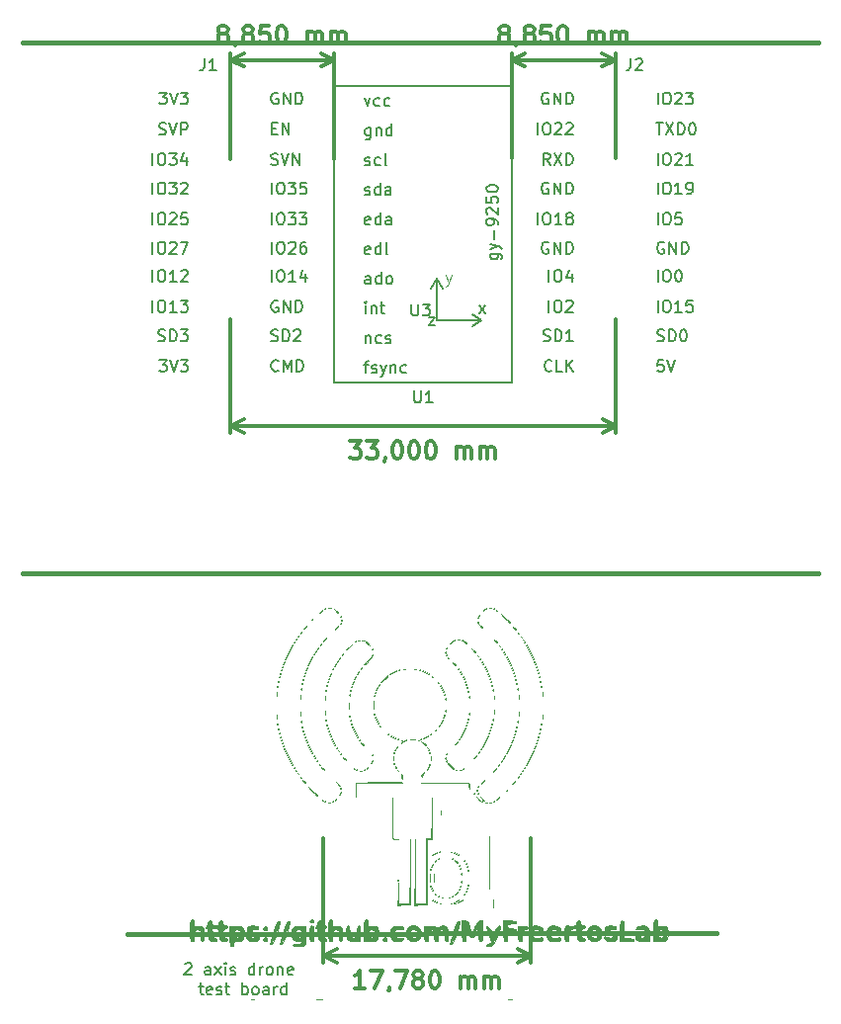
<source format=gto>
G04 #@! TF.GenerationSoftware,KiCad,Pcbnew,5.0.2-bee76a0~70~ubuntu16.04.1*
G04 #@! TF.CreationDate,2021-05-24T08:37:10+02:00*
G04 #@! TF.ProjectId,axis2,61786973-322e-46b6-9963-61645f706362,1.0*
G04 #@! TF.SameCoordinates,Original*
G04 #@! TF.FileFunction,Legend,Top*
G04 #@! TF.FilePolarity,Positive*
%FSLAX46Y46*%
G04 Gerber Fmt 4.6, Leading zero omitted, Abs format (unit mm)*
G04 Created by KiCad (PCBNEW 5.0.2-bee76a0~70~ubuntu16.04.1) date lun 24 mag 2021 08:37:10 CEST*
%MOMM*%
%LPD*%
G01*
G04 APERTURE LIST*
%ADD10C,0.200000*%
%ADD11C,0.400000*%
%ADD12C,0.300000*%
%ADD13C,0.150000*%
%ADD14C,0.010000*%
%ADD15C,0.125000*%
G04 APERTURE END LIST*
D10*
X93357142Y-155897619D02*
X93404761Y-155850000D01*
X93500000Y-155802380D01*
X93738095Y-155802380D01*
X93833333Y-155850000D01*
X93880952Y-155897619D01*
X93928571Y-155992857D01*
X93928571Y-156088095D01*
X93880952Y-156230952D01*
X93309523Y-156802380D01*
X93928571Y-156802380D01*
X95547619Y-156802380D02*
X95547619Y-156278571D01*
X95500000Y-156183333D01*
X95404761Y-156135714D01*
X95214285Y-156135714D01*
X95119047Y-156183333D01*
X95547619Y-156754761D02*
X95452380Y-156802380D01*
X95214285Y-156802380D01*
X95119047Y-156754761D01*
X95071428Y-156659523D01*
X95071428Y-156564285D01*
X95119047Y-156469047D01*
X95214285Y-156421428D01*
X95452380Y-156421428D01*
X95547619Y-156373809D01*
X95928571Y-156802380D02*
X96452380Y-156135714D01*
X95928571Y-156135714D02*
X96452380Y-156802380D01*
X96833333Y-156802380D02*
X96833333Y-156135714D01*
X96833333Y-155802380D02*
X96785714Y-155850000D01*
X96833333Y-155897619D01*
X96880952Y-155850000D01*
X96833333Y-155802380D01*
X96833333Y-155897619D01*
X97261904Y-156754761D02*
X97357142Y-156802380D01*
X97547619Y-156802380D01*
X97642857Y-156754761D01*
X97690476Y-156659523D01*
X97690476Y-156611904D01*
X97642857Y-156516666D01*
X97547619Y-156469047D01*
X97404761Y-156469047D01*
X97309523Y-156421428D01*
X97261904Y-156326190D01*
X97261904Y-156278571D01*
X97309523Y-156183333D01*
X97404761Y-156135714D01*
X97547619Y-156135714D01*
X97642857Y-156183333D01*
X99309523Y-156802380D02*
X99309523Y-155802380D01*
X99309523Y-156754761D02*
X99214285Y-156802380D01*
X99023809Y-156802380D01*
X98928571Y-156754761D01*
X98880952Y-156707142D01*
X98833333Y-156611904D01*
X98833333Y-156326190D01*
X98880952Y-156230952D01*
X98928571Y-156183333D01*
X99023809Y-156135714D01*
X99214285Y-156135714D01*
X99309523Y-156183333D01*
X99785714Y-156802380D02*
X99785714Y-156135714D01*
X99785714Y-156326190D02*
X99833333Y-156230952D01*
X99880952Y-156183333D01*
X99976190Y-156135714D01*
X100071428Y-156135714D01*
X100547619Y-156802380D02*
X100452380Y-156754761D01*
X100404761Y-156707142D01*
X100357142Y-156611904D01*
X100357142Y-156326190D01*
X100404761Y-156230952D01*
X100452380Y-156183333D01*
X100547619Y-156135714D01*
X100690476Y-156135714D01*
X100785714Y-156183333D01*
X100833333Y-156230952D01*
X100880952Y-156326190D01*
X100880952Y-156611904D01*
X100833333Y-156707142D01*
X100785714Y-156754761D01*
X100690476Y-156802380D01*
X100547619Y-156802380D01*
X101309523Y-156135714D02*
X101309523Y-156802380D01*
X101309523Y-156230952D02*
X101357142Y-156183333D01*
X101452380Y-156135714D01*
X101595238Y-156135714D01*
X101690476Y-156183333D01*
X101738095Y-156278571D01*
X101738095Y-156802380D01*
X102595238Y-156754761D02*
X102500000Y-156802380D01*
X102309523Y-156802380D01*
X102214285Y-156754761D01*
X102166666Y-156659523D01*
X102166666Y-156278571D01*
X102214285Y-156183333D01*
X102309523Y-156135714D01*
X102500000Y-156135714D01*
X102595238Y-156183333D01*
X102642857Y-156278571D01*
X102642857Y-156373809D01*
X102166666Y-156469047D01*
X94571428Y-157835714D02*
X94952380Y-157835714D01*
X94714285Y-157502380D02*
X94714285Y-158359523D01*
X94761904Y-158454761D01*
X94857142Y-158502380D01*
X94952380Y-158502380D01*
X95666666Y-158454761D02*
X95571428Y-158502380D01*
X95380952Y-158502380D01*
X95285714Y-158454761D01*
X95238095Y-158359523D01*
X95238095Y-157978571D01*
X95285714Y-157883333D01*
X95380952Y-157835714D01*
X95571428Y-157835714D01*
X95666666Y-157883333D01*
X95714285Y-157978571D01*
X95714285Y-158073809D01*
X95238095Y-158169047D01*
X96095238Y-158454761D02*
X96190476Y-158502380D01*
X96380952Y-158502380D01*
X96476190Y-158454761D01*
X96523809Y-158359523D01*
X96523809Y-158311904D01*
X96476190Y-158216666D01*
X96380952Y-158169047D01*
X96238095Y-158169047D01*
X96142857Y-158121428D01*
X96095238Y-158026190D01*
X96095238Y-157978571D01*
X96142857Y-157883333D01*
X96238095Y-157835714D01*
X96380952Y-157835714D01*
X96476190Y-157883333D01*
X96809523Y-157835714D02*
X97190476Y-157835714D01*
X96952380Y-157502380D02*
X96952380Y-158359523D01*
X97000000Y-158454761D01*
X97095238Y-158502380D01*
X97190476Y-158502380D01*
X98285714Y-158502380D02*
X98285714Y-157502380D01*
X98285714Y-157883333D02*
X98380952Y-157835714D01*
X98571428Y-157835714D01*
X98666666Y-157883333D01*
X98714285Y-157930952D01*
X98761904Y-158026190D01*
X98761904Y-158311904D01*
X98714285Y-158407142D01*
X98666666Y-158454761D01*
X98571428Y-158502380D01*
X98380952Y-158502380D01*
X98285714Y-158454761D01*
X99333333Y-158502380D02*
X99238095Y-158454761D01*
X99190476Y-158407142D01*
X99142857Y-158311904D01*
X99142857Y-158026190D01*
X99190476Y-157930952D01*
X99238095Y-157883333D01*
X99333333Y-157835714D01*
X99476190Y-157835714D01*
X99571428Y-157883333D01*
X99619047Y-157930952D01*
X99666666Y-158026190D01*
X99666666Y-158311904D01*
X99619047Y-158407142D01*
X99571428Y-158454761D01*
X99476190Y-158502380D01*
X99333333Y-158502380D01*
X100523809Y-158502380D02*
X100523809Y-157978571D01*
X100476190Y-157883333D01*
X100380952Y-157835714D01*
X100190476Y-157835714D01*
X100095238Y-157883333D01*
X100523809Y-158454761D02*
X100428571Y-158502380D01*
X100190476Y-158502380D01*
X100095238Y-158454761D01*
X100047619Y-158359523D01*
X100047619Y-158264285D01*
X100095238Y-158169047D01*
X100190476Y-158121428D01*
X100428571Y-158121428D01*
X100523809Y-158073809D01*
X101000000Y-158502380D02*
X101000000Y-157835714D01*
X101000000Y-158026190D02*
X101047619Y-157930952D01*
X101095238Y-157883333D01*
X101190476Y-157835714D01*
X101285714Y-157835714D01*
X102047619Y-158502380D02*
X102047619Y-157502380D01*
X102047619Y-158454761D02*
X101952380Y-158502380D01*
X101761904Y-158502380D01*
X101666666Y-158454761D01*
X101619047Y-158407142D01*
X101571428Y-158311904D01*
X101571428Y-158026190D01*
X101619047Y-157930952D01*
X101666666Y-157883333D01*
X101761904Y-157835714D01*
X101952380Y-157835714D01*
X102047619Y-157883333D01*
D11*
X79440000Y-76990000D02*
X147640000Y-76990000D01*
X79440000Y-122460000D02*
X147640000Y-122460000D01*
D12*
X108772857Y-157978571D02*
X107915714Y-157978571D01*
X108344285Y-157978571D02*
X108344285Y-156478571D01*
X108201428Y-156692857D01*
X108058571Y-156835714D01*
X107915714Y-156907142D01*
X109272857Y-156478571D02*
X110272857Y-156478571D01*
X109630000Y-157978571D01*
X110915714Y-157907142D02*
X110915714Y-157978571D01*
X110844285Y-158121428D01*
X110772857Y-158192857D01*
X111415714Y-156478571D02*
X112415714Y-156478571D01*
X111772857Y-157978571D01*
X113201428Y-157121428D02*
X113058571Y-157050000D01*
X112987142Y-156978571D01*
X112915714Y-156835714D01*
X112915714Y-156764285D01*
X112987142Y-156621428D01*
X113058571Y-156550000D01*
X113201428Y-156478571D01*
X113487142Y-156478571D01*
X113630000Y-156550000D01*
X113701428Y-156621428D01*
X113772857Y-156764285D01*
X113772857Y-156835714D01*
X113701428Y-156978571D01*
X113630000Y-157050000D01*
X113487142Y-157121428D01*
X113201428Y-157121428D01*
X113058571Y-157192857D01*
X112987142Y-157264285D01*
X112915714Y-157407142D01*
X112915714Y-157692857D01*
X112987142Y-157835714D01*
X113058571Y-157907142D01*
X113201428Y-157978571D01*
X113487142Y-157978571D01*
X113630000Y-157907142D01*
X113701428Y-157835714D01*
X113772857Y-157692857D01*
X113772857Y-157407142D01*
X113701428Y-157264285D01*
X113630000Y-157192857D01*
X113487142Y-157121428D01*
X114701428Y-156478571D02*
X114844285Y-156478571D01*
X114987142Y-156550000D01*
X115058571Y-156621428D01*
X115130000Y-156764285D01*
X115201428Y-157050000D01*
X115201428Y-157407142D01*
X115130000Y-157692857D01*
X115058571Y-157835714D01*
X114987142Y-157907142D01*
X114844285Y-157978571D01*
X114701428Y-157978571D01*
X114558571Y-157907142D01*
X114487142Y-157835714D01*
X114415714Y-157692857D01*
X114344285Y-157407142D01*
X114344285Y-157050000D01*
X114415714Y-156764285D01*
X114487142Y-156621428D01*
X114558571Y-156550000D01*
X114701428Y-156478571D01*
X116987142Y-157978571D02*
X116987142Y-156978571D01*
X116987142Y-157121428D02*
X117058571Y-157050000D01*
X117201428Y-156978571D01*
X117415714Y-156978571D01*
X117558571Y-157050000D01*
X117630000Y-157192857D01*
X117630000Y-157978571D01*
X117630000Y-157192857D02*
X117701428Y-157050000D01*
X117844285Y-156978571D01*
X118058571Y-156978571D01*
X118201428Y-157050000D01*
X118272857Y-157192857D01*
X118272857Y-157978571D01*
X118987142Y-157978571D02*
X118987142Y-156978571D01*
X118987142Y-157121428D02*
X119058571Y-157050000D01*
X119201428Y-156978571D01*
X119415714Y-156978571D01*
X119558571Y-157050000D01*
X119630000Y-157192857D01*
X119630000Y-157978571D01*
X119630000Y-157192857D02*
X119701428Y-157050000D01*
X119844285Y-156978571D01*
X120058571Y-156978571D01*
X120201428Y-157050000D01*
X120272857Y-157192857D01*
X120272857Y-157978571D01*
X105240000Y-155200000D02*
X123020000Y-155200000D01*
X105240000Y-145130000D02*
X105240000Y-155786421D01*
X123020000Y-145130000D02*
X123020000Y-155786421D01*
X123020000Y-155200000D02*
X121893496Y-155786421D01*
X123020000Y-155200000D02*
X121893496Y-154613579D01*
X105240000Y-155200000D02*
X106366504Y-155786421D01*
X105240000Y-155200000D02*
X106366504Y-154613579D01*
D10*
X134360952Y-104142380D02*
X133884762Y-104142380D01*
X133837143Y-104618571D01*
X133884762Y-104570952D01*
X133980000Y-104523333D01*
X134218095Y-104523333D01*
X134313333Y-104570952D01*
X134360952Y-104618571D01*
X134408571Y-104713809D01*
X134408571Y-104951904D01*
X134360952Y-105047142D01*
X134313333Y-105094761D01*
X134218095Y-105142380D01*
X133980000Y-105142380D01*
X133884762Y-105094761D01*
X133837143Y-105047142D01*
X134694286Y-104142380D02*
X135027619Y-105142380D01*
X135360952Y-104142380D01*
X133837143Y-102494761D02*
X133980000Y-102542380D01*
X134218095Y-102542380D01*
X134313333Y-102494761D01*
X134360952Y-102447142D01*
X134408571Y-102351904D01*
X134408571Y-102256666D01*
X134360952Y-102161428D01*
X134313333Y-102113809D01*
X134218095Y-102066190D01*
X134027619Y-102018571D01*
X133932381Y-101970952D01*
X133884762Y-101923333D01*
X133837143Y-101828095D01*
X133837143Y-101732857D01*
X133884762Y-101637619D01*
X133932381Y-101590000D01*
X134027619Y-101542380D01*
X134265714Y-101542380D01*
X134408571Y-101590000D01*
X134837143Y-102542380D02*
X134837143Y-101542380D01*
X135075238Y-101542380D01*
X135218095Y-101590000D01*
X135313333Y-101685238D01*
X135360952Y-101780476D01*
X135408571Y-101970952D01*
X135408571Y-102113809D01*
X135360952Y-102304285D01*
X135313333Y-102399523D01*
X135218095Y-102494761D01*
X135075238Y-102542380D01*
X134837143Y-102542380D01*
X136027619Y-101542380D02*
X136122857Y-101542380D01*
X136218095Y-101590000D01*
X136265714Y-101637619D01*
X136313333Y-101732857D01*
X136360952Y-101923333D01*
X136360952Y-102161428D01*
X136313333Y-102351904D01*
X136265714Y-102447142D01*
X136218095Y-102494761D01*
X136122857Y-102542380D01*
X136027619Y-102542380D01*
X135932381Y-102494761D01*
X135884762Y-102447142D01*
X135837143Y-102351904D01*
X135789524Y-102161428D01*
X135789524Y-101923333D01*
X135837143Y-101732857D01*
X135884762Y-101637619D01*
X135932381Y-101590000D01*
X136027619Y-101542380D01*
X133884761Y-100042380D02*
X133884761Y-99042380D01*
X134551428Y-99042380D02*
X134741904Y-99042380D01*
X134837142Y-99090000D01*
X134932380Y-99185238D01*
X134979999Y-99375714D01*
X134979999Y-99709047D01*
X134932380Y-99899523D01*
X134837142Y-99994761D01*
X134741904Y-100042380D01*
X134551428Y-100042380D01*
X134456190Y-99994761D01*
X134360952Y-99899523D01*
X134313332Y-99709047D01*
X134313332Y-99375714D01*
X134360952Y-99185238D01*
X134456190Y-99090000D01*
X134551428Y-99042380D01*
X135932380Y-100042380D02*
X135360952Y-100042380D01*
X135646666Y-100042380D02*
X135646666Y-99042380D01*
X135551428Y-99185238D01*
X135456190Y-99280476D01*
X135360952Y-99328095D01*
X136837142Y-99042380D02*
X136360952Y-99042380D01*
X136313332Y-99518571D01*
X136360952Y-99470952D01*
X136456190Y-99423333D01*
X136694285Y-99423333D01*
X136789523Y-99470952D01*
X136837142Y-99518571D01*
X136884761Y-99613809D01*
X136884761Y-99851904D01*
X136837142Y-99947142D01*
X136789523Y-99994761D01*
X136694285Y-100042380D01*
X136456190Y-100042380D01*
X136360952Y-99994761D01*
X136313332Y-99947142D01*
X133884762Y-97442380D02*
X133884762Y-96442380D01*
X134551428Y-96442380D02*
X134741904Y-96442380D01*
X134837142Y-96490000D01*
X134932381Y-96585238D01*
X134980000Y-96775714D01*
X134980000Y-97109047D01*
X134932381Y-97299523D01*
X134837142Y-97394761D01*
X134741904Y-97442380D01*
X134551428Y-97442380D01*
X134456190Y-97394761D01*
X134360952Y-97299523D01*
X134313333Y-97109047D01*
X134313333Y-96775714D01*
X134360952Y-96585238D01*
X134456190Y-96490000D01*
X134551428Y-96442380D01*
X135599047Y-96442380D02*
X135694285Y-96442380D01*
X135789523Y-96490000D01*
X135837142Y-96537619D01*
X135884762Y-96632857D01*
X135932381Y-96823333D01*
X135932381Y-97061428D01*
X135884762Y-97251904D01*
X135837142Y-97347142D01*
X135789523Y-97394761D01*
X135694285Y-97442380D01*
X135599047Y-97442380D01*
X135503809Y-97394761D01*
X135456190Y-97347142D01*
X135408571Y-97251904D01*
X135360952Y-97061428D01*
X135360952Y-96823333D01*
X135408571Y-96632857D01*
X135456190Y-96537619D01*
X135503809Y-96490000D01*
X135599047Y-96442380D01*
X134408571Y-94090000D02*
X134313333Y-94042380D01*
X134170476Y-94042380D01*
X134027618Y-94090000D01*
X133932380Y-94185238D01*
X133884761Y-94280476D01*
X133837142Y-94470952D01*
X133837142Y-94613809D01*
X133884761Y-94804285D01*
X133932380Y-94899523D01*
X134027618Y-94994761D01*
X134170476Y-95042380D01*
X134265714Y-95042380D01*
X134408571Y-94994761D01*
X134456190Y-94947142D01*
X134456190Y-94613809D01*
X134265714Y-94613809D01*
X134884761Y-95042380D02*
X134884761Y-94042380D01*
X135456190Y-95042380D01*
X135456190Y-94042380D01*
X135932380Y-95042380D02*
X135932380Y-94042380D01*
X136170476Y-94042380D01*
X136313333Y-94090000D01*
X136408571Y-94185238D01*
X136456190Y-94280476D01*
X136503809Y-94470952D01*
X136503809Y-94613809D01*
X136456190Y-94804285D01*
X136408571Y-94899523D01*
X136313333Y-94994761D01*
X136170476Y-95042380D01*
X135932380Y-95042380D01*
X133884762Y-92542380D02*
X133884762Y-91542380D01*
X134551428Y-91542380D02*
X134741904Y-91542380D01*
X134837142Y-91590000D01*
X134932381Y-91685238D01*
X134980000Y-91875714D01*
X134980000Y-92209047D01*
X134932381Y-92399523D01*
X134837142Y-92494761D01*
X134741904Y-92542380D01*
X134551428Y-92542380D01*
X134456190Y-92494761D01*
X134360952Y-92399523D01*
X134313333Y-92209047D01*
X134313333Y-91875714D01*
X134360952Y-91685238D01*
X134456190Y-91590000D01*
X134551428Y-91542380D01*
X135884762Y-91542380D02*
X135408571Y-91542380D01*
X135360952Y-92018571D01*
X135408571Y-91970952D01*
X135503809Y-91923333D01*
X135741904Y-91923333D01*
X135837142Y-91970952D01*
X135884762Y-92018571D01*
X135932381Y-92113809D01*
X135932381Y-92351904D01*
X135884762Y-92447142D01*
X135837142Y-92494761D01*
X135741904Y-92542380D01*
X135503809Y-92542380D01*
X135408571Y-92494761D01*
X135360952Y-92447142D01*
X133884761Y-89942380D02*
X133884761Y-88942380D01*
X134551428Y-88942380D02*
X134741904Y-88942380D01*
X134837142Y-88990000D01*
X134932380Y-89085238D01*
X134979999Y-89275714D01*
X134979999Y-89609047D01*
X134932380Y-89799523D01*
X134837142Y-89894761D01*
X134741904Y-89942380D01*
X134551428Y-89942380D01*
X134456190Y-89894761D01*
X134360952Y-89799523D01*
X134313332Y-89609047D01*
X134313332Y-89275714D01*
X134360952Y-89085238D01*
X134456190Y-88990000D01*
X134551428Y-88942380D01*
X135932380Y-89942380D02*
X135360952Y-89942380D01*
X135646666Y-89942380D02*
X135646666Y-88942380D01*
X135551428Y-89085238D01*
X135456190Y-89180476D01*
X135360952Y-89228095D01*
X136408571Y-89942380D02*
X136599047Y-89942380D01*
X136694285Y-89894761D01*
X136741904Y-89847142D01*
X136837142Y-89704285D01*
X136884761Y-89513809D01*
X136884761Y-89132857D01*
X136837142Y-89037619D01*
X136789523Y-88990000D01*
X136694285Y-88942380D01*
X136503809Y-88942380D01*
X136408571Y-88990000D01*
X136360952Y-89037619D01*
X136313332Y-89132857D01*
X136313332Y-89370952D01*
X136360952Y-89466190D01*
X136408571Y-89513809D01*
X136503809Y-89561428D01*
X136694285Y-89561428D01*
X136789523Y-89513809D01*
X136837142Y-89466190D01*
X136884761Y-89370952D01*
X133884761Y-87442380D02*
X133884761Y-86442380D01*
X134551428Y-86442380D02*
X134741904Y-86442380D01*
X134837142Y-86490000D01*
X134932380Y-86585238D01*
X134979999Y-86775714D01*
X134979999Y-87109047D01*
X134932380Y-87299523D01*
X134837142Y-87394761D01*
X134741904Y-87442380D01*
X134551428Y-87442380D01*
X134456190Y-87394761D01*
X134360952Y-87299523D01*
X134313332Y-87109047D01*
X134313332Y-86775714D01*
X134360952Y-86585238D01*
X134456190Y-86490000D01*
X134551428Y-86442380D01*
X135360952Y-86537619D02*
X135408571Y-86490000D01*
X135503809Y-86442380D01*
X135741904Y-86442380D01*
X135837142Y-86490000D01*
X135884761Y-86537619D01*
X135932380Y-86632857D01*
X135932380Y-86728095D01*
X135884761Y-86870952D01*
X135313332Y-87442380D01*
X135932380Y-87442380D01*
X136884761Y-87442380D02*
X136313332Y-87442380D01*
X136599047Y-87442380D02*
X136599047Y-86442380D01*
X136503809Y-86585238D01*
X136408571Y-86680476D01*
X136313332Y-86728095D01*
X133741904Y-83842380D02*
X134313333Y-83842380D01*
X134027619Y-84842380D02*
X134027619Y-83842380D01*
X134551428Y-83842380D02*
X135218095Y-84842380D01*
X135218095Y-83842380D02*
X134551428Y-84842380D01*
X135599047Y-84842380D02*
X135599047Y-83842380D01*
X135837142Y-83842380D01*
X135980000Y-83890000D01*
X136075238Y-83985238D01*
X136122857Y-84080476D01*
X136170476Y-84270952D01*
X136170476Y-84413809D01*
X136122857Y-84604285D01*
X136075238Y-84699523D01*
X135980000Y-84794761D01*
X135837142Y-84842380D01*
X135599047Y-84842380D01*
X136789523Y-83842380D02*
X136884761Y-83842380D01*
X136980000Y-83890000D01*
X137027619Y-83937619D01*
X137075238Y-84032857D01*
X137122857Y-84223333D01*
X137122857Y-84461428D01*
X137075238Y-84651904D01*
X137027619Y-84747142D01*
X136980000Y-84794761D01*
X136884761Y-84842380D01*
X136789523Y-84842380D01*
X136694285Y-84794761D01*
X136646666Y-84747142D01*
X136599047Y-84651904D01*
X136551428Y-84461428D01*
X136551428Y-84223333D01*
X136599047Y-84032857D01*
X136646666Y-83937619D01*
X136694285Y-83890000D01*
X136789523Y-83842380D01*
X133884761Y-82242380D02*
X133884761Y-81242380D01*
X134551428Y-81242380D02*
X134741904Y-81242380D01*
X134837142Y-81290000D01*
X134932380Y-81385238D01*
X134979999Y-81575714D01*
X134979999Y-81909047D01*
X134932380Y-82099523D01*
X134837142Y-82194761D01*
X134741904Y-82242380D01*
X134551428Y-82242380D01*
X134456190Y-82194761D01*
X134360952Y-82099523D01*
X134313332Y-81909047D01*
X134313332Y-81575714D01*
X134360952Y-81385238D01*
X134456190Y-81290000D01*
X134551428Y-81242380D01*
X135360952Y-81337619D02*
X135408571Y-81290000D01*
X135503809Y-81242380D01*
X135741904Y-81242380D01*
X135837142Y-81290000D01*
X135884761Y-81337619D01*
X135932380Y-81432857D01*
X135932380Y-81528095D01*
X135884761Y-81670952D01*
X135313332Y-82242380D01*
X135932380Y-82242380D01*
X136265713Y-81242380D02*
X136884761Y-81242380D01*
X136551428Y-81623333D01*
X136694285Y-81623333D01*
X136789523Y-81670952D01*
X136837142Y-81718571D01*
X136884761Y-81813809D01*
X136884761Y-82051904D01*
X136837142Y-82147142D01*
X136789523Y-82194761D01*
X136694285Y-82242380D01*
X136408571Y-82242380D01*
X136313332Y-82194761D01*
X136265713Y-82147142D01*
X124794285Y-105047142D02*
X124746666Y-105094761D01*
X124603809Y-105142380D01*
X124508571Y-105142380D01*
X124365714Y-105094761D01*
X124270476Y-104999523D01*
X124222857Y-104904285D01*
X124175238Y-104713809D01*
X124175238Y-104570952D01*
X124222857Y-104380476D01*
X124270476Y-104285238D01*
X124365714Y-104190000D01*
X124508571Y-104142380D01*
X124603809Y-104142380D01*
X124746666Y-104190000D01*
X124794285Y-104237619D01*
X125699047Y-105142380D02*
X125222857Y-105142380D01*
X125222857Y-104142380D01*
X126032381Y-105142380D02*
X126032381Y-104142380D01*
X126603809Y-105142380D02*
X126175238Y-104570952D01*
X126603809Y-104142380D02*
X126032381Y-104713809D01*
X124080000Y-102494761D02*
X124222857Y-102542380D01*
X124460952Y-102542380D01*
X124556190Y-102494761D01*
X124603809Y-102447142D01*
X124651428Y-102351904D01*
X124651428Y-102256666D01*
X124603809Y-102161428D01*
X124556190Y-102113809D01*
X124460952Y-102066190D01*
X124270476Y-102018571D01*
X124175238Y-101970952D01*
X124127619Y-101923333D01*
X124080000Y-101828095D01*
X124080000Y-101732857D01*
X124127619Y-101637619D01*
X124175238Y-101590000D01*
X124270476Y-101542380D01*
X124508571Y-101542380D01*
X124651428Y-101590000D01*
X125080000Y-102542380D02*
X125080000Y-101542380D01*
X125318095Y-101542380D01*
X125460952Y-101590000D01*
X125556190Y-101685238D01*
X125603809Y-101780476D01*
X125651428Y-101970952D01*
X125651428Y-102113809D01*
X125603809Y-102304285D01*
X125556190Y-102399523D01*
X125460952Y-102494761D01*
X125318095Y-102542380D01*
X125080000Y-102542380D01*
X126603809Y-102542380D02*
X126032381Y-102542380D01*
X126318095Y-102542380D02*
X126318095Y-101542380D01*
X126222857Y-101685238D01*
X126127619Y-101780476D01*
X126032381Y-101828095D01*
X124556191Y-100042380D02*
X124556191Y-99042380D01*
X125222857Y-99042380D02*
X125413333Y-99042380D01*
X125508571Y-99090000D01*
X125603810Y-99185238D01*
X125651429Y-99375714D01*
X125651429Y-99709047D01*
X125603810Y-99899523D01*
X125508571Y-99994761D01*
X125413333Y-100042380D01*
X125222857Y-100042380D01*
X125127619Y-99994761D01*
X125032381Y-99899523D01*
X124984762Y-99709047D01*
X124984762Y-99375714D01*
X125032381Y-99185238D01*
X125127619Y-99090000D01*
X125222857Y-99042380D01*
X126032381Y-99137619D02*
X126080000Y-99090000D01*
X126175238Y-99042380D01*
X126413333Y-99042380D01*
X126508571Y-99090000D01*
X126556191Y-99137619D01*
X126603810Y-99232857D01*
X126603810Y-99328095D01*
X126556191Y-99470952D01*
X125984762Y-100042380D01*
X126603810Y-100042380D01*
X124556191Y-97442380D02*
X124556191Y-96442380D01*
X125222857Y-96442380D02*
X125413333Y-96442380D01*
X125508571Y-96490000D01*
X125603810Y-96585238D01*
X125651429Y-96775714D01*
X125651429Y-97109047D01*
X125603810Y-97299523D01*
X125508571Y-97394761D01*
X125413333Y-97442380D01*
X125222857Y-97442380D01*
X125127619Y-97394761D01*
X125032381Y-97299523D01*
X124984762Y-97109047D01*
X124984762Y-96775714D01*
X125032381Y-96585238D01*
X125127619Y-96490000D01*
X125222857Y-96442380D01*
X126508571Y-96775714D02*
X126508571Y-97442380D01*
X126270476Y-96394761D02*
X126032381Y-97109047D01*
X126651429Y-97109047D01*
X124508571Y-94090000D02*
X124413333Y-94042380D01*
X124270476Y-94042380D01*
X124127618Y-94090000D01*
X124032380Y-94185238D01*
X123984761Y-94280476D01*
X123937142Y-94470952D01*
X123937142Y-94613809D01*
X123984761Y-94804285D01*
X124032380Y-94899523D01*
X124127618Y-94994761D01*
X124270476Y-95042380D01*
X124365714Y-95042380D01*
X124508571Y-94994761D01*
X124556190Y-94947142D01*
X124556190Y-94613809D01*
X124365714Y-94613809D01*
X124984761Y-95042380D02*
X124984761Y-94042380D01*
X125556190Y-95042380D01*
X125556190Y-94042380D01*
X126032380Y-95042380D02*
X126032380Y-94042380D01*
X126270476Y-94042380D01*
X126413333Y-94090000D01*
X126508571Y-94185238D01*
X126556190Y-94280476D01*
X126603809Y-94470952D01*
X126603809Y-94613809D01*
X126556190Y-94804285D01*
X126508571Y-94899523D01*
X126413333Y-94994761D01*
X126270476Y-95042380D01*
X126032380Y-95042380D01*
X123603809Y-92542380D02*
X123603809Y-91542380D01*
X124270476Y-91542380D02*
X124460952Y-91542380D01*
X124556190Y-91590000D01*
X124651428Y-91685238D01*
X124699047Y-91875714D01*
X124699047Y-92209047D01*
X124651428Y-92399523D01*
X124556190Y-92494761D01*
X124460952Y-92542380D01*
X124270476Y-92542380D01*
X124175238Y-92494761D01*
X124080000Y-92399523D01*
X124032380Y-92209047D01*
X124032380Y-91875714D01*
X124080000Y-91685238D01*
X124175238Y-91590000D01*
X124270476Y-91542380D01*
X125651428Y-92542380D02*
X125080000Y-92542380D01*
X125365714Y-92542380D02*
X125365714Y-91542380D01*
X125270476Y-91685238D01*
X125175238Y-91780476D01*
X125080000Y-91828095D01*
X126222857Y-91970952D02*
X126127619Y-91923333D01*
X126080000Y-91875714D01*
X126032380Y-91780476D01*
X126032380Y-91732857D01*
X126080000Y-91637619D01*
X126127619Y-91590000D01*
X126222857Y-91542380D01*
X126413333Y-91542380D01*
X126508571Y-91590000D01*
X126556190Y-91637619D01*
X126603809Y-91732857D01*
X126603809Y-91780476D01*
X126556190Y-91875714D01*
X126508571Y-91923333D01*
X126413333Y-91970952D01*
X126222857Y-91970952D01*
X126127619Y-92018571D01*
X126080000Y-92066190D01*
X126032380Y-92161428D01*
X126032380Y-92351904D01*
X126080000Y-92447142D01*
X126127619Y-92494761D01*
X126222857Y-92542380D01*
X126413333Y-92542380D01*
X126508571Y-92494761D01*
X126556190Y-92447142D01*
X126603809Y-92351904D01*
X126603809Y-92161428D01*
X126556190Y-92066190D01*
X126508571Y-92018571D01*
X126413333Y-91970952D01*
X124508571Y-88990000D02*
X124413333Y-88942380D01*
X124270476Y-88942380D01*
X124127618Y-88990000D01*
X124032380Y-89085238D01*
X123984761Y-89180476D01*
X123937142Y-89370952D01*
X123937142Y-89513809D01*
X123984761Y-89704285D01*
X124032380Y-89799523D01*
X124127618Y-89894761D01*
X124270476Y-89942380D01*
X124365714Y-89942380D01*
X124508571Y-89894761D01*
X124556190Y-89847142D01*
X124556190Y-89513809D01*
X124365714Y-89513809D01*
X124984761Y-89942380D02*
X124984761Y-88942380D01*
X125556190Y-89942380D01*
X125556190Y-88942380D01*
X126032380Y-89942380D02*
X126032380Y-88942380D01*
X126270476Y-88942380D01*
X126413333Y-88990000D01*
X126508571Y-89085238D01*
X126556190Y-89180476D01*
X126603809Y-89370952D01*
X126603809Y-89513809D01*
X126556190Y-89704285D01*
X126508571Y-89799523D01*
X126413333Y-89894761D01*
X126270476Y-89942380D01*
X126032380Y-89942380D01*
X124651428Y-87442380D02*
X124318095Y-86966190D01*
X124079999Y-87442380D02*
X124079999Y-86442380D01*
X124460952Y-86442380D01*
X124556190Y-86490000D01*
X124603809Y-86537619D01*
X124651428Y-86632857D01*
X124651428Y-86775714D01*
X124603809Y-86870952D01*
X124556190Y-86918571D01*
X124460952Y-86966190D01*
X124079999Y-86966190D01*
X124984761Y-86442380D02*
X125651428Y-87442380D01*
X125651428Y-86442380D02*
X124984761Y-87442380D01*
X126032380Y-87442380D02*
X126032380Y-86442380D01*
X126270475Y-86442380D01*
X126413333Y-86490000D01*
X126508571Y-86585238D01*
X126556190Y-86680476D01*
X126603809Y-86870952D01*
X126603809Y-87013809D01*
X126556190Y-87204285D01*
X126508571Y-87299523D01*
X126413333Y-87394761D01*
X126270475Y-87442380D01*
X126032380Y-87442380D01*
X123603809Y-84842380D02*
X123603809Y-83842380D01*
X124270476Y-83842380D02*
X124460952Y-83842380D01*
X124556190Y-83890000D01*
X124651428Y-83985238D01*
X124699047Y-84175714D01*
X124699047Y-84509047D01*
X124651428Y-84699523D01*
X124556190Y-84794761D01*
X124460952Y-84842380D01*
X124270476Y-84842380D01*
X124175238Y-84794761D01*
X124080000Y-84699523D01*
X124032380Y-84509047D01*
X124032380Y-84175714D01*
X124080000Y-83985238D01*
X124175238Y-83890000D01*
X124270476Y-83842380D01*
X125080000Y-83937619D02*
X125127619Y-83890000D01*
X125222857Y-83842380D01*
X125460952Y-83842380D01*
X125556190Y-83890000D01*
X125603809Y-83937619D01*
X125651428Y-84032857D01*
X125651428Y-84128095D01*
X125603809Y-84270952D01*
X125032380Y-84842380D01*
X125651428Y-84842380D01*
X126032380Y-83937619D02*
X126080000Y-83890000D01*
X126175238Y-83842380D01*
X126413333Y-83842380D01*
X126508571Y-83890000D01*
X126556190Y-83937619D01*
X126603809Y-84032857D01*
X126603809Y-84128095D01*
X126556190Y-84270952D01*
X125984761Y-84842380D01*
X126603809Y-84842380D01*
X124508571Y-81290000D02*
X124413333Y-81242380D01*
X124270476Y-81242380D01*
X124127618Y-81290000D01*
X124032380Y-81385238D01*
X123984761Y-81480476D01*
X123937142Y-81670952D01*
X123937142Y-81813809D01*
X123984761Y-82004285D01*
X124032380Y-82099523D01*
X124127618Y-82194761D01*
X124270476Y-82242380D01*
X124365714Y-82242380D01*
X124508571Y-82194761D01*
X124556190Y-82147142D01*
X124556190Y-81813809D01*
X124365714Y-81813809D01*
X124984761Y-82242380D02*
X124984761Y-81242380D01*
X125556190Y-82242380D01*
X125556190Y-81242380D01*
X126032380Y-82242380D02*
X126032380Y-81242380D01*
X126270476Y-81242380D01*
X126413333Y-81290000D01*
X126508571Y-81385238D01*
X126556190Y-81480476D01*
X126603809Y-81670952D01*
X126603809Y-81813809D01*
X126556190Y-82004285D01*
X126508571Y-82099523D01*
X126413333Y-82194761D01*
X126270476Y-82242380D01*
X126032380Y-82242380D01*
X101375238Y-105047142D02*
X101327619Y-105094761D01*
X101184762Y-105142380D01*
X101089523Y-105142380D01*
X100946666Y-105094761D01*
X100851428Y-104999523D01*
X100803809Y-104904285D01*
X100756190Y-104713809D01*
X100756190Y-104570952D01*
X100803809Y-104380476D01*
X100851428Y-104285238D01*
X100946666Y-104190000D01*
X101089523Y-104142380D01*
X101184762Y-104142380D01*
X101327619Y-104190000D01*
X101375238Y-104237619D01*
X101803809Y-105142380D02*
X101803809Y-104142380D01*
X102137143Y-104856666D01*
X102470476Y-104142380D01*
X102470476Y-105142380D01*
X102946666Y-105142380D02*
X102946666Y-104142380D01*
X103184762Y-104142380D01*
X103327619Y-104190000D01*
X103422857Y-104285238D01*
X103470476Y-104380476D01*
X103518095Y-104570952D01*
X103518095Y-104713809D01*
X103470476Y-104904285D01*
X103422857Y-104999523D01*
X103327619Y-105094761D01*
X103184762Y-105142380D01*
X102946666Y-105142380D01*
X100756191Y-102494761D02*
X100899048Y-102542380D01*
X101137143Y-102542380D01*
X101232381Y-102494761D01*
X101280000Y-102447142D01*
X101327619Y-102351904D01*
X101327619Y-102256666D01*
X101280000Y-102161428D01*
X101232381Y-102113809D01*
X101137143Y-102066190D01*
X100946667Y-102018571D01*
X100851429Y-101970952D01*
X100803810Y-101923333D01*
X100756191Y-101828095D01*
X100756191Y-101732857D01*
X100803810Y-101637619D01*
X100851429Y-101590000D01*
X100946667Y-101542380D01*
X101184762Y-101542380D01*
X101327619Y-101590000D01*
X101756191Y-102542380D02*
X101756191Y-101542380D01*
X101994286Y-101542380D01*
X102137143Y-101590000D01*
X102232381Y-101685238D01*
X102280000Y-101780476D01*
X102327619Y-101970952D01*
X102327619Y-102113809D01*
X102280000Y-102304285D01*
X102232381Y-102399523D01*
X102137143Y-102494761D01*
X101994286Y-102542380D01*
X101756191Y-102542380D01*
X102708572Y-101637619D02*
X102756191Y-101590000D01*
X102851429Y-101542380D01*
X103089524Y-101542380D01*
X103184762Y-101590000D01*
X103232381Y-101637619D01*
X103280000Y-101732857D01*
X103280000Y-101828095D01*
X103232381Y-101970952D01*
X102660953Y-102542380D01*
X103280000Y-102542380D01*
X101327619Y-99090000D02*
X101232381Y-99042380D01*
X101089524Y-99042380D01*
X100946666Y-99090000D01*
X100851428Y-99185238D01*
X100803809Y-99280476D01*
X100756190Y-99470952D01*
X100756190Y-99613809D01*
X100803809Y-99804285D01*
X100851428Y-99899523D01*
X100946666Y-99994761D01*
X101089524Y-100042380D01*
X101184762Y-100042380D01*
X101327619Y-99994761D01*
X101375238Y-99947142D01*
X101375238Y-99613809D01*
X101184762Y-99613809D01*
X101803809Y-100042380D02*
X101803809Y-99042380D01*
X102375238Y-100042380D01*
X102375238Y-99042380D01*
X102851428Y-100042380D02*
X102851428Y-99042380D01*
X103089524Y-99042380D01*
X103232381Y-99090000D01*
X103327619Y-99185238D01*
X103375238Y-99280476D01*
X103422857Y-99470952D01*
X103422857Y-99613809D01*
X103375238Y-99804285D01*
X103327619Y-99899523D01*
X103232381Y-99994761D01*
X103089524Y-100042380D01*
X102851428Y-100042380D01*
X100803809Y-97442380D02*
X100803809Y-96442380D01*
X101470476Y-96442380D02*
X101660952Y-96442380D01*
X101756190Y-96490000D01*
X101851428Y-96585238D01*
X101899047Y-96775714D01*
X101899047Y-97109047D01*
X101851428Y-97299523D01*
X101756190Y-97394761D01*
X101660952Y-97442380D01*
X101470476Y-97442380D01*
X101375238Y-97394761D01*
X101280000Y-97299523D01*
X101232380Y-97109047D01*
X101232380Y-96775714D01*
X101280000Y-96585238D01*
X101375238Y-96490000D01*
X101470476Y-96442380D01*
X102851428Y-97442380D02*
X102280000Y-97442380D01*
X102565714Y-97442380D02*
X102565714Y-96442380D01*
X102470476Y-96585238D01*
X102375238Y-96680476D01*
X102280000Y-96728095D01*
X103708571Y-96775714D02*
X103708571Y-97442380D01*
X103470476Y-96394761D02*
X103232380Y-97109047D01*
X103851428Y-97109047D01*
X100803809Y-95042380D02*
X100803809Y-94042380D01*
X101470476Y-94042380D02*
X101660952Y-94042380D01*
X101756190Y-94090000D01*
X101851428Y-94185238D01*
X101899047Y-94375714D01*
X101899047Y-94709047D01*
X101851428Y-94899523D01*
X101756190Y-94994761D01*
X101660952Y-95042380D01*
X101470476Y-95042380D01*
X101375238Y-94994761D01*
X101280000Y-94899523D01*
X101232380Y-94709047D01*
X101232380Y-94375714D01*
X101280000Y-94185238D01*
X101375238Y-94090000D01*
X101470476Y-94042380D01*
X102280000Y-94137619D02*
X102327619Y-94090000D01*
X102422857Y-94042380D01*
X102660952Y-94042380D01*
X102756190Y-94090000D01*
X102803809Y-94137619D01*
X102851428Y-94232857D01*
X102851428Y-94328095D01*
X102803809Y-94470952D01*
X102232380Y-95042380D01*
X102851428Y-95042380D01*
X103708571Y-94042380D02*
X103518095Y-94042380D01*
X103422857Y-94090000D01*
X103375238Y-94137619D01*
X103280000Y-94280476D01*
X103232380Y-94470952D01*
X103232380Y-94851904D01*
X103280000Y-94947142D01*
X103327619Y-94994761D01*
X103422857Y-95042380D01*
X103613333Y-95042380D01*
X103708571Y-94994761D01*
X103756190Y-94947142D01*
X103803809Y-94851904D01*
X103803809Y-94613809D01*
X103756190Y-94518571D01*
X103708571Y-94470952D01*
X103613333Y-94423333D01*
X103422857Y-94423333D01*
X103327619Y-94470952D01*
X103280000Y-94518571D01*
X103232380Y-94613809D01*
X100803809Y-92542380D02*
X100803809Y-91542380D01*
X101470476Y-91542380D02*
X101660952Y-91542380D01*
X101756190Y-91590000D01*
X101851428Y-91685238D01*
X101899047Y-91875714D01*
X101899047Y-92209047D01*
X101851428Y-92399523D01*
X101756190Y-92494761D01*
X101660952Y-92542380D01*
X101470476Y-92542380D01*
X101375238Y-92494761D01*
X101280000Y-92399523D01*
X101232380Y-92209047D01*
X101232380Y-91875714D01*
X101280000Y-91685238D01*
X101375238Y-91590000D01*
X101470476Y-91542380D01*
X102232380Y-91542380D02*
X102851428Y-91542380D01*
X102518095Y-91923333D01*
X102660952Y-91923333D01*
X102756190Y-91970952D01*
X102803809Y-92018571D01*
X102851428Y-92113809D01*
X102851428Y-92351904D01*
X102803809Y-92447142D01*
X102756190Y-92494761D01*
X102660952Y-92542380D01*
X102375238Y-92542380D01*
X102280000Y-92494761D01*
X102232380Y-92447142D01*
X103184761Y-91542380D02*
X103803809Y-91542380D01*
X103470476Y-91923333D01*
X103613333Y-91923333D01*
X103708571Y-91970952D01*
X103756190Y-92018571D01*
X103803809Y-92113809D01*
X103803809Y-92351904D01*
X103756190Y-92447142D01*
X103708571Y-92494761D01*
X103613333Y-92542380D01*
X103327619Y-92542380D01*
X103232380Y-92494761D01*
X103184761Y-92447142D01*
X100803809Y-89942380D02*
X100803809Y-88942380D01*
X101470476Y-88942380D02*
X101660952Y-88942380D01*
X101756190Y-88990000D01*
X101851428Y-89085238D01*
X101899047Y-89275714D01*
X101899047Y-89609047D01*
X101851428Y-89799523D01*
X101756190Y-89894761D01*
X101660952Y-89942380D01*
X101470476Y-89942380D01*
X101375238Y-89894761D01*
X101280000Y-89799523D01*
X101232380Y-89609047D01*
X101232380Y-89275714D01*
X101280000Y-89085238D01*
X101375238Y-88990000D01*
X101470476Y-88942380D01*
X102232380Y-88942380D02*
X102851428Y-88942380D01*
X102518095Y-89323333D01*
X102660952Y-89323333D01*
X102756190Y-89370952D01*
X102803809Y-89418571D01*
X102851428Y-89513809D01*
X102851428Y-89751904D01*
X102803809Y-89847142D01*
X102756190Y-89894761D01*
X102660952Y-89942380D01*
X102375238Y-89942380D01*
X102280000Y-89894761D01*
X102232380Y-89847142D01*
X103756190Y-88942380D02*
X103280000Y-88942380D01*
X103232380Y-89418571D01*
X103280000Y-89370952D01*
X103375238Y-89323333D01*
X103613333Y-89323333D01*
X103708571Y-89370952D01*
X103756190Y-89418571D01*
X103803809Y-89513809D01*
X103803809Y-89751904D01*
X103756190Y-89847142D01*
X103708571Y-89894761D01*
X103613333Y-89942380D01*
X103375238Y-89942380D01*
X103280000Y-89894761D01*
X103232380Y-89847142D01*
X100756190Y-87394761D02*
X100899047Y-87442380D01*
X101137143Y-87442380D01*
X101232381Y-87394761D01*
X101280000Y-87347142D01*
X101327619Y-87251904D01*
X101327619Y-87156666D01*
X101280000Y-87061428D01*
X101232381Y-87013809D01*
X101137143Y-86966190D01*
X100946666Y-86918571D01*
X100851428Y-86870952D01*
X100803809Y-86823333D01*
X100756190Y-86728095D01*
X100756190Y-86632857D01*
X100803809Y-86537619D01*
X100851428Y-86490000D01*
X100946666Y-86442380D01*
X101184762Y-86442380D01*
X101327619Y-86490000D01*
X101613333Y-86442380D02*
X101946666Y-87442380D01*
X102280000Y-86442380D01*
X102613333Y-87442380D02*
X102613333Y-86442380D01*
X103184762Y-87442380D01*
X103184762Y-86442380D01*
X100803809Y-84318571D02*
X101137143Y-84318571D01*
X101280000Y-84842380D02*
X100803809Y-84842380D01*
X100803809Y-83842380D01*
X101280000Y-83842380D01*
X101708571Y-84842380D02*
X101708571Y-83842380D01*
X102280000Y-84842380D01*
X102280000Y-83842380D01*
X101327619Y-81290000D02*
X101232381Y-81242380D01*
X101089524Y-81242380D01*
X100946666Y-81290000D01*
X100851428Y-81385238D01*
X100803809Y-81480476D01*
X100756190Y-81670952D01*
X100756190Y-81813809D01*
X100803809Y-82004285D01*
X100851428Y-82099523D01*
X100946666Y-82194761D01*
X101089524Y-82242380D01*
X101184762Y-82242380D01*
X101327619Y-82194761D01*
X101375238Y-82147142D01*
X101375238Y-81813809D01*
X101184762Y-81813809D01*
X101803809Y-82242380D02*
X101803809Y-81242380D01*
X102375238Y-82242380D01*
X102375238Y-81242380D01*
X102851428Y-82242380D02*
X102851428Y-81242380D01*
X103089524Y-81242380D01*
X103232381Y-81290000D01*
X103327619Y-81385238D01*
X103375238Y-81480476D01*
X103422857Y-81670952D01*
X103422857Y-81813809D01*
X103375238Y-82004285D01*
X103327619Y-82099523D01*
X103232381Y-82194761D01*
X103089524Y-82242380D01*
X102851428Y-82242380D01*
X91175237Y-104142380D02*
X91794285Y-104142380D01*
X91460952Y-104523333D01*
X91603809Y-104523333D01*
X91699047Y-104570952D01*
X91746666Y-104618571D01*
X91794285Y-104713809D01*
X91794285Y-104951904D01*
X91746666Y-105047142D01*
X91699047Y-105094761D01*
X91603809Y-105142380D01*
X91318094Y-105142380D01*
X91222856Y-105094761D01*
X91175237Y-105047142D01*
X92079999Y-104142380D02*
X92413333Y-105142380D01*
X92746666Y-104142380D01*
X92984761Y-104142380D02*
X93603809Y-104142380D01*
X93270475Y-104523333D01*
X93413333Y-104523333D01*
X93508571Y-104570952D01*
X93556190Y-104618571D01*
X93603809Y-104713809D01*
X93603809Y-104951904D01*
X93556190Y-105047142D01*
X93508571Y-105094761D01*
X93413333Y-105142380D01*
X93127618Y-105142380D01*
X93032380Y-105094761D01*
X92984761Y-105047142D01*
X91080000Y-102494761D02*
X91222857Y-102542380D01*
X91460952Y-102542380D01*
X91556190Y-102494761D01*
X91603809Y-102447142D01*
X91651428Y-102351904D01*
X91651428Y-102256666D01*
X91603809Y-102161428D01*
X91556190Y-102113809D01*
X91460952Y-102066190D01*
X91270476Y-102018571D01*
X91175238Y-101970952D01*
X91127619Y-101923333D01*
X91080000Y-101828095D01*
X91080000Y-101732857D01*
X91127619Y-101637619D01*
X91175238Y-101590000D01*
X91270476Y-101542380D01*
X91508571Y-101542380D01*
X91651428Y-101590000D01*
X92080000Y-102542380D02*
X92080000Y-101542380D01*
X92318095Y-101542380D01*
X92460952Y-101590000D01*
X92556190Y-101685238D01*
X92603809Y-101780476D01*
X92651428Y-101970952D01*
X92651428Y-102113809D01*
X92603809Y-102304285D01*
X92556190Y-102399523D01*
X92460952Y-102494761D01*
X92318095Y-102542380D01*
X92080000Y-102542380D01*
X92984762Y-101542380D02*
X93603809Y-101542380D01*
X93270476Y-101923333D01*
X93413333Y-101923333D01*
X93508571Y-101970952D01*
X93556190Y-102018571D01*
X93603809Y-102113809D01*
X93603809Y-102351904D01*
X93556190Y-102447142D01*
X93508571Y-102494761D01*
X93413333Y-102542380D01*
X93127619Y-102542380D01*
X93032381Y-102494761D01*
X92984762Y-102447142D01*
X90603809Y-100042380D02*
X90603809Y-99042380D01*
X91270476Y-99042380D02*
X91460952Y-99042380D01*
X91556190Y-99090000D01*
X91651428Y-99185238D01*
X91699047Y-99375714D01*
X91699047Y-99709047D01*
X91651428Y-99899523D01*
X91556190Y-99994761D01*
X91460952Y-100042380D01*
X91270476Y-100042380D01*
X91175238Y-99994761D01*
X91080000Y-99899523D01*
X91032380Y-99709047D01*
X91032380Y-99375714D01*
X91080000Y-99185238D01*
X91175238Y-99090000D01*
X91270476Y-99042380D01*
X92651428Y-100042380D02*
X92080000Y-100042380D01*
X92365714Y-100042380D02*
X92365714Y-99042380D01*
X92270476Y-99185238D01*
X92175238Y-99280476D01*
X92080000Y-99328095D01*
X92984761Y-99042380D02*
X93603809Y-99042380D01*
X93270476Y-99423333D01*
X93413333Y-99423333D01*
X93508571Y-99470952D01*
X93556190Y-99518571D01*
X93603809Y-99613809D01*
X93603809Y-99851904D01*
X93556190Y-99947142D01*
X93508571Y-99994761D01*
X93413333Y-100042380D01*
X93127619Y-100042380D01*
X93032380Y-99994761D01*
X92984761Y-99947142D01*
X90603809Y-97442380D02*
X90603809Y-96442380D01*
X91270476Y-96442380D02*
X91460952Y-96442380D01*
X91556190Y-96490000D01*
X91651428Y-96585238D01*
X91699047Y-96775714D01*
X91699047Y-97109047D01*
X91651428Y-97299523D01*
X91556190Y-97394761D01*
X91460952Y-97442380D01*
X91270476Y-97442380D01*
X91175238Y-97394761D01*
X91080000Y-97299523D01*
X91032380Y-97109047D01*
X91032380Y-96775714D01*
X91080000Y-96585238D01*
X91175238Y-96490000D01*
X91270476Y-96442380D01*
X92651428Y-97442380D02*
X92080000Y-97442380D01*
X92365714Y-97442380D02*
X92365714Y-96442380D01*
X92270476Y-96585238D01*
X92175238Y-96680476D01*
X92080000Y-96728095D01*
X93032380Y-96537619D02*
X93080000Y-96490000D01*
X93175238Y-96442380D01*
X93413333Y-96442380D01*
X93508571Y-96490000D01*
X93556190Y-96537619D01*
X93603809Y-96632857D01*
X93603809Y-96728095D01*
X93556190Y-96870952D01*
X92984761Y-97442380D01*
X93603809Y-97442380D01*
X90603809Y-95042380D02*
X90603809Y-94042380D01*
X91270476Y-94042380D02*
X91460952Y-94042380D01*
X91556190Y-94090000D01*
X91651428Y-94185238D01*
X91699047Y-94375714D01*
X91699047Y-94709047D01*
X91651428Y-94899523D01*
X91556190Y-94994761D01*
X91460952Y-95042380D01*
X91270476Y-95042380D01*
X91175238Y-94994761D01*
X91080000Y-94899523D01*
X91032380Y-94709047D01*
X91032380Y-94375714D01*
X91080000Y-94185238D01*
X91175238Y-94090000D01*
X91270476Y-94042380D01*
X92080000Y-94137619D02*
X92127619Y-94090000D01*
X92222857Y-94042380D01*
X92460952Y-94042380D01*
X92556190Y-94090000D01*
X92603809Y-94137619D01*
X92651428Y-94232857D01*
X92651428Y-94328095D01*
X92603809Y-94470952D01*
X92032380Y-95042380D01*
X92651428Y-95042380D01*
X92984761Y-94042380D02*
X93651428Y-94042380D01*
X93222857Y-95042380D01*
X90603809Y-92542380D02*
X90603809Y-91542380D01*
X91270476Y-91542380D02*
X91460952Y-91542380D01*
X91556190Y-91590000D01*
X91651428Y-91685238D01*
X91699047Y-91875714D01*
X91699047Y-92209047D01*
X91651428Y-92399523D01*
X91556190Y-92494761D01*
X91460952Y-92542380D01*
X91270476Y-92542380D01*
X91175238Y-92494761D01*
X91080000Y-92399523D01*
X91032380Y-92209047D01*
X91032380Y-91875714D01*
X91080000Y-91685238D01*
X91175238Y-91590000D01*
X91270476Y-91542380D01*
X92080000Y-91637619D02*
X92127619Y-91590000D01*
X92222857Y-91542380D01*
X92460952Y-91542380D01*
X92556190Y-91590000D01*
X92603809Y-91637619D01*
X92651428Y-91732857D01*
X92651428Y-91828095D01*
X92603809Y-91970952D01*
X92032380Y-92542380D01*
X92651428Y-92542380D01*
X93556190Y-91542380D02*
X93080000Y-91542380D01*
X93032380Y-92018571D01*
X93080000Y-91970952D01*
X93175238Y-91923333D01*
X93413333Y-91923333D01*
X93508571Y-91970952D01*
X93556190Y-92018571D01*
X93603809Y-92113809D01*
X93603809Y-92351904D01*
X93556190Y-92447142D01*
X93508571Y-92494761D01*
X93413333Y-92542380D01*
X93175238Y-92542380D01*
X93080000Y-92494761D01*
X93032380Y-92447142D01*
X90603809Y-89942380D02*
X90603809Y-88942380D01*
X91270476Y-88942380D02*
X91460952Y-88942380D01*
X91556190Y-88990000D01*
X91651428Y-89085238D01*
X91699047Y-89275714D01*
X91699047Y-89609047D01*
X91651428Y-89799523D01*
X91556190Y-89894761D01*
X91460952Y-89942380D01*
X91270476Y-89942380D01*
X91175238Y-89894761D01*
X91080000Y-89799523D01*
X91032380Y-89609047D01*
X91032380Y-89275714D01*
X91080000Y-89085238D01*
X91175238Y-88990000D01*
X91270476Y-88942380D01*
X92032380Y-88942380D02*
X92651428Y-88942380D01*
X92318095Y-89323333D01*
X92460952Y-89323333D01*
X92556190Y-89370952D01*
X92603809Y-89418571D01*
X92651428Y-89513809D01*
X92651428Y-89751904D01*
X92603809Y-89847142D01*
X92556190Y-89894761D01*
X92460952Y-89942380D01*
X92175238Y-89942380D01*
X92080000Y-89894761D01*
X92032380Y-89847142D01*
X93032380Y-89037619D02*
X93080000Y-88990000D01*
X93175238Y-88942380D01*
X93413333Y-88942380D01*
X93508571Y-88990000D01*
X93556190Y-89037619D01*
X93603809Y-89132857D01*
X93603809Y-89228095D01*
X93556190Y-89370952D01*
X92984761Y-89942380D01*
X93603809Y-89942380D01*
X90603809Y-87442380D02*
X90603809Y-86442380D01*
X91270476Y-86442380D02*
X91460952Y-86442380D01*
X91556190Y-86490000D01*
X91651428Y-86585238D01*
X91699047Y-86775714D01*
X91699047Y-87109047D01*
X91651428Y-87299523D01*
X91556190Y-87394761D01*
X91460952Y-87442380D01*
X91270476Y-87442380D01*
X91175238Y-87394761D01*
X91080000Y-87299523D01*
X91032380Y-87109047D01*
X91032380Y-86775714D01*
X91080000Y-86585238D01*
X91175238Y-86490000D01*
X91270476Y-86442380D01*
X92032380Y-86442380D02*
X92651428Y-86442380D01*
X92318095Y-86823333D01*
X92460952Y-86823333D01*
X92556190Y-86870952D01*
X92603809Y-86918571D01*
X92651428Y-87013809D01*
X92651428Y-87251904D01*
X92603809Y-87347142D01*
X92556190Y-87394761D01*
X92460952Y-87442380D01*
X92175238Y-87442380D01*
X92080000Y-87394761D01*
X92032380Y-87347142D01*
X93508571Y-86775714D02*
X93508571Y-87442380D01*
X93270476Y-86394761D02*
X93032380Y-87109047D01*
X93651428Y-87109047D01*
X91175238Y-84794761D02*
X91318095Y-84842380D01*
X91556190Y-84842380D01*
X91651428Y-84794761D01*
X91699047Y-84747142D01*
X91746666Y-84651904D01*
X91746666Y-84556666D01*
X91699047Y-84461428D01*
X91651428Y-84413809D01*
X91556190Y-84366190D01*
X91365714Y-84318571D01*
X91270476Y-84270952D01*
X91222857Y-84223333D01*
X91175238Y-84128095D01*
X91175238Y-84032857D01*
X91222857Y-83937619D01*
X91270476Y-83890000D01*
X91365714Y-83842380D01*
X91603809Y-83842380D01*
X91746666Y-83890000D01*
X92032381Y-83842380D02*
X92365714Y-84842380D01*
X92699047Y-83842380D01*
X93032381Y-84842380D02*
X93032381Y-83842380D01*
X93413333Y-83842380D01*
X93508571Y-83890000D01*
X93556190Y-83937619D01*
X93603809Y-84032857D01*
X93603809Y-84175714D01*
X93556190Y-84270952D01*
X93508571Y-84318571D01*
X93413333Y-84366190D01*
X93032381Y-84366190D01*
X91175237Y-81242380D02*
X91794285Y-81242380D01*
X91460952Y-81623333D01*
X91603809Y-81623333D01*
X91699047Y-81670952D01*
X91746666Y-81718571D01*
X91794285Y-81813809D01*
X91794285Y-82051904D01*
X91746666Y-82147142D01*
X91699047Y-82194761D01*
X91603809Y-82242380D01*
X91318094Y-82242380D01*
X91222856Y-82194761D01*
X91175237Y-82147142D01*
X92079999Y-81242380D02*
X92413333Y-82242380D01*
X92746666Y-81242380D01*
X92984761Y-81242380D02*
X93603809Y-81242380D01*
X93270475Y-81623333D01*
X93413333Y-81623333D01*
X93508571Y-81670952D01*
X93556190Y-81718571D01*
X93603809Y-81813809D01*
X93603809Y-82051904D01*
X93556190Y-82147142D01*
X93508571Y-82194761D01*
X93413333Y-82242380D01*
X93127618Y-82242380D01*
X93032380Y-82194761D01*
X92984761Y-82147142D01*
X131546666Y-78342380D02*
X131546666Y-79056666D01*
X131499047Y-79199523D01*
X131403809Y-79294761D01*
X131260952Y-79342380D01*
X131165714Y-79342380D01*
X131975238Y-78437619D02*
X132022857Y-78390000D01*
X132118095Y-78342380D01*
X132356190Y-78342380D01*
X132451428Y-78390000D01*
X132499047Y-78437619D01*
X132546666Y-78532857D01*
X132546666Y-78628095D01*
X132499047Y-78770952D01*
X131927619Y-79342380D01*
X132546666Y-79342380D01*
X95046666Y-78342380D02*
X95046666Y-79056666D01*
X94999047Y-79199523D01*
X94903809Y-79294761D01*
X94760952Y-79342380D01*
X94665714Y-79342380D01*
X96046666Y-79342380D02*
X95475238Y-79342380D01*
X95760952Y-79342380D02*
X95760952Y-78342380D01*
X95665714Y-78485238D01*
X95570476Y-78580476D01*
X95475238Y-78628095D01*
D11*
X138930000Y-153240000D02*
X88480000Y-153290000D01*
D12*
X120590714Y-76161428D02*
X120447857Y-76090000D01*
X120376428Y-76018571D01*
X120305000Y-75875714D01*
X120305000Y-75804285D01*
X120376428Y-75661428D01*
X120447857Y-75590000D01*
X120590714Y-75518571D01*
X120876428Y-75518571D01*
X121019285Y-75590000D01*
X121090714Y-75661428D01*
X121162142Y-75804285D01*
X121162142Y-75875714D01*
X121090714Y-76018571D01*
X121019285Y-76090000D01*
X120876428Y-76161428D01*
X120590714Y-76161428D01*
X120447857Y-76232857D01*
X120376428Y-76304285D01*
X120305000Y-76447142D01*
X120305000Y-76732857D01*
X120376428Y-76875714D01*
X120447857Y-76947142D01*
X120590714Y-77018571D01*
X120876428Y-77018571D01*
X121019285Y-76947142D01*
X121090714Y-76875714D01*
X121162142Y-76732857D01*
X121162142Y-76447142D01*
X121090714Y-76304285D01*
X121019285Y-76232857D01*
X120876428Y-76161428D01*
X121876428Y-76947142D02*
X121876428Y-77018571D01*
X121805000Y-77161428D01*
X121733571Y-77232857D01*
X122733571Y-76161428D02*
X122590714Y-76090000D01*
X122519285Y-76018571D01*
X122447857Y-75875714D01*
X122447857Y-75804285D01*
X122519285Y-75661428D01*
X122590714Y-75590000D01*
X122733571Y-75518571D01*
X123019285Y-75518571D01*
X123162142Y-75590000D01*
X123233571Y-75661428D01*
X123305000Y-75804285D01*
X123305000Y-75875714D01*
X123233571Y-76018571D01*
X123162142Y-76090000D01*
X123019285Y-76161428D01*
X122733571Y-76161428D01*
X122590714Y-76232857D01*
X122519285Y-76304285D01*
X122447857Y-76447142D01*
X122447857Y-76732857D01*
X122519285Y-76875714D01*
X122590714Y-76947142D01*
X122733571Y-77018571D01*
X123019285Y-77018571D01*
X123162142Y-76947142D01*
X123233571Y-76875714D01*
X123305000Y-76732857D01*
X123305000Y-76447142D01*
X123233571Y-76304285D01*
X123162142Y-76232857D01*
X123019285Y-76161428D01*
X124662142Y-75518571D02*
X123947857Y-75518571D01*
X123876428Y-76232857D01*
X123947857Y-76161428D01*
X124090714Y-76090000D01*
X124447857Y-76090000D01*
X124590714Y-76161428D01*
X124662142Y-76232857D01*
X124733571Y-76375714D01*
X124733571Y-76732857D01*
X124662142Y-76875714D01*
X124590714Y-76947142D01*
X124447857Y-77018571D01*
X124090714Y-77018571D01*
X123947857Y-76947142D01*
X123876428Y-76875714D01*
X125662142Y-75518571D02*
X125805000Y-75518571D01*
X125947857Y-75590000D01*
X126019285Y-75661428D01*
X126090714Y-75804285D01*
X126162142Y-76090000D01*
X126162142Y-76447142D01*
X126090714Y-76732857D01*
X126019285Y-76875714D01*
X125947857Y-76947142D01*
X125805000Y-77018571D01*
X125662142Y-77018571D01*
X125519285Y-76947142D01*
X125447857Y-76875714D01*
X125376428Y-76732857D01*
X125305000Y-76447142D01*
X125305000Y-76090000D01*
X125376428Y-75804285D01*
X125447857Y-75661428D01*
X125519285Y-75590000D01*
X125662142Y-75518571D01*
X127947857Y-77018571D02*
X127947857Y-76018571D01*
X127947857Y-76161428D02*
X128019285Y-76090000D01*
X128162142Y-76018571D01*
X128376428Y-76018571D01*
X128519285Y-76090000D01*
X128590714Y-76232857D01*
X128590714Y-77018571D01*
X128590714Y-76232857D02*
X128662142Y-76090000D01*
X128805000Y-76018571D01*
X129019285Y-76018571D01*
X129162142Y-76090000D01*
X129233571Y-76232857D01*
X129233571Y-77018571D01*
X129947857Y-77018571D02*
X129947857Y-76018571D01*
X129947857Y-76161428D02*
X130019285Y-76090000D01*
X130162142Y-76018571D01*
X130376428Y-76018571D01*
X130519285Y-76090000D01*
X130590714Y-76232857D01*
X130590714Y-77018571D01*
X130590714Y-76232857D02*
X130662142Y-76090000D01*
X130805000Y-76018571D01*
X131019285Y-76018571D01*
X131162142Y-76090000D01*
X131233571Y-76232857D01*
X131233571Y-77018571D01*
X130230000Y-78440000D02*
X121380000Y-78440000D01*
X130230000Y-86840000D02*
X130230000Y-77853579D01*
X121380000Y-86840000D02*
X121380000Y-77853579D01*
X121380000Y-78440000D02*
X122506504Y-77853579D01*
X121380000Y-78440000D02*
X122506504Y-79026421D01*
X130230000Y-78440000D02*
X129103496Y-77853579D01*
X130230000Y-78440000D02*
X129103496Y-79026421D01*
X96490714Y-76161428D02*
X96347857Y-76090000D01*
X96276428Y-76018571D01*
X96205000Y-75875714D01*
X96205000Y-75804285D01*
X96276428Y-75661428D01*
X96347857Y-75590000D01*
X96490714Y-75518571D01*
X96776428Y-75518571D01*
X96919285Y-75590000D01*
X96990714Y-75661428D01*
X97062142Y-75804285D01*
X97062142Y-75875714D01*
X96990714Y-76018571D01*
X96919285Y-76090000D01*
X96776428Y-76161428D01*
X96490714Y-76161428D01*
X96347857Y-76232857D01*
X96276428Y-76304285D01*
X96205000Y-76447142D01*
X96205000Y-76732857D01*
X96276428Y-76875714D01*
X96347857Y-76947142D01*
X96490714Y-77018571D01*
X96776428Y-77018571D01*
X96919285Y-76947142D01*
X96990714Y-76875714D01*
X97062142Y-76732857D01*
X97062142Y-76447142D01*
X96990714Y-76304285D01*
X96919285Y-76232857D01*
X96776428Y-76161428D01*
X97776428Y-76947142D02*
X97776428Y-77018571D01*
X97705000Y-77161428D01*
X97633571Y-77232857D01*
X98633571Y-76161428D02*
X98490714Y-76090000D01*
X98419285Y-76018571D01*
X98347857Y-75875714D01*
X98347857Y-75804285D01*
X98419285Y-75661428D01*
X98490714Y-75590000D01*
X98633571Y-75518571D01*
X98919285Y-75518571D01*
X99062142Y-75590000D01*
X99133571Y-75661428D01*
X99205000Y-75804285D01*
X99205000Y-75875714D01*
X99133571Y-76018571D01*
X99062142Y-76090000D01*
X98919285Y-76161428D01*
X98633571Y-76161428D01*
X98490714Y-76232857D01*
X98419285Y-76304285D01*
X98347857Y-76447142D01*
X98347857Y-76732857D01*
X98419285Y-76875714D01*
X98490714Y-76947142D01*
X98633571Y-77018571D01*
X98919285Y-77018571D01*
X99062142Y-76947142D01*
X99133571Y-76875714D01*
X99205000Y-76732857D01*
X99205000Y-76447142D01*
X99133571Y-76304285D01*
X99062142Y-76232857D01*
X98919285Y-76161428D01*
X100562142Y-75518571D02*
X99847857Y-75518571D01*
X99776428Y-76232857D01*
X99847857Y-76161428D01*
X99990714Y-76090000D01*
X100347857Y-76090000D01*
X100490714Y-76161428D01*
X100562142Y-76232857D01*
X100633571Y-76375714D01*
X100633571Y-76732857D01*
X100562142Y-76875714D01*
X100490714Y-76947142D01*
X100347857Y-77018571D01*
X99990714Y-77018571D01*
X99847857Y-76947142D01*
X99776428Y-76875714D01*
X101562142Y-75518571D02*
X101705000Y-75518571D01*
X101847857Y-75590000D01*
X101919285Y-75661428D01*
X101990714Y-75804285D01*
X102062142Y-76090000D01*
X102062142Y-76447142D01*
X101990714Y-76732857D01*
X101919285Y-76875714D01*
X101847857Y-76947142D01*
X101705000Y-77018571D01*
X101562142Y-77018571D01*
X101419285Y-76947142D01*
X101347857Y-76875714D01*
X101276428Y-76732857D01*
X101205000Y-76447142D01*
X101205000Y-76090000D01*
X101276428Y-75804285D01*
X101347857Y-75661428D01*
X101419285Y-75590000D01*
X101562142Y-75518571D01*
X103847857Y-77018571D02*
X103847857Y-76018571D01*
X103847857Y-76161428D02*
X103919285Y-76090000D01*
X104062142Y-76018571D01*
X104276428Y-76018571D01*
X104419285Y-76090000D01*
X104490714Y-76232857D01*
X104490714Y-77018571D01*
X104490714Y-76232857D02*
X104562142Y-76090000D01*
X104705000Y-76018571D01*
X104919285Y-76018571D01*
X105062142Y-76090000D01*
X105133571Y-76232857D01*
X105133571Y-77018571D01*
X105847857Y-77018571D02*
X105847857Y-76018571D01*
X105847857Y-76161428D02*
X105919285Y-76090000D01*
X106062142Y-76018571D01*
X106276428Y-76018571D01*
X106419285Y-76090000D01*
X106490714Y-76232857D01*
X106490714Y-77018571D01*
X106490714Y-76232857D02*
X106562142Y-76090000D01*
X106705000Y-76018571D01*
X106919285Y-76018571D01*
X107062142Y-76090000D01*
X107133571Y-76232857D01*
X107133571Y-77018571D01*
X97280000Y-78440000D02*
X106130000Y-78440000D01*
X97280000Y-86940000D02*
X97280000Y-77853579D01*
X106130000Y-86940000D02*
X106130000Y-77853579D01*
X106130000Y-78440000D02*
X105003496Y-79026421D01*
X106130000Y-78440000D02*
X105003496Y-77853579D01*
X97280000Y-78440000D02*
X98406504Y-79026421D01*
X97280000Y-78440000D02*
X98406504Y-77853579D01*
X107494285Y-111118571D02*
X108422857Y-111118571D01*
X107922857Y-111690000D01*
X108137142Y-111690000D01*
X108280000Y-111761428D01*
X108351428Y-111832857D01*
X108422857Y-111975714D01*
X108422857Y-112332857D01*
X108351428Y-112475714D01*
X108280000Y-112547142D01*
X108137142Y-112618571D01*
X107708571Y-112618571D01*
X107565714Y-112547142D01*
X107494285Y-112475714D01*
X108922857Y-111118571D02*
X109851428Y-111118571D01*
X109351428Y-111690000D01*
X109565714Y-111690000D01*
X109708571Y-111761428D01*
X109780000Y-111832857D01*
X109851428Y-111975714D01*
X109851428Y-112332857D01*
X109780000Y-112475714D01*
X109708571Y-112547142D01*
X109565714Y-112618571D01*
X109137142Y-112618571D01*
X108994285Y-112547142D01*
X108922857Y-112475714D01*
X110565714Y-112547142D02*
X110565714Y-112618571D01*
X110494285Y-112761428D01*
X110422857Y-112832857D01*
X111494285Y-111118571D02*
X111637142Y-111118571D01*
X111780000Y-111190000D01*
X111851428Y-111261428D01*
X111922857Y-111404285D01*
X111994285Y-111690000D01*
X111994285Y-112047142D01*
X111922857Y-112332857D01*
X111851428Y-112475714D01*
X111780000Y-112547142D01*
X111637142Y-112618571D01*
X111494285Y-112618571D01*
X111351428Y-112547142D01*
X111280000Y-112475714D01*
X111208571Y-112332857D01*
X111137142Y-112047142D01*
X111137142Y-111690000D01*
X111208571Y-111404285D01*
X111280000Y-111261428D01*
X111351428Y-111190000D01*
X111494285Y-111118571D01*
X112922857Y-111118571D02*
X113065714Y-111118571D01*
X113208571Y-111190000D01*
X113280000Y-111261428D01*
X113351428Y-111404285D01*
X113422857Y-111690000D01*
X113422857Y-112047142D01*
X113351428Y-112332857D01*
X113280000Y-112475714D01*
X113208571Y-112547142D01*
X113065714Y-112618571D01*
X112922857Y-112618571D01*
X112780000Y-112547142D01*
X112708571Y-112475714D01*
X112637142Y-112332857D01*
X112565714Y-112047142D01*
X112565714Y-111690000D01*
X112637142Y-111404285D01*
X112708571Y-111261428D01*
X112780000Y-111190000D01*
X112922857Y-111118571D01*
X114351428Y-111118571D02*
X114494285Y-111118571D01*
X114637142Y-111190000D01*
X114708571Y-111261428D01*
X114780000Y-111404285D01*
X114851428Y-111690000D01*
X114851428Y-112047142D01*
X114780000Y-112332857D01*
X114708571Y-112475714D01*
X114637142Y-112547142D01*
X114494285Y-112618571D01*
X114351428Y-112618571D01*
X114208571Y-112547142D01*
X114137142Y-112475714D01*
X114065714Y-112332857D01*
X113994285Y-112047142D01*
X113994285Y-111690000D01*
X114065714Y-111404285D01*
X114137142Y-111261428D01*
X114208571Y-111190000D01*
X114351428Y-111118571D01*
X116637142Y-112618571D02*
X116637142Y-111618571D01*
X116637142Y-111761428D02*
X116708571Y-111690000D01*
X116851428Y-111618571D01*
X117065714Y-111618571D01*
X117208571Y-111690000D01*
X117280000Y-111832857D01*
X117280000Y-112618571D01*
X117280000Y-111832857D02*
X117351428Y-111690000D01*
X117494285Y-111618571D01*
X117708571Y-111618571D01*
X117851428Y-111690000D01*
X117922857Y-111832857D01*
X117922857Y-112618571D01*
X118637142Y-112618571D02*
X118637142Y-111618571D01*
X118637142Y-111761428D02*
X118708571Y-111690000D01*
X118851428Y-111618571D01*
X119065714Y-111618571D01*
X119208571Y-111690000D01*
X119280000Y-111832857D01*
X119280000Y-112618571D01*
X119280000Y-111832857D02*
X119351428Y-111690000D01*
X119494285Y-111618571D01*
X119708571Y-111618571D01*
X119851428Y-111690000D01*
X119922857Y-111832857D01*
X119922857Y-112618571D01*
X97280000Y-109840000D02*
X130280000Y-109840000D01*
X97280000Y-100640000D02*
X97280000Y-110426421D01*
X130280000Y-100640000D02*
X130280000Y-110426421D01*
X130280000Y-109840000D02*
X129153496Y-110426421D01*
X130280000Y-109840000D02*
X129153496Y-109253579D01*
X97280000Y-109840000D02*
X98406504Y-110426421D01*
X97280000Y-109840000D02*
X98406504Y-109253579D01*
D13*
G04 #@! TO.C,U1*
X118733000Y-100736000D02*
X117971000Y-101244000D01*
X118733000Y-100736000D02*
X117971000Y-100228000D01*
X114923000Y-100736000D02*
X118733000Y-100736000D01*
X114923000Y-99720000D02*
X114923000Y-100736000D01*
X114923000Y-97180000D02*
X115431000Y-98069000D01*
X114415000Y-98069000D02*
X114923000Y-97180000D01*
X114923000Y-97180000D02*
X114415000Y-98069000D01*
X114923000Y-99720000D02*
X114923000Y-97180000D01*
X121400000Y-80670000D02*
X106160000Y-80670000D01*
X121400000Y-106070000D02*
X121400000Y-80670000D01*
X106160000Y-106070000D02*
X121400000Y-106070000D01*
X106160000Y-80670000D02*
X106160000Y-106070000D01*
D14*
G04 #@! TO.C,G\002A\002A\002A*
G36*
X119611069Y-125369513D02*
X119585818Y-125407995D01*
X119499944Y-125413982D01*
X119409602Y-125393305D01*
X119448792Y-125362829D01*
X119581115Y-125352736D01*
X119611069Y-125369513D01*
X119611069Y-125369513D01*
G37*
X119611069Y-125369513D02*
X119585818Y-125407995D01*
X119499944Y-125413982D01*
X119409602Y-125393305D01*
X119448792Y-125362829D01*
X119581115Y-125352736D01*
X119611069Y-125369513D01*
G36*
X105854500Y-125364593D02*
X105865136Y-125395496D01*
X105748667Y-125407298D01*
X105628471Y-125393992D01*
X105642833Y-125364593D01*
X105816175Y-125353410D01*
X105854500Y-125364593D01*
X105854500Y-125364593D01*
G37*
X105854500Y-125364593D02*
X105865136Y-125395496D01*
X105748667Y-125407298D01*
X105628471Y-125393992D01*
X105642833Y-125364593D01*
X105816175Y-125353410D01*
X105854500Y-125364593D01*
G36*
X119888000Y-125463000D02*
X119845667Y-125505333D01*
X119803333Y-125463000D01*
X119845667Y-125420666D01*
X119888000Y-125463000D01*
X119888000Y-125463000D01*
G37*
X119888000Y-125463000D02*
X119845667Y-125505333D01*
X119803333Y-125463000D01*
X119845667Y-125420666D01*
X119888000Y-125463000D01*
G36*
X119210667Y-125463000D02*
X119168333Y-125505333D01*
X119126000Y-125463000D01*
X119168333Y-125420666D01*
X119210667Y-125463000D01*
X119210667Y-125463000D01*
G37*
X119210667Y-125463000D02*
X119168333Y-125505333D01*
X119126000Y-125463000D01*
X119168333Y-125420666D01*
X119210667Y-125463000D01*
G36*
X105410000Y-125463000D02*
X105367667Y-125505333D01*
X105325333Y-125463000D01*
X105367667Y-125420666D01*
X105410000Y-125463000D01*
X105410000Y-125463000D01*
G37*
X105410000Y-125463000D02*
X105367667Y-125505333D01*
X105325333Y-125463000D01*
X105367667Y-125420666D01*
X105410000Y-125463000D01*
G36*
X120044251Y-125539581D02*
X120135145Y-125624832D01*
X120116499Y-125673842D01*
X120104663Y-125674666D01*
X120033051Y-125614529D01*
X120006915Y-125576918D01*
X119996936Y-125518981D01*
X120044251Y-125539581D01*
X120044251Y-125539581D01*
G37*
X120044251Y-125539581D02*
X120135145Y-125624832D01*
X120116499Y-125673842D01*
X120104663Y-125674666D01*
X120033051Y-125614529D01*
X120006915Y-125576918D01*
X119996936Y-125518981D01*
X120044251Y-125539581D01*
G36*
X119014770Y-125560023D02*
X118999000Y-125590000D01*
X118919226Y-125670856D01*
X118904340Y-125674666D01*
X118898563Y-125619976D01*
X118914333Y-125590000D01*
X118994107Y-125509143D01*
X119008993Y-125505333D01*
X119014770Y-125560023D01*
X119014770Y-125560023D01*
G37*
X119014770Y-125560023D02*
X118999000Y-125590000D01*
X118919226Y-125670856D01*
X118904340Y-125674666D01*
X118898563Y-125619976D01*
X118914333Y-125590000D01*
X118994107Y-125509143D01*
X119008993Y-125505333D01*
X119014770Y-125560023D01*
G36*
X106320167Y-125624288D02*
X106455836Y-125747909D01*
X106510667Y-125814788D01*
X106471911Y-125836118D01*
X106350827Y-125722331D01*
X106290955Y-125653500D01*
X106129667Y-125463000D01*
X106320167Y-125624288D01*
X106320167Y-125624288D01*
G37*
X106320167Y-125624288D02*
X106455836Y-125747909D01*
X106510667Y-125814788D01*
X106471911Y-125836118D01*
X106350827Y-125722331D01*
X106290955Y-125653500D01*
X106129667Y-125463000D01*
X106320167Y-125624288D01*
G36*
X105129429Y-125634487D02*
X105082133Y-125695833D01*
X104958553Y-125827462D01*
X104903390Y-125826890D01*
X104902000Y-125812033D01*
X104959859Y-125741359D01*
X105050167Y-125663866D01*
X105150454Y-125590643D01*
X105129429Y-125634487D01*
X105129429Y-125634487D01*
G37*
X105129429Y-125634487D02*
X105082133Y-125695833D01*
X104958553Y-125827462D01*
X104903390Y-125826890D01*
X104902000Y-125812033D01*
X104959859Y-125741359D01*
X105050167Y-125663866D01*
X105150454Y-125590643D01*
X105129429Y-125634487D01*
G36*
X118618000Y-126055666D02*
X118575667Y-126098000D01*
X118533333Y-126055666D01*
X118575667Y-126013333D01*
X118618000Y-126055666D01*
X118618000Y-126055666D01*
G37*
X118618000Y-126055666D02*
X118575667Y-126098000D01*
X118533333Y-126055666D01*
X118575667Y-126013333D01*
X118618000Y-126055666D01*
G36*
X106764667Y-126140333D02*
X106722333Y-126182666D01*
X106680000Y-126140333D01*
X106722333Y-126098000D01*
X106764667Y-126140333D01*
X106764667Y-126140333D01*
G37*
X106764667Y-126140333D02*
X106722333Y-126182666D01*
X106680000Y-126140333D01*
X106722333Y-126098000D01*
X106764667Y-126140333D01*
G36*
X118533333Y-126225000D02*
X118491000Y-126267333D01*
X118448667Y-126225000D01*
X118491000Y-126182666D01*
X118533333Y-126225000D01*
X118533333Y-126225000D01*
G37*
X118533333Y-126225000D02*
X118491000Y-126267333D01*
X118448667Y-126225000D01*
X118491000Y-126182666D01*
X118533333Y-126225000D01*
G36*
X104309333Y-126394333D02*
X104267000Y-126436666D01*
X104224667Y-126394333D01*
X104267000Y-126352000D01*
X104309333Y-126394333D01*
X104309333Y-126394333D01*
G37*
X104309333Y-126394333D02*
X104267000Y-126436666D01*
X104224667Y-126394333D01*
X104267000Y-126352000D01*
X104309333Y-126394333D01*
G36*
X106821111Y-126380222D02*
X106831244Y-126480701D01*
X106821111Y-126493111D01*
X106770777Y-126481488D01*
X106764667Y-126436666D01*
X106795645Y-126366976D01*
X106821111Y-126380222D01*
X106821111Y-126380222D01*
G37*
X106821111Y-126380222D02*
X106831244Y-126480701D01*
X106821111Y-126493111D01*
X106770777Y-126481488D01*
X106764667Y-126436666D01*
X106795645Y-126366976D01*
X106821111Y-126380222D01*
G36*
X120564387Y-125984373D02*
X120722234Y-126129615D01*
X120904000Y-126309666D01*
X121089934Y-126505280D01*
X121209045Y-126642739D01*
X121235590Y-126690666D01*
X121158946Y-126634959D01*
X121001099Y-126489718D01*
X120819333Y-126309666D01*
X120633399Y-126114053D01*
X120514288Y-125976593D01*
X120487743Y-125928666D01*
X120564387Y-125984373D01*
X120564387Y-125984373D01*
G37*
X120564387Y-125984373D02*
X120722234Y-126129615D01*
X120904000Y-126309666D01*
X121089934Y-126505280D01*
X121209045Y-126642739D01*
X121235590Y-126690666D01*
X121158946Y-126634959D01*
X121001099Y-126489718D01*
X120819333Y-126309666D01*
X120633399Y-126114053D01*
X120514288Y-125976593D01*
X120487743Y-125928666D01*
X120564387Y-125984373D01*
G36*
X118505111Y-126549555D02*
X118515244Y-126650035D01*
X118505111Y-126662444D01*
X118454777Y-126650822D01*
X118448667Y-126606000D01*
X118479645Y-126536309D01*
X118505111Y-126549555D01*
X118505111Y-126549555D01*
G37*
X118505111Y-126549555D02*
X118515244Y-126650035D01*
X118505111Y-126662444D01*
X118454777Y-126650822D01*
X118448667Y-126606000D01*
X118479645Y-126536309D01*
X118505111Y-126549555D01*
G36*
X106764667Y-126733000D02*
X106722333Y-126775333D01*
X106680000Y-126733000D01*
X106722333Y-126690666D01*
X106764667Y-126733000D01*
X106764667Y-126733000D01*
G37*
X106764667Y-126733000D02*
X106722333Y-126775333D01*
X106680000Y-126733000D01*
X106722333Y-126690666D01*
X106764667Y-126733000D01*
G36*
X118681500Y-126894288D02*
X118817169Y-127017909D01*
X118872000Y-127084788D01*
X118833244Y-127106118D01*
X118712160Y-126992331D01*
X118652289Y-126923500D01*
X118491000Y-126733000D01*
X118681500Y-126894288D01*
X118681500Y-126894288D01*
G37*
X118681500Y-126894288D02*
X118817169Y-127017909D01*
X118872000Y-127084788D01*
X118833244Y-127106118D01*
X118712160Y-126992331D01*
X118652289Y-126923500D01*
X118491000Y-126733000D01*
X118681500Y-126894288D01*
G36*
X103774763Y-126989154D02*
X103727466Y-127050500D01*
X103603886Y-127182129D01*
X103548723Y-127181557D01*
X103547333Y-127166700D01*
X103605192Y-127096025D01*
X103695500Y-127018533D01*
X103795787Y-126945309D01*
X103774763Y-126989154D01*
X103774763Y-126989154D01*
G37*
X103774763Y-126989154D02*
X103727466Y-127050500D01*
X103603886Y-127182129D01*
X103548723Y-127181557D01*
X103547333Y-127166700D01*
X103605192Y-127096025D01*
X103695500Y-127018533D01*
X103795787Y-126945309D01*
X103774763Y-126989154D01*
G36*
X121541154Y-127055903D02*
X121602500Y-127103200D01*
X121734129Y-127226780D01*
X121733557Y-127281943D01*
X121718700Y-127283333D01*
X121648026Y-127225474D01*
X121570533Y-127135166D01*
X121497310Y-127034879D01*
X121541154Y-127055903D01*
X121541154Y-127055903D01*
G37*
X121541154Y-127055903D02*
X121602500Y-127103200D01*
X121734129Y-127226780D01*
X121733557Y-127281943D01*
X121718700Y-127283333D01*
X121648026Y-127225474D01*
X121570533Y-127135166D01*
X121497310Y-127034879D01*
X121541154Y-127055903D01*
G36*
X106477385Y-126997545D02*
X106383667Y-127114000D01*
X106256437Y-127239216D01*
X106188089Y-127283333D01*
X106205281Y-127230454D01*
X106299000Y-127114000D01*
X106426230Y-126988783D01*
X106494578Y-126944666D01*
X106477385Y-126997545D01*
X106477385Y-126997545D01*
G37*
X106477385Y-126997545D02*
X106383667Y-127114000D01*
X106256437Y-127239216D01*
X106188089Y-127283333D01*
X106205281Y-127230454D01*
X106299000Y-127114000D01*
X106426230Y-126988783D01*
X106494578Y-126944666D01*
X106477385Y-126997545D01*
G36*
X121906918Y-127486915D02*
X121997812Y-127572165D01*
X121979166Y-127621175D01*
X121967330Y-127622000D01*
X121895717Y-127561863D01*
X121869582Y-127524251D01*
X121859602Y-127466314D01*
X121906918Y-127486915D01*
X121906918Y-127486915D01*
G37*
X121906918Y-127486915D02*
X121997812Y-127572165D01*
X121979166Y-127621175D01*
X121967330Y-127622000D01*
X121895717Y-127561863D01*
X121869582Y-127524251D01*
X121859602Y-127466314D01*
X121906918Y-127486915D01*
G36*
X103351437Y-127507356D02*
X103335667Y-127537333D01*
X103255892Y-127618190D01*
X103241006Y-127622000D01*
X103235230Y-127567309D01*
X103251000Y-127537333D01*
X103330774Y-127456476D01*
X103345660Y-127452666D01*
X103351437Y-127507356D01*
X103351437Y-127507356D01*
G37*
X103351437Y-127507356D02*
X103335667Y-127537333D01*
X103255892Y-127618190D01*
X103241006Y-127622000D01*
X103235230Y-127567309D01*
X103251000Y-127537333D01*
X103330774Y-127456476D01*
X103345660Y-127452666D01*
X103351437Y-127507356D01*
G36*
X103124000Y-127833666D02*
X103081667Y-127876000D01*
X103039333Y-127833666D01*
X103081667Y-127791333D01*
X103124000Y-127833666D01*
X103124000Y-127833666D01*
G37*
X103124000Y-127833666D02*
X103081667Y-127876000D01*
X103039333Y-127833666D01*
X103081667Y-127791333D01*
X103124000Y-127833666D01*
G36*
X122160918Y-127825581D02*
X122251098Y-127904286D01*
X122258667Y-127923330D01*
X122218486Y-127958129D01*
X122134830Y-127880153D01*
X122123582Y-127862918D01*
X122113602Y-127804981D01*
X122160918Y-127825581D01*
X122160918Y-127825581D01*
G37*
X122160918Y-127825581D02*
X122251098Y-127904286D01*
X122258667Y-127923330D01*
X122218486Y-127958129D01*
X122134830Y-127880153D01*
X122123582Y-127862918D01*
X122113602Y-127804981D01*
X122160918Y-127825581D01*
G36*
X116901736Y-128078847D02*
X116876485Y-128117329D01*
X116790611Y-128123315D01*
X116700269Y-128102638D01*
X116739458Y-128072163D01*
X116871782Y-128062069D01*
X116901736Y-128078847D01*
X116901736Y-128078847D01*
G37*
X116901736Y-128078847D02*
X116876485Y-128117329D01*
X116790611Y-128123315D01*
X116700269Y-128102638D01*
X116739458Y-128072163D01*
X116871782Y-128062069D01*
X116901736Y-128078847D01*
G36*
X102954667Y-128087666D02*
X102912333Y-128130000D01*
X102870000Y-128087666D01*
X102912333Y-128045333D01*
X102954667Y-128087666D01*
X102954667Y-128087666D01*
G37*
X102954667Y-128087666D02*
X102912333Y-128130000D01*
X102870000Y-128087666D01*
X102912333Y-128045333D01*
X102954667Y-128087666D01*
G36*
X122330251Y-128079581D02*
X122420432Y-128158286D01*
X122428000Y-128177330D01*
X122387819Y-128212129D01*
X122304163Y-128134153D01*
X122292915Y-128116918D01*
X122282936Y-128058981D01*
X122330251Y-128079581D01*
X122330251Y-128079581D01*
G37*
X122330251Y-128079581D02*
X122420432Y-128158286D01*
X122428000Y-128177330D01*
X122387819Y-128212129D01*
X122304163Y-128134153D01*
X122292915Y-128116918D01*
X122282936Y-128058981D01*
X122330251Y-128079581D01*
G36*
X117178667Y-128172333D02*
X117136333Y-128214666D01*
X117094000Y-128172333D01*
X117136333Y-128130000D01*
X117178667Y-128172333D01*
X117178667Y-128172333D01*
G37*
X117178667Y-128172333D02*
X117136333Y-128214666D01*
X117094000Y-128172333D01*
X117136333Y-128130000D01*
X117178667Y-128172333D01*
G36*
X116501333Y-128172333D02*
X116459000Y-128214666D01*
X116416667Y-128172333D01*
X116459000Y-128130000D01*
X116501333Y-128172333D01*
X116501333Y-128172333D01*
G37*
X116501333Y-128172333D02*
X116459000Y-128214666D01*
X116416667Y-128172333D01*
X116459000Y-128130000D01*
X116501333Y-128172333D01*
G36*
X108689069Y-128163513D02*
X108663818Y-128201995D01*
X108577944Y-128207982D01*
X108487602Y-128187305D01*
X108526792Y-128156829D01*
X108659115Y-128146736D01*
X108689069Y-128163513D01*
X108689069Y-128163513D01*
G37*
X108689069Y-128163513D02*
X108663818Y-128201995D01*
X108577944Y-128207982D01*
X108487602Y-128187305D01*
X108526792Y-128156829D01*
X108659115Y-128146736D01*
X108689069Y-128163513D01*
G36*
X108350403Y-128163513D02*
X108325152Y-128201995D01*
X108239278Y-128207982D01*
X108148935Y-128187305D01*
X108188125Y-128156829D01*
X108320449Y-128146736D01*
X108350403Y-128163513D01*
X108350403Y-128163513D01*
G37*
X108350403Y-128163513D02*
X108325152Y-128201995D01*
X108239278Y-128207982D01*
X108148935Y-128187305D01*
X108188125Y-128156829D01*
X108320449Y-128146736D01*
X108350403Y-128163513D01*
G36*
X108034667Y-128257000D02*
X107992333Y-128299333D01*
X107950000Y-128257000D01*
X107992333Y-128214666D01*
X108034667Y-128257000D01*
X108034667Y-128257000D01*
G37*
X108034667Y-128257000D02*
X107992333Y-128299333D01*
X107950000Y-128257000D01*
X107992333Y-128214666D01*
X108034667Y-128257000D01*
G36*
X105461385Y-128013545D02*
X105367667Y-128130000D01*
X105240437Y-128255216D01*
X105172089Y-128299333D01*
X105189281Y-128246454D01*
X105283000Y-128130000D01*
X105410230Y-128004783D01*
X105478578Y-127960666D01*
X105461385Y-128013545D01*
X105461385Y-128013545D01*
G37*
X105461385Y-128013545D02*
X105367667Y-128130000D01*
X105240437Y-128255216D01*
X105172089Y-128299333D01*
X105189281Y-128246454D01*
X105283000Y-128130000D01*
X105410230Y-128004783D01*
X105478578Y-127960666D01*
X105461385Y-128013545D01*
G36*
X122512667Y-128341666D02*
X122470333Y-128384000D01*
X122428000Y-128341666D01*
X122470333Y-128299333D01*
X122512667Y-128341666D01*
X122512667Y-128341666D01*
G37*
X122512667Y-128341666D02*
X122470333Y-128384000D01*
X122428000Y-128341666D01*
X122470333Y-128299333D01*
X122512667Y-128341666D01*
G36*
X119932487Y-128156570D02*
X119993833Y-128203866D01*
X120125463Y-128327447D01*
X120124890Y-128382609D01*
X120110033Y-128384000D01*
X120039359Y-128326140D01*
X119961867Y-128235833D01*
X119888643Y-128135546D01*
X119932487Y-128156570D01*
X119932487Y-128156570D01*
G37*
X119932487Y-128156570D02*
X119993833Y-128203866D01*
X120125463Y-128327447D01*
X120124890Y-128382609D01*
X120110033Y-128384000D01*
X120039359Y-128326140D01*
X119961867Y-128235833D01*
X119888643Y-128135546D01*
X119932487Y-128156570D01*
G36*
X102785333Y-128341666D02*
X102743000Y-128384000D01*
X102700667Y-128341666D01*
X102743000Y-128299333D01*
X102785333Y-128341666D01*
X102785333Y-128341666D01*
G37*
X102785333Y-128341666D02*
X102743000Y-128384000D01*
X102700667Y-128341666D01*
X102743000Y-128299333D01*
X102785333Y-128341666D01*
G36*
X117307821Y-128241237D02*
X117369167Y-128288533D01*
X117500796Y-128412113D01*
X117500224Y-128467276D01*
X117485367Y-128468666D01*
X117414692Y-128410807D01*
X117337200Y-128320500D01*
X117263976Y-128220212D01*
X117307821Y-128241237D01*
X117307821Y-128241237D01*
G37*
X117307821Y-128241237D02*
X117369167Y-128288533D01*
X117500796Y-128412113D01*
X117500224Y-128467276D01*
X117485367Y-128468666D01*
X117414692Y-128410807D01*
X117337200Y-128320500D01*
X117263976Y-128220212D01*
X117307821Y-128241237D01*
G36*
X116305429Y-128259154D02*
X116258133Y-128320500D01*
X116134553Y-128452129D01*
X116079390Y-128451557D01*
X116078000Y-128436700D01*
X116135859Y-128366025D01*
X116226167Y-128288533D01*
X116326454Y-128215309D01*
X116305429Y-128259154D01*
X116305429Y-128259154D01*
G37*
X116305429Y-128259154D02*
X116258133Y-128320500D01*
X116134553Y-128452129D01*
X116079390Y-128451557D01*
X116078000Y-128436700D01*
X116135859Y-128366025D01*
X116226167Y-128288533D01*
X116326454Y-128215309D01*
X116305429Y-128259154D01*
G36*
X122682000Y-128595666D02*
X122639667Y-128638000D01*
X122597333Y-128595666D01*
X122639667Y-128553333D01*
X122682000Y-128595666D01*
X122682000Y-128595666D01*
G37*
X122682000Y-128595666D02*
X122639667Y-128638000D01*
X122597333Y-128595666D01*
X122639667Y-128553333D01*
X122682000Y-128595666D01*
G36*
X108987167Y-128377591D02*
X109139138Y-128518291D01*
X109217226Y-128603735D01*
X109220000Y-128610425D01*
X109188861Y-128632377D01*
X109084249Y-128541521D01*
X108959592Y-128405166D01*
X108754333Y-128172333D01*
X108987167Y-128377591D01*
X108987167Y-128377591D01*
G37*
X108987167Y-128377591D02*
X109139138Y-128518291D01*
X109217226Y-128603735D01*
X109220000Y-128610425D01*
X109188861Y-128632377D01*
X109084249Y-128541521D01*
X108959592Y-128405166D01*
X108754333Y-128172333D01*
X108987167Y-128377591D01*
G36*
X105044770Y-128523356D02*
X105029000Y-128553333D01*
X104949226Y-128634190D01*
X104934340Y-128638000D01*
X104928563Y-128583309D01*
X104944333Y-128553333D01*
X105024107Y-128472476D01*
X105038993Y-128468666D01*
X105044770Y-128523356D01*
X105044770Y-128523356D01*
G37*
X105044770Y-128523356D02*
X105029000Y-128553333D01*
X104949226Y-128634190D01*
X104934340Y-128638000D01*
X104928563Y-128583309D01*
X104944333Y-128553333D01*
X105024107Y-128472476D01*
X105038993Y-128468666D01*
X105044770Y-128523356D01*
G36*
X102616000Y-128595666D02*
X102573667Y-128638000D01*
X102531333Y-128595666D01*
X102573667Y-128553333D01*
X102616000Y-128595666D01*
X102616000Y-128595666D01*
G37*
X102616000Y-128595666D02*
X102573667Y-128638000D01*
X102531333Y-128595666D01*
X102573667Y-128553333D01*
X102616000Y-128595666D01*
G36*
X120298251Y-128587581D02*
X120388432Y-128666286D01*
X120396000Y-128685330D01*
X120355819Y-128720129D01*
X120272163Y-128642153D01*
X120260915Y-128624918D01*
X120250936Y-128566981D01*
X120298251Y-128587581D01*
X120298251Y-128587581D01*
G37*
X120298251Y-128587581D02*
X120388432Y-128666286D01*
X120396000Y-128685330D01*
X120355819Y-128720129D01*
X120272163Y-128642153D01*
X120260915Y-128624918D01*
X120250936Y-128566981D01*
X120298251Y-128587581D01*
G36*
X122766667Y-128765000D02*
X122724333Y-128807333D01*
X122682000Y-128765000D01*
X122724333Y-128722666D01*
X122766667Y-128765000D01*
X122766667Y-128765000D01*
G37*
X122766667Y-128765000D02*
X122724333Y-128807333D01*
X122682000Y-128765000D01*
X122724333Y-128722666D01*
X122766667Y-128765000D01*
G36*
X102531333Y-128765000D02*
X102489000Y-128807333D01*
X102446667Y-128765000D01*
X102489000Y-128722666D01*
X102531333Y-128765000D01*
X102531333Y-128765000D01*
G37*
X102531333Y-128765000D02*
X102489000Y-128807333D01*
X102446667Y-128765000D01*
X102489000Y-128722666D01*
X102531333Y-128765000D01*
G36*
X115824000Y-128849666D02*
X115781667Y-128892000D01*
X115739333Y-128849666D01*
X115781667Y-128807333D01*
X115824000Y-128849666D01*
X115824000Y-128849666D01*
G37*
X115824000Y-128849666D02*
X115781667Y-128892000D01*
X115739333Y-128849666D01*
X115781667Y-128807333D01*
X115824000Y-128849666D01*
G36*
X122851333Y-128934333D02*
X122809000Y-128976666D01*
X122766667Y-128934333D01*
X122809000Y-128892000D01*
X122851333Y-128934333D01*
X122851333Y-128934333D01*
G37*
X122851333Y-128934333D02*
X122809000Y-128976666D01*
X122766667Y-128934333D01*
X122809000Y-128892000D01*
X122851333Y-128934333D01*
G36*
X120565333Y-128934333D02*
X120523000Y-128976666D01*
X120480667Y-128934333D01*
X120523000Y-128892000D01*
X120565333Y-128934333D01*
X120565333Y-128934333D01*
G37*
X120565333Y-128934333D02*
X120523000Y-128976666D01*
X120480667Y-128934333D01*
X120523000Y-128892000D01*
X120565333Y-128934333D01*
G36*
X109474000Y-128934333D02*
X109431667Y-128976666D01*
X109389333Y-128934333D01*
X109431667Y-128892000D01*
X109474000Y-128934333D01*
X109474000Y-128934333D01*
G37*
X109474000Y-128934333D02*
X109431667Y-128976666D01*
X109389333Y-128934333D01*
X109431667Y-128892000D01*
X109474000Y-128934333D01*
G36*
X107489659Y-128701500D02*
X107309083Y-128893858D01*
X107215253Y-128971524D01*
X107188005Y-128951119D01*
X107188000Y-128950173D01*
X107244682Y-128882890D01*
X107387512Y-128744401D01*
X107463167Y-128675007D01*
X107738333Y-128426333D01*
X107489659Y-128701500D01*
X107489659Y-128701500D01*
G37*
X107489659Y-128701500D02*
X107309083Y-128893858D01*
X107215253Y-128971524D01*
X107188005Y-128951119D01*
X107188000Y-128950173D01*
X107244682Y-128882890D01*
X107387512Y-128744401D01*
X107463167Y-128675007D01*
X107738333Y-128426333D01*
X107489659Y-128701500D01*
G36*
X104790770Y-128862023D02*
X104775000Y-128892000D01*
X104695226Y-128972856D01*
X104680340Y-128976666D01*
X104674563Y-128921976D01*
X104690333Y-128892000D01*
X104770107Y-128811143D01*
X104784993Y-128807333D01*
X104790770Y-128862023D01*
X104790770Y-128862023D01*
G37*
X104790770Y-128862023D02*
X104775000Y-128892000D01*
X104695226Y-128972856D01*
X104680340Y-128976666D01*
X104674563Y-128921976D01*
X104690333Y-128892000D01*
X104770107Y-128811143D01*
X104784993Y-128807333D01*
X104790770Y-128862023D01*
G36*
X102446667Y-128934333D02*
X102404333Y-128976666D01*
X102362000Y-128934333D01*
X102404333Y-128892000D01*
X102446667Y-128934333D01*
X102446667Y-128934333D01*
G37*
X102446667Y-128934333D02*
X102404333Y-128976666D01*
X102362000Y-128934333D01*
X102404333Y-128892000D01*
X102446667Y-128934333D01*
G36*
X122936000Y-129103666D02*
X122893667Y-129146000D01*
X122851333Y-129103666D01*
X122893667Y-129061333D01*
X122936000Y-129103666D01*
X122936000Y-129103666D01*
G37*
X122936000Y-129103666D02*
X122893667Y-129146000D01*
X122851333Y-129103666D01*
X122893667Y-129061333D01*
X122936000Y-129103666D01*
G36*
X102362000Y-129103666D02*
X102319667Y-129146000D01*
X102277333Y-129103666D01*
X102319667Y-129061333D01*
X102362000Y-129103666D01*
X102362000Y-129103666D01*
G37*
X102362000Y-129103666D02*
X102319667Y-129146000D01*
X102277333Y-129103666D01*
X102319667Y-129061333D01*
X102362000Y-129103666D01*
G36*
X120734667Y-129188333D02*
X120692333Y-129230666D01*
X120650000Y-129188333D01*
X120692333Y-129146000D01*
X120734667Y-129188333D01*
X120734667Y-129188333D01*
G37*
X120734667Y-129188333D02*
X120692333Y-129230666D01*
X120650000Y-129188333D01*
X120692333Y-129146000D01*
X120734667Y-129188333D01*
G36*
X118088833Y-129010955D02*
X118224502Y-129134576D01*
X118279333Y-129201455D01*
X118240577Y-129222785D01*
X118119493Y-129108998D01*
X118059622Y-129040166D01*
X117898333Y-128849666D01*
X118088833Y-129010955D01*
X118088833Y-129010955D01*
G37*
X118088833Y-129010955D02*
X118224502Y-129134576D01*
X118279333Y-129201455D01*
X118240577Y-129222785D01*
X118119493Y-129108998D01*
X118059622Y-129040166D01*
X117898333Y-128849666D01*
X118088833Y-129010955D01*
G36*
X104621437Y-129116023D02*
X104605667Y-129146000D01*
X104525892Y-129226856D01*
X104511006Y-129230666D01*
X104505230Y-129175976D01*
X104521000Y-129146000D01*
X104600774Y-129065143D01*
X104615660Y-129061333D01*
X104621437Y-129116023D01*
X104621437Y-129116023D01*
G37*
X104621437Y-129116023D02*
X104605667Y-129146000D01*
X104525892Y-129226856D01*
X104511006Y-129230666D01*
X104505230Y-129175976D01*
X104521000Y-129146000D01*
X104600774Y-129065143D01*
X104615660Y-129061333D01*
X104621437Y-129116023D01*
G36*
X123020667Y-129273000D02*
X122978333Y-129315333D01*
X122936000Y-129273000D01*
X122978333Y-129230666D01*
X123020667Y-129273000D01*
X123020667Y-129273000D01*
G37*
X123020667Y-129273000D02*
X122978333Y-129315333D01*
X122936000Y-129273000D01*
X122978333Y-129230666D01*
X123020667Y-129273000D01*
G36*
X115712503Y-129130125D02*
X115722597Y-129262448D01*
X115705819Y-129292402D01*
X115667337Y-129267151D01*
X115661351Y-129181277D01*
X115682028Y-129090935D01*
X115712503Y-129130125D01*
X115712503Y-129130125D01*
G37*
X115712503Y-129130125D02*
X115722597Y-129262448D01*
X115705819Y-129292402D01*
X115667337Y-129267151D01*
X115661351Y-129181277D01*
X115682028Y-129090935D01*
X115712503Y-129130125D01*
G36*
X102277333Y-129273000D02*
X102235000Y-129315333D01*
X102192667Y-129273000D01*
X102235000Y-129230666D01*
X102277333Y-129273000D01*
X102277333Y-129273000D01*
G37*
X102277333Y-129273000D02*
X102235000Y-129315333D01*
X102192667Y-129273000D01*
X102235000Y-129230666D01*
X102277333Y-129273000D01*
G36*
X120819333Y-129357666D02*
X120777000Y-129400000D01*
X120734667Y-129357666D01*
X120777000Y-129315333D01*
X120819333Y-129357666D01*
X120819333Y-129357666D01*
G37*
X120819333Y-129357666D02*
X120777000Y-129400000D01*
X120734667Y-129357666D01*
X120777000Y-129315333D01*
X120819333Y-129357666D01*
G36*
X104478667Y-129357666D02*
X104436333Y-129400000D01*
X104394000Y-129357666D01*
X104436333Y-129315333D01*
X104478667Y-129357666D01*
X104478667Y-129357666D01*
G37*
X104478667Y-129357666D02*
X104436333Y-129400000D01*
X104394000Y-129357666D01*
X104436333Y-129315333D01*
X104478667Y-129357666D01*
G36*
X123105333Y-129442333D02*
X123063000Y-129484666D01*
X123020667Y-129442333D01*
X123063000Y-129400000D01*
X123105333Y-129442333D01*
X123105333Y-129442333D01*
G37*
X123105333Y-129442333D02*
X123063000Y-129484666D01*
X123020667Y-129442333D01*
X123063000Y-129400000D01*
X123105333Y-129442333D01*
G36*
X115824000Y-129442333D02*
X115781667Y-129484666D01*
X115739333Y-129442333D01*
X115781667Y-129400000D01*
X115824000Y-129442333D01*
X115824000Y-129442333D01*
G37*
X115824000Y-129442333D02*
X115781667Y-129484666D01*
X115739333Y-129442333D01*
X115781667Y-129400000D01*
X115824000Y-129442333D01*
G36*
X109474000Y-129442333D02*
X109431667Y-129484666D01*
X109389333Y-129442333D01*
X109431667Y-129400000D01*
X109474000Y-129442333D01*
X109474000Y-129442333D01*
G37*
X109474000Y-129442333D02*
X109431667Y-129484666D01*
X109389333Y-129442333D01*
X109431667Y-129400000D01*
X109474000Y-129442333D01*
G36*
X106907437Y-129370023D02*
X106891667Y-129400000D01*
X106811892Y-129480856D01*
X106797006Y-129484666D01*
X106791230Y-129429976D01*
X106807000Y-129400000D01*
X106886774Y-129319143D01*
X106901660Y-129315333D01*
X106907437Y-129370023D01*
X106907437Y-129370023D01*
G37*
X106907437Y-129370023D02*
X106891667Y-129400000D01*
X106811892Y-129480856D01*
X106797006Y-129484666D01*
X106791230Y-129429976D01*
X106807000Y-129400000D01*
X106886774Y-129319143D01*
X106901660Y-129315333D01*
X106907437Y-129370023D01*
G36*
X102192667Y-129442333D02*
X102150333Y-129484666D01*
X102108000Y-129442333D01*
X102150333Y-129400000D01*
X102192667Y-129442333D01*
X102192667Y-129442333D01*
G37*
X102192667Y-129442333D02*
X102150333Y-129484666D01*
X102108000Y-129442333D01*
X102150333Y-129400000D01*
X102192667Y-129442333D01*
G36*
X118435585Y-129434248D02*
X118525765Y-129512953D01*
X118533333Y-129531996D01*
X118493152Y-129566795D01*
X118409497Y-129488820D01*
X118398248Y-129471584D01*
X118388269Y-129413647D01*
X118435585Y-129434248D01*
X118435585Y-129434248D01*
G37*
X118435585Y-129434248D02*
X118525765Y-129512953D01*
X118533333Y-129531996D01*
X118493152Y-129566795D01*
X118409497Y-129488820D01*
X118398248Y-129471584D01*
X118388269Y-129413647D01*
X118435585Y-129434248D01*
G36*
X123190000Y-129611666D02*
X123147667Y-129654000D01*
X123105333Y-129611666D01*
X123147667Y-129569333D01*
X123190000Y-129611666D01*
X123190000Y-129611666D01*
G37*
X123190000Y-129611666D02*
X123147667Y-129654000D01*
X123105333Y-129611666D01*
X123147667Y-129569333D01*
X123190000Y-129611666D01*
G36*
X120988667Y-129611666D02*
X120946333Y-129654000D01*
X120904000Y-129611666D01*
X120946333Y-129569333D01*
X120988667Y-129611666D01*
X120988667Y-129611666D01*
G37*
X120988667Y-129611666D02*
X120946333Y-129654000D01*
X120904000Y-129611666D01*
X120946333Y-129569333D01*
X120988667Y-129611666D01*
G36*
X104309333Y-129611666D02*
X104267000Y-129654000D01*
X104224667Y-129611666D01*
X104267000Y-129569333D01*
X104309333Y-129611666D01*
X104309333Y-129611666D01*
G37*
X104309333Y-129611666D02*
X104267000Y-129654000D01*
X104224667Y-129611666D01*
X104267000Y-129569333D01*
X104309333Y-129611666D01*
G36*
X102108000Y-129611666D02*
X102065667Y-129654000D01*
X102023333Y-129611666D01*
X102065667Y-129569333D01*
X102108000Y-129611666D01*
X102108000Y-129611666D01*
G37*
X102108000Y-129611666D02*
X102065667Y-129654000D01*
X102023333Y-129611666D01*
X102065667Y-129569333D01*
X102108000Y-129611666D01*
G36*
X115895585Y-129603581D02*
X115986478Y-129688832D01*
X115967833Y-129737842D01*
X115955997Y-129738666D01*
X115884384Y-129678529D01*
X115858248Y-129640918D01*
X115848269Y-129582981D01*
X115895585Y-129603581D01*
X115895585Y-129603581D01*
G37*
X115895585Y-129603581D02*
X115986478Y-129688832D01*
X115967833Y-129737842D01*
X115955997Y-129738666D01*
X115884384Y-129678529D01*
X115858248Y-129640918D01*
X115848269Y-129582981D01*
X115895585Y-129603581D01*
G36*
X123274667Y-129781000D02*
X123232333Y-129823333D01*
X123190000Y-129781000D01*
X123232333Y-129738666D01*
X123274667Y-129781000D01*
X123274667Y-129781000D01*
G37*
X123274667Y-129781000D02*
X123232333Y-129823333D01*
X123190000Y-129781000D01*
X123232333Y-129738666D01*
X123274667Y-129781000D01*
G36*
X121073333Y-129781000D02*
X121031000Y-129823333D01*
X120988667Y-129781000D01*
X121031000Y-129738666D01*
X121073333Y-129781000D01*
X121073333Y-129781000D01*
G37*
X121073333Y-129781000D02*
X121031000Y-129823333D01*
X120988667Y-129781000D01*
X121031000Y-129738666D01*
X121073333Y-129781000D01*
G36*
X118702667Y-129781000D02*
X118660333Y-129823333D01*
X118618000Y-129781000D01*
X118660333Y-129738666D01*
X118702667Y-129781000D01*
X118702667Y-129781000D01*
G37*
X118702667Y-129781000D02*
X118660333Y-129823333D01*
X118618000Y-129781000D01*
X118660333Y-129738666D01*
X118702667Y-129781000D01*
G36*
X106653437Y-129708690D02*
X106637667Y-129738666D01*
X106557892Y-129819523D01*
X106543006Y-129823333D01*
X106537230Y-129768643D01*
X106553000Y-129738666D01*
X106632774Y-129657809D01*
X106647660Y-129654000D01*
X106653437Y-129708690D01*
X106653437Y-129708690D01*
G37*
X106653437Y-129708690D02*
X106637667Y-129738666D01*
X106557892Y-129819523D01*
X106543006Y-129823333D01*
X106537230Y-129768643D01*
X106553000Y-129738666D01*
X106632774Y-129657809D01*
X106647660Y-129654000D01*
X106653437Y-129708690D01*
G36*
X104224667Y-129781000D02*
X104182333Y-129823333D01*
X104140000Y-129781000D01*
X104182333Y-129738666D01*
X104224667Y-129781000D01*
X104224667Y-129781000D01*
G37*
X104224667Y-129781000D02*
X104182333Y-129823333D01*
X104140000Y-129781000D01*
X104182333Y-129738666D01*
X104224667Y-129781000D01*
G36*
X102023333Y-129781000D02*
X101981000Y-129823333D01*
X101938667Y-129781000D01*
X101981000Y-129738666D01*
X102023333Y-129781000D01*
X102023333Y-129781000D01*
G37*
X102023333Y-129781000D02*
X101981000Y-129823333D01*
X101938667Y-129781000D01*
X101981000Y-129738666D01*
X102023333Y-129781000D01*
G36*
X121158000Y-129950333D02*
X121115667Y-129992666D01*
X121073333Y-129950333D01*
X121115667Y-129908000D01*
X121158000Y-129950333D01*
X121158000Y-129950333D01*
G37*
X121158000Y-129950333D02*
X121115667Y-129992666D01*
X121073333Y-129950333D01*
X121115667Y-129908000D01*
X121158000Y-129950333D01*
G36*
X104140000Y-129950333D02*
X104097667Y-129992666D01*
X104055333Y-129950333D01*
X104097667Y-129908000D01*
X104140000Y-129950333D01*
X104140000Y-129950333D01*
G37*
X104140000Y-129950333D02*
X104097667Y-129992666D01*
X104055333Y-129950333D01*
X104097667Y-129908000D01*
X104140000Y-129950333D01*
G36*
X123331111Y-129936222D02*
X123341244Y-130036701D01*
X123331111Y-130049111D01*
X123280777Y-130037488D01*
X123274667Y-129992666D01*
X123305645Y-129922976D01*
X123331111Y-129936222D01*
X123331111Y-129936222D01*
G37*
X123331111Y-129936222D02*
X123341244Y-130036701D01*
X123331111Y-130049111D01*
X123280777Y-130037488D01*
X123274667Y-129992666D01*
X123305645Y-129922976D01*
X123331111Y-129936222D01*
G36*
X118872000Y-130035000D02*
X118829667Y-130077333D01*
X118787333Y-130035000D01*
X118829667Y-129992666D01*
X118872000Y-130035000D01*
X118872000Y-130035000D01*
G37*
X118872000Y-130035000D02*
X118829667Y-130077333D01*
X118787333Y-130035000D01*
X118829667Y-129992666D01*
X118872000Y-130035000D01*
G36*
X106484103Y-129962690D02*
X106468333Y-129992666D01*
X106388559Y-130073523D01*
X106373673Y-130077333D01*
X106367896Y-130022643D01*
X106383667Y-129992666D01*
X106463441Y-129911809D01*
X106478327Y-129908000D01*
X106484103Y-129962690D01*
X106484103Y-129962690D01*
G37*
X106484103Y-129962690D02*
X106468333Y-129992666D01*
X106388559Y-130073523D01*
X106373673Y-130077333D01*
X106367896Y-130022643D01*
X106383667Y-129992666D01*
X106463441Y-129911809D01*
X106478327Y-129908000D01*
X106484103Y-129962690D01*
G36*
X101938667Y-130035000D02*
X101896333Y-130077333D01*
X101854000Y-130035000D01*
X101896333Y-129992666D01*
X101938667Y-130035000D01*
X101938667Y-130035000D01*
G37*
X101938667Y-130035000D02*
X101896333Y-130077333D01*
X101854000Y-130035000D01*
X101896333Y-129992666D01*
X101938667Y-130035000D01*
G36*
X121242667Y-130119666D02*
X121200333Y-130162000D01*
X121158000Y-130119666D01*
X121200333Y-130077333D01*
X121242667Y-130119666D01*
X121242667Y-130119666D01*
G37*
X121242667Y-130119666D02*
X121200333Y-130162000D01*
X121158000Y-130119666D01*
X121200333Y-130077333D01*
X121242667Y-130119666D01*
G36*
X104055333Y-130119666D02*
X104013000Y-130162000D01*
X103970667Y-130119666D01*
X104013000Y-130077333D01*
X104055333Y-130119666D01*
X104055333Y-130119666D01*
G37*
X104055333Y-130119666D02*
X104013000Y-130162000D01*
X103970667Y-130119666D01*
X104013000Y-130077333D01*
X104055333Y-130119666D01*
G36*
X123444000Y-130204333D02*
X123401667Y-130246666D01*
X123359333Y-130204333D01*
X123401667Y-130162000D01*
X123444000Y-130204333D01*
X123444000Y-130204333D01*
G37*
X123444000Y-130204333D02*
X123401667Y-130246666D01*
X123359333Y-130204333D01*
X123401667Y-130162000D01*
X123444000Y-130204333D01*
G36*
X118956667Y-130204333D02*
X118914333Y-130246666D01*
X118872000Y-130204333D01*
X118914333Y-130162000D01*
X118956667Y-130204333D01*
X118956667Y-130204333D01*
G37*
X118956667Y-130204333D02*
X118914333Y-130246666D01*
X118872000Y-130204333D01*
X118914333Y-130162000D01*
X118956667Y-130204333D01*
G36*
X109351387Y-129623475D02*
X109230021Y-129763508D01*
X109093000Y-129908000D01*
X108905079Y-130093332D01*
X108767035Y-130216344D01*
X108719967Y-130246666D01*
X108749946Y-130192524D01*
X108871312Y-130052491D01*
X109008333Y-129908000D01*
X109196254Y-129722667D01*
X109334298Y-129599655D01*
X109381366Y-129569333D01*
X109351387Y-129623475D01*
X109351387Y-129623475D01*
G37*
X109351387Y-129623475D02*
X109230021Y-129763508D01*
X109093000Y-129908000D01*
X108905079Y-130093332D01*
X108767035Y-130216344D01*
X108719967Y-130246666D01*
X108749946Y-130192524D01*
X108871312Y-130052491D01*
X109008333Y-129908000D01*
X109196254Y-129722667D01*
X109334298Y-129599655D01*
X109381366Y-129569333D01*
X109351387Y-129623475D01*
G36*
X106341333Y-130204333D02*
X106299000Y-130246666D01*
X106256667Y-130204333D01*
X106299000Y-130162000D01*
X106341333Y-130204333D01*
X106341333Y-130204333D01*
G37*
X106341333Y-130204333D02*
X106299000Y-130246666D01*
X106256667Y-130204333D01*
X106299000Y-130162000D01*
X106341333Y-130204333D01*
G36*
X101854000Y-130204333D02*
X101811667Y-130246666D01*
X101769333Y-130204333D01*
X101811667Y-130162000D01*
X101854000Y-130204333D01*
X101854000Y-130204333D01*
G37*
X101854000Y-130204333D02*
X101811667Y-130246666D01*
X101769333Y-130204333D01*
X101811667Y-130162000D01*
X101854000Y-130204333D01*
G36*
X121327333Y-130289000D02*
X121285000Y-130331333D01*
X121242667Y-130289000D01*
X121285000Y-130246666D01*
X121327333Y-130289000D01*
X121327333Y-130289000D01*
G37*
X121327333Y-130289000D02*
X121285000Y-130331333D01*
X121242667Y-130289000D01*
X121285000Y-130246666D01*
X121327333Y-130289000D01*
G36*
X116376487Y-130103903D02*
X116437833Y-130151200D01*
X116569463Y-130274780D01*
X116568890Y-130329943D01*
X116554033Y-130331333D01*
X116483359Y-130273474D01*
X116405867Y-130183166D01*
X116332643Y-130082879D01*
X116376487Y-130103903D01*
X116376487Y-130103903D01*
G37*
X116376487Y-130103903D02*
X116437833Y-130151200D01*
X116569463Y-130274780D01*
X116568890Y-130329943D01*
X116554033Y-130331333D01*
X116483359Y-130273474D01*
X116405867Y-130183166D01*
X116332643Y-130082879D01*
X116376487Y-130103903D01*
G36*
X103970667Y-130289000D02*
X103928333Y-130331333D01*
X103886000Y-130289000D01*
X103928333Y-130246666D01*
X103970667Y-130289000D01*
X103970667Y-130289000D01*
G37*
X103970667Y-130289000D02*
X103928333Y-130331333D01*
X103886000Y-130289000D01*
X103928333Y-130246666D01*
X103970667Y-130289000D01*
G36*
X106256667Y-130373666D02*
X106214333Y-130416000D01*
X106172000Y-130373666D01*
X106214333Y-130331333D01*
X106256667Y-130373666D01*
X106256667Y-130373666D01*
G37*
X106256667Y-130373666D02*
X106214333Y-130416000D01*
X106172000Y-130373666D01*
X106214333Y-130331333D01*
X106256667Y-130373666D01*
G36*
X123528667Y-130458333D02*
X123486333Y-130500666D01*
X123444000Y-130458333D01*
X123486333Y-130416000D01*
X123528667Y-130458333D01*
X123528667Y-130458333D01*
G37*
X123528667Y-130458333D02*
X123486333Y-130500666D01*
X123444000Y-130458333D01*
X123486333Y-130416000D01*
X123528667Y-130458333D01*
G36*
X119126000Y-130458333D02*
X119083667Y-130500666D01*
X119041333Y-130458333D01*
X119083667Y-130416000D01*
X119126000Y-130458333D01*
X119126000Y-130458333D01*
G37*
X119126000Y-130458333D02*
X119083667Y-130500666D01*
X119041333Y-130458333D01*
X119083667Y-130416000D01*
X119126000Y-130458333D01*
G36*
X101769333Y-130458333D02*
X101727000Y-130500666D01*
X101684667Y-130458333D01*
X101727000Y-130416000D01*
X101769333Y-130458333D01*
X101769333Y-130458333D01*
G37*
X101769333Y-130458333D02*
X101727000Y-130500666D01*
X101684667Y-130458333D01*
X101727000Y-130416000D01*
X101769333Y-130458333D01*
G36*
X121412000Y-130543000D02*
X121369667Y-130585333D01*
X121327333Y-130543000D01*
X121369667Y-130500666D01*
X121412000Y-130543000D01*
X121412000Y-130543000D01*
G37*
X121412000Y-130543000D02*
X121369667Y-130585333D01*
X121327333Y-130543000D01*
X121369667Y-130500666D01*
X121412000Y-130543000D01*
G36*
X103886000Y-130543000D02*
X103843667Y-130585333D01*
X103801333Y-130543000D01*
X103843667Y-130500666D01*
X103886000Y-130543000D01*
X103886000Y-130543000D01*
G37*
X103886000Y-130543000D02*
X103843667Y-130585333D01*
X103801333Y-130543000D01*
X103843667Y-130500666D01*
X103886000Y-130543000D01*
G36*
X119210667Y-130627666D02*
X119168333Y-130670000D01*
X119126000Y-130627666D01*
X119168333Y-130585333D01*
X119210667Y-130627666D01*
X119210667Y-130627666D01*
G37*
X119210667Y-130627666D02*
X119168333Y-130670000D01*
X119126000Y-130627666D01*
X119168333Y-130585333D01*
X119210667Y-130627666D01*
G36*
X116840000Y-130627666D02*
X116797667Y-130670000D01*
X116755333Y-130627666D01*
X116797667Y-130585333D01*
X116840000Y-130627666D01*
X116840000Y-130627666D01*
G37*
X116840000Y-130627666D02*
X116797667Y-130670000D01*
X116755333Y-130627666D01*
X116797667Y-130585333D01*
X116840000Y-130627666D01*
G36*
X113176403Y-130618847D02*
X113151152Y-130657329D01*
X113065278Y-130663315D01*
X112974935Y-130642638D01*
X113014125Y-130612163D01*
X113146449Y-130602069D01*
X113176403Y-130618847D01*
X113176403Y-130618847D01*
G37*
X113176403Y-130618847D02*
X113151152Y-130657329D01*
X113065278Y-130663315D01*
X112974935Y-130642638D01*
X113014125Y-130612163D01*
X113146449Y-130602069D01*
X113176403Y-130618847D01*
G36*
X112245069Y-130618847D02*
X112219818Y-130657329D01*
X112133944Y-130663315D01*
X112043602Y-130642638D01*
X112082792Y-130612163D01*
X112215115Y-130602069D01*
X112245069Y-130618847D01*
X112245069Y-130618847D01*
G37*
X112245069Y-130618847D02*
X112219818Y-130657329D01*
X112133944Y-130663315D01*
X112043602Y-130642638D01*
X112082792Y-130612163D01*
X112215115Y-130602069D01*
X112245069Y-130618847D01*
G36*
X108516103Y-130555356D02*
X108500333Y-130585333D01*
X108420559Y-130666190D01*
X108405673Y-130670000D01*
X108399896Y-130615309D01*
X108415667Y-130585333D01*
X108495441Y-130504476D01*
X108510327Y-130500666D01*
X108516103Y-130555356D01*
X108516103Y-130555356D01*
G37*
X108516103Y-130555356D02*
X108500333Y-130585333D01*
X108420559Y-130666190D01*
X108405673Y-130670000D01*
X108399896Y-130615309D01*
X108415667Y-130585333D01*
X108495441Y-130504476D01*
X108510327Y-130500666D01*
X108516103Y-130555356D01*
G36*
X106087333Y-130627666D02*
X106045000Y-130670000D01*
X106002667Y-130627666D01*
X106045000Y-130585333D01*
X106087333Y-130627666D01*
X106087333Y-130627666D01*
G37*
X106087333Y-130627666D02*
X106045000Y-130670000D01*
X106002667Y-130627666D01*
X106045000Y-130585333D01*
X106087333Y-130627666D01*
G36*
X123613333Y-130712333D02*
X123571000Y-130754666D01*
X123528667Y-130712333D01*
X123571000Y-130670000D01*
X123613333Y-130712333D01*
X123613333Y-130712333D01*
G37*
X123613333Y-130712333D02*
X123571000Y-130754666D01*
X123528667Y-130712333D01*
X123571000Y-130670000D01*
X123613333Y-130712333D01*
G36*
X121496667Y-130712333D02*
X121454333Y-130754666D01*
X121412000Y-130712333D01*
X121454333Y-130670000D01*
X121496667Y-130712333D01*
X121496667Y-130712333D01*
G37*
X121496667Y-130712333D02*
X121454333Y-130754666D01*
X121412000Y-130712333D01*
X121454333Y-130670000D01*
X121496667Y-130712333D01*
G36*
X113538000Y-130712333D02*
X113495667Y-130754666D01*
X113453333Y-130712333D01*
X113495667Y-130670000D01*
X113538000Y-130712333D01*
X113538000Y-130712333D01*
G37*
X113538000Y-130712333D02*
X113495667Y-130754666D01*
X113453333Y-130712333D01*
X113495667Y-130670000D01*
X113538000Y-130712333D01*
G36*
X111760000Y-130712333D02*
X111717667Y-130754666D01*
X111675333Y-130712333D01*
X111717667Y-130670000D01*
X111760000Y-130712333D01*
X111760000Y-130712333D01*
G37*
X111760000Y-130712333D02*
X111717667Y-130754666D01*
X111675333Y-130712333D01*
X111717667Y-130670000D01*
X111760000Y-130712333D01*
G36*
X103801333Y-130712333D02*
X103759000Y-130754666D01*
X103716667Y-130712333D01*
X103759000Y-130670000D01*
X103801333Y-130712333D01*
X103801333Y-130712333D01*
G37*
X103801333Y-130712333D02*
X103759000Y-130754666D01*
X103716667Y-130712333D01*
X103759000Y-130670000D01*
X103801333Y-130712333D01*
G36*
X101684667Y-130712333D02*
X101642333Y-130754666D01*
X101600000Y-130712333D01*
X101642333Y-130670000D01*
X101684667Y-130712333D01*
X101684667Y-130712333D01*
G37*
X101684667Y-130712333D02*
X101642333Y-130754666D01*
X101600000Y-130712333D01*
X101642333Y-130670000D01*
X101684667Y-130712333D01*
G36*
X119295333Y-130797000D02*
X119253000Y-130839333D01*
X119210667Y-130797000D01*
X119253000Y-130754666D01*
X119295333Y-130797000D01*
X119295333Y-130797000D01*
G37*
X119295333Y-130797000D02*
X119253000Y-130839333D01*
X119210667Y-130797000D01*
X119253000Y-130754666D01*
X119295333Y-130797000D01*
G36*
X113792000Y-130797000D02*
X113749667Y-130839333D01*
X113707333Y-130797000D01*
X113749667Y-130754666D01*
X113792000Y-130797000D01*
X113792000Y-130797000D01*
G37*
X113792000Y-130797000D02*
X113749667Y-130839333D01*
X113707333Y-130797000D01*
X113749667Y-130754666D01*
X113792000Y-130797000D01*
G36*
X111506000Y-130797000D02*
X111463667Y-130839333D01*
X111421333Y-130797000D01*
X111463667Y-130754666D01*
X111506000Y-130797000D01*
X111506000Y-130797000D01*
G37*
X111506000Y-130797000D02*
X111463667Y-130839333D01*
X111421333Y-130797000D01*
X111463667Y-130754666D01*
X111506000Y-130797000D01*
G36*
X117009333Y-130881666D02*
X116967000Y-130924000D01*
X116924667Y-130881666D01*
X116967000Y-130839333D01*
X117009333Y-130881666D01*
X117009333Y-130881666D01*
G37*
X117009333Y-130881666D02*
X116967000Y-130924000D01*
X116924667Y-130881666D01*
X116967000Y-130839333D01*
X117009333Y-130881666D01*
G36*
X113961333Y-130881666D02*
X113919000Y-130924000D01*
X113876667Y-130881666D01*
X113919000Y-130839333D01*
X113961333Y-130881666D01*
X113961333Y-130881666D01*
G37*
X113961333Y-130881666D02*
X113919000Y-130924000D01*
X113876667Y-130881666D01*
X113919000Y-130839333D01*
X113961333Y-130881666D01*
G36*
X111336667Y-130881666D02*
X111294333Y-130924000D01*
X111252000Y-130881666D01*
X111294333Y-130839333D01*
X111336667Y-130881666D01*
X111336667Y-130881666D01*
G37*
X111336667Y-130881666D02*
X111294333Y-130924000D01*
X111252000Y-130881666D01*
X111294333Y-130839333D01*
X111336667Y-130881666D01*
G36*
X108288667Y-130881666D02*
X108246333Y-130924000D01*
X108204000Y-130881666D01*
X108246333Y-130839333D01*
X108288667Y-130881666D01*
X108288667Y-130881666D01*
G37*
X108288667Y-130881666D02*
X108246333Y-130924000D01*
X108204000Y-130881666D01*
X108246333Y-130839333D01*
X108288667Y-130881666D01*
G36*
X123698000Y-130966333D02*
X123655667Y-131008666D01*
X123613333Y-130966333D01*
X123655667Y-130924000D01*
X123698000Y-130966333D01*
X123698000Y-130966333D01*
G37*
X123698000Y-130966333D02*
X123655667Y-131008666D01*
X123613333Y-130966333D01*
X123655667Y-130924000D01*
X123698000Y-130966333D01*
G36*
X121581333Y-130966333D02*
X121539000Y-131008666D01*
X121496667Y-130966333D01*
X121539000Y-130924000D01*
X121581333Y-130966333D01*
X121581333Y-130966333D01*
G37*
X121581333Y-130966333D02*
X121539000Y-131008666D01*
X121496667Y-130966333D01*
X121539000Y-130924000D01*
X121581333Y-130966333D01*
G36*
X114130667Y-130966333D02*
X114088333Y-131008666D01*
X114046000Y-130966333D01*
X114088333Y-130924000D01*
X114130667Y-130966333D01*
X114130667Y-130966333D01*
G37*
X114130667Y-130966333D02*
X114088333Y-131008666D01*
X114046000Y-130966333D01*
X114088333Y-130924000D01*
X114130667Y-130966333D01*
G36*
X111167333Y-130966333D02*
X111125000Y-131008666D01*
X111082667Y-130966333D01*
X111125000Y-130924000D01*
X111167333Y-130966333D01*
X111167333Y-130966333D01*
G37*
X111167333Y-130966333D02*
X111125000Y-131008666D01*
X111082667Y-130966333D01*
X111125000Y-130924000D01*
X111167333Y-130966333D01*
G36*
X103716667Y-130966333D02*
X103674333Y-131008666D01*
X103632000Y-130966333D01*
X103674333Y-130924000D01*
X103716667Y-130966333D01*
X103716667Y-130966333D01*
G37*
X103716667Y-130966333D02*
X103674333Y-131008666D01*
X103632000Y-130966333D01*
X103674333Y-130924000D01*
X103716667Y-130966333D01*
G36*
X119380000Y-131051000D02*
X119337667Y-131093333D01*
X119295333Y-131051000D01*
X119337667Y-131008666D01*
X119380000Y-131051000D01*
X119380000Y-131051000D01*
G37*
X119380000Y-131051000D02*
X119337667Y-131093333D01*
X119295333Y-131051000D01*
X119337667Y-131008666D01*
X119380000Y-131051000D01*
G36*
X117094000Y-131051000D02*
X117051667Y-131093333D01*
X117009333Y-131051000D01*
X117051667Y-131008666D01*
X117094000Y-131051000D01*
X117094000Y-131051000D01*
G37*
X117094000Y-131051000D02*
X117051667Y-131093333D01*
X117009333Y-131051000D01*
X117051667Y-131008666D01*
X117094000Y-131051000D01*
G36*
X114300000Y-131051000D02*
X114257667Y-131093333D01*
X114215333Y-131051000D01*
X114257667Y-131008666D01*
X114300000Y-131051000D01*
X114300000Y-131051000D01*
G37*
X114300000Y-131051000D02*
X114257667Y-131093333D01*
X114215333Y-131051000D01*
X114257667Y-131008666D01*
X114300000Y-131051000D01*
G36*
X110998000Y-131051000D02*
X110955667Y-131093333D01*
X110913333Y-131051000D01*
X110955667Y-131008666D01*
X110998000Y-131051000D01*
X110998000Y-131051000D01*
G37*
X110998000Y-131051000D02*
X110955667Y-131093333D01*
X110913333Y-131051000D01*
X110955667Y-131008666D01*
X110998000Y-131051000D01*
G36*
X108204000Y-131051000D02*
X108161667Y-131093333D01*
X108119333Y-131051000D01*
X108161667Y-131008666D01*
X108204000Y-131051000D01*
X108204000Y-131051000D01*
G37*
X108204000Y-131051000D02*
X108161667Y-131093333D01*
X108119333Y-131051000D01*
X108161667Y-131008666D01*
X108204000Y-131051000D01*
G36*
X105918000Y-131051000D02*
X105875667Y-131093333D01*
X105833333Y-131051000D01*
X105875667Y-131008666D01*
X105918000Y-131051000D01*
X105918000Y-131051000D01*
G37*
X105918000Y-131051000D02*
X105875667Y-131093333D01*
X105833333Y-131051000D01*
X105875667Y-131008666D01*
X105918000Y-131051000D01*
G36*
X101571778Y-130952222D02*
X101581911Y-131052701D01*
X101571778Y-131065111D01*
X101521443Y-131053488D01*
X101515333Y-131008666D01*
X101546311Y-130938976D01*
X101571778Y-130952222D01*
X101571778Y-130952222D01*
G37*
X101571778Y-130952222D02*
X101581911Y-131052701D01*
X101571778Y-131065111D01*
X101521443Y-131053488D01*
X101515333Y-131008666D01*
X101546311Y-130938976D01*
X101571778Y-130952222D01*
G36*
X121666000Y-131220333D02*
X121623667Y-131262666D01*
X121581333Y-131220333D01*
X121623667Y-131178000D01*
X121666000Y-131220333D01*
X121666000Y-131220333D01*
G37*
X121666000Y-131220333D02*
X121623667Y-131262666D01*
X121581333Y-131220333D01*
X121623667Y-131178000D01*
X121666000Y-131220333D01*
G36*
X119464667Y-131220333D02*
X119422333Y-131262666D01*
X119380000Y-131220333D01*
X119422333Y-131178000D01*
X119464667Y-131220333D01*
X119464667Y-131220333D01*
G37*
X119464667Y-131220333D02*
X119422333Y-131262666D01*
X119380000Y-131220333D01*
X119422333Y-131178000D01*
X119464667Y-131220333D01*
G36*
X105833333Y-131220333D02*
X105791000Y-131262666D01*
X105748667Y-131220333D01*
X105791000Y-131178000D01*
X105833333Y-131220333D01*
X105833333Y-131220333D01*
G37*
X105833333Y-131220333D02*
X105791000Y-131262666D01*
X105748667Y-131220333D01*
X105791000Y-131178000D01*
X105833333Y-131220333D01*
G36*
X103632000Y-131220333D02*
X103589667Y-131262666D01*
X103547333Y-131220333D01*
X103589667Y-131178000D01*
X103632000Y-131220333D01*
X103632000Y-131220333D01*
G37*
X103632000Y-131220333D02*
X103589667Y-131262666D01*
X103547333Y-131220333D01*
X103589667Y-131178000D01*
X103632000Y-131220333D01*
G36*
X123782667Y-131305000D02*
X123740333Y-131347333D01*
X123698000Y-131305000D01*
X123740333Y-131262666D01*
X123782667Y-131305000D01*
X123782667Y-131305000D01*
G37*
X123782667Y-131305000D02*
X123740333Y-131347333D01*
X123698000Y-131305000D01*
X123740333Y-131262666D01*
X123782667Y-131305000D01*
G36*
X117263333Y-131305000D02*
X117221000Y-131347333D01*
X117178667Y-131305000D01*
X117221000Y-131262666D01*
X117263333Y-131305000D01*
X117263333Y-131305000D01*
G37*
X117263333Y-131305000D02*
X117221000Y-131347333D01*
X117178667Y-131305000D01*
X117221000Y-131262666D01*
X117263333Y-131305000D01*
G36*
X114540918Y-131212248D02*
X114631812Y-131297498D01*
X114613166Y-131346509D01*
X114601330Y-131347333D01*
X114529717Y-131287196D01*
X114503582Y-131249584D01*
X114493602Y-131191647D01*
X114540918Y-131212248D01*
X114540918Y-131212248D01*
G37*
X114540918Y-131212248D02*
X114631812Y-131297498D01*
X114613166Y-131346509D01*
X114601330Y-131347333D01*
X114529717Y-131287196D01*
X114503582Y-131249584D01*
X114493602Y-131191647D01*
X114540918Y-131212248D01*
G36*
X108034667Y-131305000D02*
X107992333Y-131347333D01*
X107950000Y-131305000D01*
X107992333Y-131262666D01*
X108034667Y-131305000D01*
X108034667Y-131305000D01*
G37*
X108034667Y-131305000D02*
X107992333Y-131347333D01*
X107950000Y-131305000D01*
X107992333Y-131262666D01*
X108034667Y-131305000D01*
G36*
X101515333Y-131305000D02*
X101473000Y-131347333D01*
X101430667Y-131305000D01*
X101473000Y-131262666D01*
X101515333Y-131305000D01*
X101515333Y-131305000D01*
G37*
X101515333Y-131305000D02*
X101473000Y-131347333D01*
X101430667Y-131305000D01*
X101473000Y-131262666D01*
X101515333Y-131305000D01*
G36*
X119549333Y-131474333D02*
X119507000Y-131516666D01*
X119464667Y-131474333D01*
X119507000Y-131432000D01*
X119549333Y-131474333D01*
X119549333Y-131474333D01*
G37*
X119549333Y-131474333D02*
X119507000Y-131516666D01*
X119464667Y-131474333D01*
X119507000Y-131432000D01*
X119549333Y-131474333D01*
G36*
X117348000Y-131474333D02*
X117305667Y-131516666D01*
X117263333Y-131474333D01*
X117305667Y-131432000D01*
X117348000Y-131474333D01*
X117348000Y-131474333D01*
G37*
X117348000Y-131474333D02*
X117305667Y-131516666D01*
X117263333Y-131474333D01*
X117305667Y-131432000D01*
X117348000Y-131474333D01*
G36*
X107950000Y-131474333D02*
X107907667Y-131516666D01*
X107865333Y-131474333D01*
X107907667Y-131432000D01*
X107950000Y-131474333D01*
X107950000Y-131474333D01*
G37*
X107950000Y-131474333D02*
X107907667Y-131516666D01*
X107865333Y-131474333D01*
X107907667Y-131432000D01*
X107950000Y-131474333D01*
G36*
X105748667Y-131474333D02*
X105706333Y-131516666D01*
X105664000Y-131474333D01*
X105706333Y-131432000D01*
X105748667Y-131474333D01*
X105748667Y-131474333D01*
G37*
X105748667Y-131474333D02*
X105706333Y-131516666D01*
X105664000Y-131474333D01*
X105706333Y-131432000D01*
X105748667Y-131474333D01*
G36*
X121722444Y-131460222D02*
X121732577Y-131560701D01*
X121722444Y-131573111D01*
X121672110Y-131561488D01*
X121666000Y-131516666D01*
X121696978Y-131446976D01*
X121722444Y-131460222D01*
X121722444Y-131460222D01*
G37*
X121722444Y-131460222D02*
X121732577Y-131560701D01*
X121722444Y-131573111D01*
X121672110Y-131561488D01*
X121666000Y-131516666D01*
X121696978Y-131446976D01*
X121722444Y-131460222D01*
G36*
X103519111Y-131460222D02*
X103529244Y-131560701D01*
X103519111Y-131573111D01*
X103468777Y-131561488D01*
X103462667Y-131516666D01*
X103493645Y-131446976D01*
X103519111Y-131460222D01*
X103519111Y-131460222D01*
G37*
X103519111Y-131460222D02*
X103529244Y-131560701D01*
X103519111Y-131573111D01*
X103468777Y-131561488D01*
X103462667Y-131516666D01*
X103493645Y-131446976D01*
X103519111Y-131460222D01*
G36*
X123839111Y-131629555D02*
X123849244Y-131730035D01*
X123839111Y-131742444D01*
X123788777Y-131730822D01*
X123782667Y-131686000D01*
X123813645Y-131616309D01*
X123839111Y-131629555D01*
X123839111Y-131629555D01*
G37*
X123839111Y-131629555D02*
X123849244Y-131730035D01*
X123839111Y-131742444D01*
X123788777Y-131730822D01*
X123782667Y-131686000D01*
X123813645Y-131616309D01*
X123839111Y-131629555D01*
G36*
X119634000Y-131728333D02*
X119591667Y-131770666D01*
X119549333Y-131728333D01*
X119591667Y-131686000D01*
X119634000Y-131728333D01*
X119634000Y-131728333D01*
G37*
X119634000Y-131728333D02*
X119591667Y-131770666D01*
X119549333Y-131728333D01*
X119591667Y-131686000D01*
X119634000Y-131728333D01*
G36*
X117432667Y-131728333D02*
X117390333Y-131770666D01*
X117348000Y-131728333D01*
X117390333Y-131686000D01*
X117432667Y-131728333D01*
X117432667Y-131728333D01*
G37*
X117432667Y-131728333D02*
X117390333Y-131770666D01*
X117348000Y-131728333D01*
X117390333Y-131686000D01*
X117432667Y-131728333D01*
G36*
X110706959Y-131231838D02*
X110588989Y-131369355D01*
X110490000Y-131474333D01*
X110315261Y-131646441D01*
X110191469Y-131753342D01*
X110160449Y-131770666D01*
X110188374Y-131716827D01*
X110306344Y-131579311D01*
X110405333Y-131474333D01*
X110580072Y-131302225D01*
X110703864Y-131195323D01*
X110734884Y-131178000D01*
X110706959Y-131231838D01*
X110706959Y-131231838D01*
G37*
X110706959Y-131231838D02*
X110588989Y-131369355D01*
X110490000Y-131474333D01*
X110315261Y-131646441D01*
X110191469Y-131753342D01*
X110160449Y-131770666D01*
X110188374Y-131716827D01*
X110306344Y-131579311D01*
X110405333Y-131474333D01*
X110580072Y-131302225D01*
X110703864Y-131195323D01*
X110734884Y-131178000D01*
X110706959Y-131231838D01*
G36*
X107865333Y-131728333D02*
X107823000Y-131770666D01*
X107780667Y-131728333D01*
X107823000Y-131686000D01*
X107865333Y-131728333D01*
X107865333Y-131728333D01*
G37*
X107865333Y-131728333D02*
X107823000Y-131770666D01*
X107780667Y-131728333D01*
X107823000Y-131686000D01*
X107865333Y-131728333D01*
G36*
X105664000Y-131728333D02*
X105621667Y-131770666D01*
X105579333Y-131728333D01*
X105621667Y-131686000D01*
X105664000Y-131728333D01*
X105664000Y-131728333D01*
G37*
X105664000Y-131728333D02*
X105621667Y-131770666D01*
X105579333Y-131728333D01*
X105621667Y-131686000D01*
X105664000Y-131728333D01*
G36*
X101402444Y-131629555D02*
X101412577Y-131730035D01*
X101402444Y-131742444D01*
X101352110Y-131730822D01*
X101346000Y-131686000D01*
X101376978Y-131616309D01*
X101402444Y-131629555D01*
X101402444Y-131629555D01*
G37*
X101402444Y-131629555D02*
X101412577Y-131730035D01*
X101402444Y-131742444D01*
X101352110Y-131730822D01*
X101346000Y-131686000D01*
X101376978Y-131616309D01*
X101402444Y-131629555D01*
G36*
X115048918Y-131720248D02*
X115139812Y-131805498D01*
X115121166Y-131854509D01*
X115109330Y-131855333D01*
X115037717Y-131795196D01*
X115011582Y-131757584D01*
X115001602Y-131699647D01*
X115048918Y-131720248D01*
X115048918Y-131720248D01*
G37*
X115048918Y-131720248D02*
X115139812Y-131805498D01*
X115121166Y-131854509D01*
X115109330Y-131855333D01*
X115037717Y-131795196D01*
X115011582Y-131757584D01*
X115001602Y-131699647D01*
X115048918Y-131720248D01*
G36*
X121807111Y-131798888D02*
X121817244Y-131899368D01*
X121807111Y-131911777D01*
X121756777Y-131900155D01*
X121750667Y-131855333D01*
X121781645Y-131785643D01*
X121807111Y-131798888D01*
X121807111Y-131798888D01*
G37*
X121807111Y-131798888D02*
X121817244Y-131899368D01*
X121807111Y-131911777D01*
X121756777Y-131900155D01*
X121750667Y-131855333D01*
X121781645Y-131785643D01*
X121807111Y-131798888D01*
G36*
X107780667Y-131897666D02*
X107738333Y-131940000D01*
X107696000Y-131897666D01*
X107738333Y-131855333D01*
X107780667Y-131897666D01*
X107780667Y-131897666D01*
G37*
X107780667Y-131897666D02*
X107738333Y-131940000D01*
X107696000Y-131897666D01*
X107738333Y-131855333D01*
X107780667Y-131897666D01*
G36*
X103434444Y-131798888D02*
X103444577Y-131899368D01*
X103434444Y-131911777D01*
X103384110Y-131900155D01*
X103378000Y-131855333D01*
X103408978Y-131785643D01*
X103434444Y-131798888D01*
X103434444Y-131798888D01*
G37*
X103434444Y-131798888D02*
X103444577Y-131899368D01*
X103434444Y-131911777D01*
X103384110Y-131900155D01*
X103378000Y-131855333D01*
X103408978Y-131785643D01*
X103434444Y-131798888D01*
G36*
X117489111Y-131883555D02*
X117499244Y-131984035D01*
X117489111Y-131996444D01*
X117438777Y-131984822D01*
X117432667Y-131940000D01*
X117463645Y-131870309D01*
X117489111Y-131883555D01*
X117489111Y-131883555D01*
G37*
X117489111Y-131883555D02*
X117499244Y-131984035D01*
X117489111Y-131996444D01*
X117438777Y-131984822D01*
X117432667Y-131940000D01*
X117463645Y-131870309D01*
X117489111Y-131883555D01*
G36*
X119690444Y-131968222D02*
X119700577Y-132068701D01*
X119690444Y-132081111D01*
X119640110Y-132069488D01*
X119634000Y-132024666D01*
X119664978Y-131954976D01*
X119690444Y-131968222D01*
X119690444Y-131968222D01*
G37*
X119690444Y-131968222D02*
X119700577Y-132068701D01*
X119690444Y-132081111D01*
X119640110Y-132069488D01*
X119634000Y-132024666D01*
X119664978Y-131954976D01*
X119690444Y-131968222D01*
G36*
X115316000Y-132067000D02*
X115273667Y-132109333D01*
X115231333Y-132067000D01*
X115273667Y-132024666D01*
X115316000Y-132067000D01*
X115316000Y-132067000D01*
G37*
X115316000Y-132067000D02*
X115273667Y-132109333D01*
X115231333Y-132067000D01*
X115273667Y-132024666D01*
X115316000Y-132067000D01*
G36*
X110040103Y-131994690D02*
X110024333Y-132024666D01*
X109944559Y-132105523D01*
X109929673Y-132109333D01*
X109923896Y-132054643D01*
X109939667Y-132024666D01*
X110019441Y-131943809D01*
X110034327Y-131940000D01*
X110040103Y-131994690D01*
X110040103Y-131994690D01*
G37*
X110040103Y-131994690D02*
X110024333Y-132024666D01*
X109944559Y-132105523D01*
X109929673Y-132109333D01*
X109923896Y-132054643D01*
X109939667Y-132024666D01*
X110019441Y-131943809D01*
X110034327Y-131940000D01*
X110040103Y-131994690D01*
G36*
X105551111Y-131968222D02*
X105561244Y-132068701D01*
X105551111Y-132081111D01*
X105500777Y-132069488D01*
X105494667Y-132024666D01*
X105525645Y-131954976D01*
X105551111Y-131968222D01*
X105551111Y-131968222D01*
G37*
X105551111Y-131968222D02*
X105561244Y-132068701D01*
X105551111Y-132081111D01*
X105500777Y-132069488D01*
X105494667Y-132024666D01*
X105525645Y-131954976D01*
X105551111Y-131968222D01*
G36*
X123923778Y-132052888D02*
X123933911Y-132153368D01*
X123923778Y-132165777D01*
X123873443Y-132154155D01*
X123867333Y-132109333D01*
X123898311Y-132039643D01*
X123923778Y-132052888D01*
X123923778Y-132052888D01*
G37*
X123923778Y-132052888D02*
X123933911Y-132153368D01*
X123923778Y-132165777D01*
X123873443Y-132154155D01*
X123867333Y-132109333D01*
X123898311Y-132039643D01*
X123923778Y-132052888D01*
G36*
X107696000Y-132151666D02*
X107653667Y-132194000D01*
X107611333Y-132151666D01*
X107653667Y-132109333D01*
X107696000Y-132151666D01*
X107696000Y-132151666D01*
G37*
X107696000Y-132151666D02*
X107653667Y-132194000D01*
X107611333Y-132151666D01*
X107653667Y-132109333D01*
X107696000Y-132151666D01*
G36*
X101317778Y-132052888D02*
X101327911Y-132153368D01*
X101317778Y-132165777D01*
X101267443Y-132154155D01*
X101261333Y-132109333D01*
X101292311Y-132039643D01*
X101317778Y-132052888D01*
X101317778Y-132052888D01*
G37*
X101317778Y-132052888D02*
X101327911Y-132153368D01*
X101317778Y-132165777D01*
X101267443Y-132154155D01*
X101261333Y-132109333D01*
X101292311Y-132039643D01*
X101317778Y-132052888D01*
G36*
X117573778Y-132137555D02*
X117583911Y-132238035D01*
X117573778Y-132250444D01*
X117523443Y-132238822D01*
X117517333Y-132194000D01*
X117548311Y-132124309D01*
X117573778Y-132137555D01*
X117573778Y-132137555D01*
G37*
X117573778Y-132137555D02*
X117583911Y-132238035D01*
X117573778Y-132250444D01*
X117523443Y-132238822D01*
X117517333Y-132194000D01*
X117548311Y-132124309D01*
X117573778Y-132137555D01*
G36*
X115400667Y-132236333D02*
X115358333Y-132278666D01*
X115316000Y-132236333D01*
X115358333Y-132194000D01*
X115400667Y-132236333D01*
X115400667Y-132236333D01*
G37*
X115400667Y-132236333D02*
X115358333Y-132278666D01*
X115316000Y-132236333D01*
X115358333Y-132194000D01*
X115400667Y-132236333D01*
G36*
X109897333Y-132236333D02*
X109855000Y-132278666D01*
X109812667Y-132236333D01*
X109855000Y-132194000D01*
X109897333Y-132236333D01*
X109897333Y-132236333D01*
G37*
X109897333Y-132236333D02*
X109855000Y-132278666D01*
X109812667Y-132236333D01*
X109855000Y-132194000D01*
X109897333Y-132236333D01*
G36*
X121893170Y-132262791D02*
X121903264Y-132395115D01*
X121886486Y-132425069D01*
X121848004Y-132399818D01*
X121842017Y-132313944D01*
X121862695Y-132223602D01*
X121893170Y-132262791D01*
X121893170Y-132262791D01*
G37*
X121893170Y-132262791D02*
X121903264Y-132395115D01*
X121886486Y-132425069D01*
X121848004Y-132399818D01*
X121842017Y-132313944D01*
X121862695Y-132223602D01*
X121893170Y-132262791D01*
G36*
X115485333Y-132405666D02*
X115443000Y-132448000D01*
X115400667Y-132405666D01*
X115443000Y-132363333D01*
X115485333Y-132405666D01*
X115485333Y-132405666D01*
G37*
X115485333Y-132405666D02*
X115443000Y-132448000D01*
X115400667Y-132405666D01*
X115443000Y-132363333D01*
X115485333Y-132405666D01*
G36*
X109812667Y-132405666D02*
X109770333Y-132448000D01*
X109728000Y-132405666D01*
X109770333Y-132363333D01*
X109812667Y-132405666D01*
X109812667Y-132405666D01*
G37*
X109812667Y-132405666D02*
X109770333Y-132448000D01*
X109728000Y-132405666D01*
X109770333Y-132363333D01*
X109812667Y-132405666D01*
G36*
X103351170Y-132262791D02*
X103361264Y-132395115D01*
X103344486Y-132425069D01*
X103306004Y-132399818D01*
X103300017Y-132313944D01*
X103320695Y-132223602D01*
X103351170Y-132262791D01*
X103351170Y-132262791D01*
G37*
X103351170Y-132262791D02*
X103361264Y-132395115D01*
X103344486Y-132425069D01*
X103306004Y-132399818D01*
X103300017Y-132313944D01*
X103320695Y-132223602D01*
X103351170Y-132262791D01*
G36*
X119776503Y-132347458D02*
X119786597Y-132479782D01*
X119769819Y-132509736D01*
X119731337Y-132484485D01*
X119725351Y-132398611D01*
X119746028Y-132308268D01*
X119776503Y-132347458D01*
X119776503Y-132347458D01*
G37*
X119776503Y-132347458D02*
X119786597Y-132479782D01*
X119769819Y-132509736D01*
X119731337Y-132484485D01*
X119725351Y-132398611D01*
X119746028Y-132308268D01*
X119776503Y-132347458D01*
G36*
X107583111Y-132391555D02*
X107593244Y-132492035D01*
X107583111Y-132504444D01*
X107532777Y-132492822D01*
X107526667Y-132448000D01*
X107557645Y-132378309D01*
X107583111Y-132391555D01*
X107583111Y-132391555D01*
G37*
X107583111Y-132391555D02*
X107593244Y-132492035D01*
X107583111Y-132504444D01*
X107532777Y-132492822D01*
X107526667Y-132448000D01*
X107557645Y-132378309D01*
X107583111Y-132391555D01*
G36*
X105466444Y-132391555D02*
X105476577Y-132492035D01*
X105466444Y-132504444D01*
X105416110Y-132492822D01*
X105410000Y-132448000D01*
X105440978Y-132378309D01*
X105466444Y-132391555D01*
X105466444Y-132391555D01*
G37*
X105466444Y-132391555D02*
X105476577Y-132492035D01*
X105466444Y-132504444D01*
X105416110Y-132492822D01*
X105410000Y-132448000D01*
X105440978Y-132378309D01*
X105466444Y-132391555D01*
G36*
X117658444Y-132476222D02*
X117668577Y-132576701D01*
X117658444Y-132589111D01*
X117608110Y-132577488D01*
X117602000Y-132532666D01*
X117632978Y-132462976D01*
X117658444Y-132476222D01*
X117658444Y-132476222D01*
G37*
X117658444Y-132476222D02*
X117668577Y-132576701D01*
X117658444Y-132589111D01*
X117608110Y-132577488D01*
X117602000Y-132532666D01*
X117632978Y-132462976D01*
X117658444Y-132476222D01*
G36*
X115570000Y-132575000D02*
X115527667Y-132617333D01*
X115485333Y-132575000D01*
X115527667Y-132532666D01*
X115570000Y-132575000D01*
X115570000Y-132575000D01*
G37*
X115570000Y-132575000D02*
X115527667Y-132617333D01*
X115485333Y-132575000D01*
X115527667Y-132532666D01*
X115570000Y-132575000D01*
G36*
X109728000Y-132659666D02*
X109685667Y-132702000D01*
X109643333Y-132659666D01*
X109685667Y-132617333D01*
X109728000Y-132659666D01*
X109728000Y-132659666D01*
G37*
X109728000Y-132659666D02*
X109685667Y-132702000D01*
X109643333Y-132659666D01*
X109685667Y-132617333D01*
X109728000Y-132659666D01*
G36*
X115654667Y-132829000D02*
X115612333Y-132871333D01*
X115570000Y-132829000D01*
X115612333Y-132786666D01*
X115654667Y-132829000D01*
X115654667Y-132829000D01*
G37*
X115654667Y-132829000D02*
X115612333Y-132871333D01*
X115570000Y-132829000D01*
X115612333Y-132786666D01*
X115654667Y-132829000D01*
G36*
X124006483Y-132625554D02*
X124010673Y-132640111D01*
X124023068Y-132824541D01*
X124007536Y-132894111D01*
X123979741Y-132896925D01*
X123968389Y-132764383D01*
X123968505Y-132744333D01*
X123980714Y-132613019D01*
X124006483Y-132625554D01*
X124006483Y-132625554D01*
G37*
X124006483Y-132625554D02*
X124010673Y-132640111D01*
X124023068Y-132824541D01*
X124007536Y-132894111D01*
X123979741Y-132896925D01*
X123968389Y-132764383D01*
X123968505Y-132744333D01*
X123980714Y-132613019D01*
X124006483Y-132625554D01*
G36*
X109643333Y-132913666D02*
X109601000Y-132956000D01*
X109558667Y-132913666D01*
X109601000Y-132871333D01*
X109643333Y-132913666D01*
X109643333Y-132913666D01*
G37*
X109643333Y-132913666D02*
X109601000Y-132956000D01*
X109558667Y-132913666D01*
X109601000Y-132871333D01*
X109643333Y-132913666D01*
G36*
X107499837Y-132770791D02*
X107509930Y-132903115D01*
X107493153Y-132933069D01*
X107454671Y-132907818D01*
X107448684Y-132821944D01*
X107469361Y-132731602D01*
X107499837Y-132770791D01*
X107499837Y-132770791D01*
G37*
X107499837Y-132770791D02*
X107509930Y-132903115D01*
X107493153Y-132933069D01*
X107454671Y-132907818D01*
X107448684Y-132821944D01*
X107469361Y-132731602D01*
X107499837Y-132770791D01*
G36*
X101231150Y-132625554D02*
X101235340Y-132640111D01*
X101247735Y-132824541D01*
X101232202Y-132894111D01*
X101204408Y-132896925D01*
X101193056Y-132764383D01*
X101193172Y-132744333D01*
X101205381Y-132613019D01*
X101231150Y-132625554D01*
X101231150Y-132625554D01*
G37*
X101231150Y-132625554D02*
X101235340Y-132640111D01*
X101247735Y-132824541D01*
X101232202Y-132894111D01*
X101204408Y-132896925D01*
X101193056Y-132764383D01*
X101193172Y-132744333D01*
X101205381Y-132613019D01*
X101231150Y-132625554D01*
G36*
X117744503Y-132940125D02*
X117754597Y-133072448D01*
X117737819Y-133102402D01*
X117699337Y-133077151D01*
X117693351Y-132991277D01*
X117714028Y-132900935D01*
X117744503Y-132940125D01*
X117744503Y-132940125D01*
G37*
X117744503Y-132940125D02*
X117754597Y-133072448D01*
X117737819Y-133102402D01*
X117699337Y-133077151D01*
X117693351Y-132991277D01*
X117714028Y-132900935D01*
X117744503Y-132940125D01*
G36*
X121974483Y-132879554D02*
X121978673Y-132894111D01*
X121991068Y-133078541D01*
X121975536Y-133148111D01*
X121947741Y-133150925D01*
X121936389Y-133018383D01*
X121936505Y-132998333D01*
X121948714Y-132867019D01*
X121974483Y-132879554D01*
X121974483Y-132879554D01*
G37*
X121974483Y-132879554D02*
X121978673Y-132894111D01*
X121991068Y-133078541D01*
X121975536Y-133148111D01*
X121947741Y-133150925D01*
X121936389Y-133018383D01*
X121936505Y-132998333D01*
X121948714Y-132867019D01*
X121974483Y-132879554D01*
G36*
X119859406Y-132934833D02*
X119870589Y-133108175D01*
X119859406Y-133146500D01*
X119828504Y-133157136D01*
X119816702Y-133040666D01*
X119830007Y-132920471D01*
X119859406Y-132934833D01*
X119859406Y-132934833D01*
G37*
X119859406Y-132934833D02*
X119870589Y-133108175D01*
X119859406Y-133146500D01*
X119828504Y-133157136D01*
X119816702Y-133040666D01*
X119830007Y-132920471D01*
X119859406Y-132934833D01*
G36*
X103263150Y-132879554D02*
X103267340Y-132894111D01*
X103279735Y-133078541D01*
X103264202Y-133148111D01*
X103236408Y-133150925D01*
X103225056Y-133018383D01*
X103225172Y-132998333D01*
X103237381Y-132867019D01*
X103263150Y-132879554D01*
X103263150Y-132879554D01*
G37*
X103263150Y-132879554D02*
X103267340Y-132894111D01*
X103279735Y-133078541D01*
X103264202Y-133148111D01*
X103236408Y-133150925D01*
X103225056Y-133018383D01*
X103225172Y-132998333D01*
X103237381Y-132867019D01*
X103263150Y-132879554D01*
G36*
X115712503Y-133109458D02*
X115722597Y-133241782D01*
X115705819Y-133271736D01*
X115667337Y-133246485D01*
X115661351Y-133160611D01*
X115682028Y-133070268D01*
X115712503Y-133109458D01*
X115712503Y-133109458D01*
G37*
X115712503Y-133109458D02*
X115722597Y-133241782D01*
X115705819Y-133271736D01*
X115667337Y-133246485D01*
X115661351Y-133160611D01*
X115682028Y-133070268D01*
X115712503Y-133109458D01*
G36*
X105379817Y-132964220D02*
X105384006Y-132978778D01*
X105396401Y-133163208D01*
X105380869Y-133232778D01*
X105353074Y-133235592D01*
X105341723Y-133103050D01*
X105341839Y-133083000D01*
X105354047Y-132951685D01*
X105379817Y-132964220D01*
X105379817Y-132964220D01*
G37*
X105379817Y-132964220D02*
X105384006Y-132978778D01*
X105396401Y-133163208D01*
X105380869Y-133232778D01*
X105353074Y-133235592D01*
X105341723Y-133103050D01*
X105341839Y-133083000D01*
X105354047Y-132951685D01*
X105379817Y-132964220D01*
G36*
X109535108Y-133442324D02*
X109535360Y-133444349D01*
X109549187Y-133720460D01*
X109534496Y-133952349D01*
X109516854Y-133999116D01*
X109504536Y-133898377D01*
X109500235Y-133675666D01*
X109505324Y-133458388D01*
X109517847Y-133374690D01*
X109535108Y-133442324D01*
X109535108Y-133442324D01*
G37*
X109535108Y-133442324D02*
X109535360Y-133444349D01*
X109549187Y-133720460D01*
X109534496Y-133952349D01*
X109516854Y-133999116D01*
X109504536Y-133898377D01*
X109500235Y-133675666D01*
X109505324Y-133458388D01*
X109517847Y-133374690D01*
X109535108Y-133442324D01*
G36*
X107418088Y-133570997D02*
X107432017Y-133821389D01*
X107416933Y-133994330D01*
X107397103Y-134028400D01*
X107384321Y-133917470D01*
X107381549Y-133760333D01*
X107387885Y-133568230D01*
X107403056Y-133512042D01*
X107418088Y-133570997D01*
X107418088Y-133570997D01*
G37*
X107418088Y-133570997D02*
X107432017Y-133821389D01*
X107416933Y-133994330D01*
X107397103Y-134028400D01*
X107384321Y-133917470D01*
X107381549Y-133760333D01*
X107387885Y-133568230D01*
X107403056Y-133512042D01*
X107418088Y-133570997D01*
G36*
X115712503Y-134125458D02*
X115722597Y-134257782D01*
X115705819Y-134287736D01*
X115667337Y-134262485D01*
X115661351Y-134176611D01*
X115682028Y-134086268D01*
X115712503Y-134125458D01*
X115712503Y-134125458D01*
G37*
X115712503Y-134125458D02*
X115722597Y-134257782D01*
X115705819Y-134287736D01*
X115667337Y-134262485D01*
X115661351Y-134176611D01*
X115682028Y-134086268D01*
X115712503Y-134125458D01*
G36*
X119857817Y-134149554D02*
X119862006Y-134164111D01*
X119874401Y-134348541D01*
X119858869Y-134418111D01*
X119831074Y-134420925D01*
X119819723Y-134288383D01*
X119819839Y-134268333D01*
X119832047Y-134137019D01*
X119857817Y-134149554D01*
X119857817Y-134149554D01*
G37*
X119857817Y-134149554D02*
X119862006Y-134164111D01*
X119874401Y-134348541D01*
X119858869Y-134418111D01*
X119831074Y-134420925D01*
X119819723Y-134288383D01*
X119819839Y-134268333D01*
X119832047Y-134137019D01*
X119857817Y-134149554D01*
G36*
X117744503Y-134379458D02*
X117754597Y-134511782D01*
X117737819Y-134541736D01*
X117699337Y-134516485D01*
X117693351Y-134430611D01*
X117714028Y-134340268D01*
X117744503Y-134379458D01*
X117744503Y-134379458D01*
G37*
X117744503Y-134379458D02*
X117754597Y-134511782D01*
X117737819Y-134541736D01*
X117699337Y-134516485D01*
X117693351Y-134430611D01*
X117714028Y-134340268D01*
X117744503Y-134379458D01*
G36*
X109615111Y-134423555D02*
X109625244Y-134524035D01*
X109615111Y-134536444D01*
X109564777Y-134524822D01*
X109558667Y-134480000D01*
X109589645Y-134410309D01*
X109615111Y-134423555D01*
X109615111Y-134423555D01*
G37*
X109615111Y-134423555D02*
X109625244Y-134524035D01*
X109615111Y-134536444D01*
X109564777Y-134524822D01*
X109558667Y-134480000D01*
X109589645Y-134410309D01*
X109615111Y-134423555D01*
G36*
X105379817Y-134234220D02*
X105384006Y-134248778D01*
X105396401Y-134433208D01*
X105380869Y-134502778D01*
X105353074Y-134505592D01*
X105341723Y-134373050D01*
X105341839Y-134353000D01*
X105354047Y-134221685D01*
X105379817Y-134234220D01*
X105379817Y-134234220D01*
G37*
X105379817Y-134234220D02*
X105384006Y-134248778D01*
X105396401Y-134433208D01*
X105380869Y-134502778D01*
X105353074Y-134505592D01*
X105341723Y-134373050D01*
X105341839Y-134353000D01*
X105354047Y-134221685D01*
X105379817Y-134234220D01*
G36*
X121974483Y-134318887D02*
X121978673Y-134333444D01*
X121991068Y-134517874D01*
X121975536Y-134587444D01*
X121947741Y-134590259D01*
X121936389Y-134457717D01*
X121936505Y-134437666D01*
X121948714Y-134306352D01*
X121974483Y-134318887D01*
X121974483Y-134318887D01*
G37*
X121974483Y-134318887D02*
X121978673Y-134333444D01*
X121991068Y-134517874D01*
X121975536Y-134587444D01*
X121947741Y-134590259D01*
X121936389Y-134457717D01*
X121936505Y-134437666D01*
X121948714Y-134306352D01*
X121974483Y-134318887D01*
G36*
X115626444Y-134508222D02*
X115636577Y-134608701D01*
X115626444Y-134621111D01*
X115576110Y-134609488D01*
X115570000Y-134564666D01*
X115600978Y-134494976D01*
X115626444Y-134508222D01*
X115626444Y-134508222D01*
G37*
X115626444Y-134508222D02*
X115636577Y-134608701D01*
X115626444Y-134621111D01*
X115576110Y-134609488D01*
X115570000Y-134564666D01*
X115600978Y-134494976D01*
X115626444Y-134508222D01*
G36*
X103263150Y-134318887D02*
X103267340Y-134333444D01*
X103279735Y-134517874D01*
X103264202Y-134587444D01*
X103236408Y-134590259D01*
X103225056Y-134457717D01*
X103225172Y-134437666D01*
X103237381Y-134306352D01*
X103263150Y-134318887D01*
X103263150Y-134318887D01*
G37*
X103263150Y-134318887D02*
X103267340Y-134333444D01*
X103279735Y-134517874D01*
X103264202Y-134587444D01*
X103236408Y-134590259D01*
X103225056Y-134457717D01*
X103225172Y-134437666D01*
X103237381Y-134306352D01*
X103263150Y-134318887D01*
G36*
X107498444Y-134592888D02*
X107508577Y-134693368D01*
X107498444Y-134705777D01*
X107448110Y-134694155D01*
X107442000Y-134649333D01*
X107472978Y-134579643D01*
X107498444Y-134592888D01*
X107498444Y-134592888D01*
G37*
X107498444Y-134592888D02*
X107508577Y-134693368D01*
X107498444Y-134705777D01*
X107448110Y-134694155D01*
X107442000Y-134649333D01*
X107472978Y-134579643D01*
X107498444Y-134592888D01*
G36*
X115570000Y-134776333D02*
X115527667Y-134818666D01*
X115485333Y-134776333D01*
X115527667Y-134734000D01*
X115570000Y-134776333D01*
X115570000Y-134776333D01*
G37*
X115570000Y-134776333D02*
X115527667Y-134818666D01*
X115485333Y-134776333D01*
X115527667Y-134734000D01*
X115570000Y-134776333D01*
G36*
X109728000Y-134776333D02*
X109685667Y-134818666D01*
X109643333Y-134776333D01*
X109685667Y-134734000D01*
X109728000Y-134776333D01*
X109728000Y-134776333D01*
G37*
X109728000Y-134776333D02*
X109685667Y-134818666D01*
X109643333Y-134776333D01*
X109685667Y-134734000D01*
X109728000Y-134776333D01*
G36*
X124006483Y-134572887D02*
X124010673Y-134587444D01*
X124023068Y-134771874D01*
X124007536Y-134841444D01*
X123979741Y-134844259D01*
X123968389Y-134711717D01*
X123968505Y-134691666D01*
X123980714Y-134560352D01*
X124006483Y-134572887D01*
X124006483Y-134572887D01*
G37*
X124006483Y-134572887D02*
X124010673Y-134587444D01*
X124023068Y-134771874D01*
X124007536Y-134841444D01*
X123979741Y-134844259D01*
X123968389Y-134711717D01*
X123968505Y-134691666D01*
X123980714Y-134560352D01*
X124006483Y-134572887D01*
G36*
X101231150Y-134572887D02*
X101235340Y-134587444D01*
X101247735Y-134771874D01*
X101232202Y-134841444D01*
X101204408Y-134844259D01*
X101193056Y-134711717D01*
X101193172Y-134691666D01*
X101205381Y-134560352D01*
X101231150Y-134572887D01*
X101231150Y-134572887D01*
G37*
X101231150Y-134572887D02*
X101235340Y-134587444D01*
X101247735Y-134771874D01*
X101232202Y-134841444D01*
X101204408Y-134844259D01*
X101193056Y-134711717D01*
X101193172Y-134691666D01*
X101205381Y-134560352D01*
X101231150Y-134572887D01*
G36*
X117658444Y-134846888D02*
X117668577Y-134947368D01*
X117658444Y-134959777D01*
X117608110Y-134948155D01*
X117602000Y-134903333D01*
X117632978Y-134833643D01*
X117658444Y-134846888D01*
X117658444Y-134846888D01*
G37*
X117658444Y-134846888D02*
X117668577Y-134947368D01*
X117658444Y-134959777D01*
X117608110Y-134948155D01*
X117602000Y-134903333D01*
X117632978Y-134833643D01*
X117658444Y-134846888D01*
G36*
X109812667Y-134945666D02*
X109770333Y-134988000D01*
X109728000Y-134945666D01*
X109770333Y-134903333D01*
X109812667Y-134945666D01*
X109812667Y-134945666D01*
G37*
X109812667Y-134945666D02*
X109770333Y-134988000D01*
X109728000Y-134945666D01*
X109770333Y-134903333D01*
X109812667Y-134945666D01*
G36*
X119776503Y-134887458D02*
X119786597Y-135019782D01*
X119769819Y-135049736D01*
X119731337Y-135024485D01*
X119725351Y-134938611D01*
X119746028Y-134848268D01*
X119776503Y-134887458D01*
X119776503Y-134887458D01*
G37*
X119776503Y-134887458D02*
X119786597Y-135019782D01*
X119769819Y-135049736D01*
X119731337Y-135024485D01*
X119725351Y-134938611D01*
X119746028Y-134848268D01*
X119776503Y-134887458D01*
G36*
X115485333Y-135030333D02*
X115443000Y-135072666D01*
X115400667Y-135030333D01*
X115443000Y-134988000D01*
X115485333Y-135030333D01*
X115485333Y-135030333D01*
G37*
X115485333Y-135030333D02*
X115443000Y-135072666D01*
X115400667Y-135030333D01*
X115443000Y-134988000D01*
X115485333Y-135030333D01*
G36*
X107611333Y-135030333D02*
X107569000Y-135072666D01*
X107526667Y-135030333D01*
X107569000Y-134988000D01*
X107611333Y-135030333D01*
X107611333Y-135030333D01*
G37*
X107611333Y-135030333D02*
X107569000Y-135072666D01*
X107526667Y-135030333D01*
X107569000Y-134988000D01*
X107611333Y-135030333D01*
G36*
X105466444Y-134931555D02*
X105476577Y-135032035D01*
X105466444Y-135044444D01*
X105416110Y-135032822D01*
X105410000Y-134988000D01*
X105440978Y-134918309D01*
X105466444Y-134931555D01*
X105466444Y-134931555D01*
G37*
X105466444Y-134931555D02*
X105476577Y-135032035D01*
X105466444Y-135044444D01*
X105416110Y-135032822D01*
X105410000Y-134988000D01*
X105440978Y-134918309D01*
X105466444Y-134931555D01*
G36*
X109897333Y-135115000D02*
X109855000Y-135157333D01*
X109812667Y-135115000D01*
X109855000Y-135072666D01*
X109897333Y-135115000D01*
X109897333Y-135115000D01*
G37*
X109897333Y-135115000D02*
X109855000Y-135157333D01*
X109812667Y-135115000D01*
X109855000Y-135072666D01*
X109897333Y-135115000D01*
G36*
X121893170Y-135056791D02*
X121903264Y-135189115D01*
X121886486Y-135219069D01*
X121848004Y-135193818D01*
X121842017Y-135107944D01*
X121862695Y-135017602D01*
X121893170Y-135056791D01*
X121893170Y-135056791D01*
G37*
X121893170Y-135056791D02*
X121903264Y-135189115D01*
X121886486Y-135219069D01*
X121848004Y-135193818D01*
X121842017Y-135107944D01*
X121862695Y-135017602D01*
X121893170Y-135056791D01*
G36*
X117602000Y-135199666D02*
X117559667Y-135242000D01*
X117517333Y-135199666D01*
X117559667Y-135157333D01*
X117602000Y-135199666D01*
X117602000Y-135199666D01*
G37*
X117602000Y-135199666D02*
X117559667Y-135242000D01*
X117517333Y-135199666D01*
X117559667Y-135157333D01*
X117602000Y-135199666D01*
G36*
X103351170Y-135056791D02*
X103361264Y-135189115D01*
X103344486Y-135219069D01*
X103306004Y-135193818D01*
X103300017Y-135107944D01*
X103320695Y-135017602D01*
X103351170Y-135056791D01*
X103351170Y-135056791D01*
G37*
X103351170Y-135056791D02*
X103361264Y-135189115D01*
X103344486Y-135219069D01*
X103306004Y-135193818D01*
X103300017Y-135107944D01*
X103320695Y-135017602D01*
X103351170Y-135056791D01*
G36*
X115374103Y-135212023D02*
X115358333Y-135242000D01*
X115278559Y-135322856D01*
X115263673Y-135326666D01*
X115257896Y-135271976D01*
X115273667Y-135242000D01*
X115353441Y-135161143D01*
X115368327Y-135157333D01*
X115374103Y-135212023D01*
X115374103Y-135212023D01*
G37*
X115374103Y-135212023D02*
X115358333Y-135242000D01*
X115278559Y-135322856D01*
X115263673Y-135326666D01*
X115257896Y-135271976D01*
X115273667Y-135242000D01*
X115353441Y-135161143D01*
X115368327Y-135157333D01*
X115374103Y-135212023D01*
G36*
X109982000Y-135284333D02*
X109939667Y-135326666D01*
X109897333Y-135284333D01*
X109939667Y-135242000D01*
X109982000Y-135284333D01*
X109982000Y-135284333D01*
G37*
X109982000Y-135284333D02*
X109939667Y-135326666D01*
X109897333Y-135284333D01*
X109939667Y-135242000D01*
X109982000Y-135284333D01*
G36*
X123923778Y-135270222D02*
X123933911Y-135370701D01*
X123923778Y-135383111D01*
X123873443Y-135371488D01*
X123867333Y-135326666D01*
X123898311Y-135256976D01*
X123923778Y-135270222D01*
X123923778Y-135270222D01*
G37*
X123923778Y-135270222D02*
X123933911Y-135370701D01*
X123923778Y-135383111D01*
X123873443Y-135371488D01*
X123867333Y-135326666D01*
X123898311Y-135256976D01*
X123923778Y-135270222D01*
G36*
X119690444Y-135270222D02*
X119700577Y-135370701D01*
X119690444Y-135383111D01*
X119640110Y-135371488D01*
X119634000Y-135326666D01*
X119664978Y-135256976D01*
X119690444Y-135270222D01*
X119690444Y-135270222D01*
G37*
X119690444Y-135270222D02*
X119700577Y-135370701D01*
X119690444Y-135383111D01*
X119640110Y-135371488D01*
X119634000Y-135326666D01*
X119664978Y-135256976D01*
X119690444Y-135270222D01*
G36*
X107667778Y-135270222D02*
X107677911Y-135370701D01*
X107667778Y-135383111D01*
X107617443Y-135371488D01*
X107611333Y-135326666D01*
X107642311Y-135256976D01*
X107667778Y-135270222D01*
X107667778Y-135270222D01*
G37*
X107667778Y-135270222D02*
X107677911Y-135370701D01*
X107667778Y-135383111D01*
X107617443Y-135371488D01*
X107611333Y-135326666D01*
X107642311Y-135256976D01*
X107667778Y-135270222D01*
G36*
X101317778Y-135270222D02*
X101327911Y-135370701D01*
X101317778Y-135383111D01*
X101267443Y-135371488D01*
X101261333Y-135326666D01*
X101292311Y-135256976D01*
X101317778Y-135270222D01*
X101317778Y-135270222D01*
G37*
X101317778Y-135270222D02*
X101327911Y-135370701D01*
X101317778Y-135383111D01*
X101267443Y-135371488D01*
X101261333Y-135326666D01*
X101292311Y-135256976D01*
X101317778Y-135270222D01*
G36*
X117517333Y-135453666D02*
X117475000Y-135496000D01*
X117432667Y-135453666D01*
X117475000Y-135411333D01*
X117517333Y-135453666D01*
X117517333Y-135453666D01*
G37*
X117517333Y-135453666D02*
X117475000Y-135496000D01*
X117432667Y-135453666D01*
X117475000Y-135411333D01*
X117517333Y-135453666D01*
G36*
X105551111Y-135354888D02*
X105561244Y-135455368D01*
X105551111Y-135467777D01*
X105500777Y-135456155D01*
X105494667Y-135411333D01*
X105525645Y-135341643D01*
X105551111Y-135354888D01*
X105551111Y-135354888D01*
G37*
X105551111Y-135354888D02*
X105561244Y-135455368D01*
X105551111Y-135467777D01*
X105500777Y-135456155D01*
X105494667Y-135411333D01*
X105525645Y-135341643D01*
X105551111Y-135354888D01*
G36*
X115204770Y-135466023D02*
X115189000Y-135496000D01*
X115109226Y-135576856D01*
X115094340Y-135580666D01*
X115088563Y-135525976D01*
X115104333Y-135496000D01*
X115184107Y-135415143D01*
X115198993Y-135411333D01*
X115204770Y-135466023D01*
X115204770Y-135466023D01*
G37*
X115204770Y-135466023D02*
X115189000Y-135496000D01*
X115109226Y-135576856D01*
X115094340Y-135580666D01*
X115088563Y-135525976D01*
X115104333Y-135496000D01*
X115184107Y-135415143D01*
X115198993Y-135411333D01*
X115204770Y-135466023D01*
G36*
X110053585Y-135445581D02*
X110144478Y-135530832D01*
X110125833Y-135579842D01*
X110113997Y-135580666D01*
X110042384Y-135520529D01*
X110016248Y-135482918D01*
X110006269Y-135424981D01*
X110053585Y-135445581D01*
X110053585Y-135445581D01*
G37*
X110053585Y-135445581D02*
X110144478Y-135530832D01*
X110125833Y-135579842D01*
X110113997Y-135580666D01*
X110042384Y-135520529D01*
X110016248Y-135482918D01*
X110006269Y-135424981D01*
X110053585Y-135445581D01*
G36*
X121807111Y-135524222D02*
X121817244Y-135624701D01*
X121807111Y-135637111D01*
X121756777Y-135625488D01*
X121750667Y-135580666D01*
X121781645Y-135510976D01*
X121807111Y-135524222D01*
X121807111Y-135524222D01*
G37*
X121807111Y-135524222D02*
X121817244Y-135624701D01*
X121807111Y-135637111D01*
X121756777Y-135625488D01*
X121750667Y-135580666D01*
X121781645Y-135510976D01*
X121807111Y-135524222D01*
G36*
X119634000Y-135623000D02*
X119591667Y-135665333D01*
X119549333Y-135623000D01*
X119591667Y-135580666D01*
X119634000Y-135623000D01*
X119634000Y-135623000D01*
G37*
X119634000Y-135623000D02*
X119591667Y-135665333D01*
X119549333Y-135623000D01*
X119591667Y-135580666D01*
X119634000Y-135623000D01*
G36*
X107752444Y-135524222D02*
X107762577Y-135624701D01*
X107752444Y-135637111D01*
X107702110Y-135625488D01*
X107696000Y-135580666D01*
X107726978Y-135510976D01*
X107752444Y-135524222D01*
X107752444Y-135524222D01*
G37*
X107752444Y-135524222D02*
X107762577Y-135624701D01*
X107752444Y-135637111D01*
X107702110Y-135625488D01*
X107696000Y-135580666D01*
X107726978Y-135510976D01*
X107752444Y-135524222D01*
G36*
X103434444Y-135524222D02*
X103444577Y-135624701D01*
X103434444Y-135637111D01*
X103384110Y-135625488D01*
X103378000Y-135580666D01*
X103408978Y-135510976D01*
X103434444Y-135524222D01*
X103434444Y-135524222D01*
G37*
X103434444Y-135524222D02*
X103444577Y-135624701D01*
X103434444Y-135637111D01*
X103384110Y-135625488D01*
X103378000Y-135580666D01*
X103408978Y-135510976D01*
X103434444Y-135524222D01*
G36*
X117432667Y-135707666D02*
X117390333Y-135750000D01*
X117348000Y-135707666D01*
X117390333Y-135665333D01*
X117432667Y-135707666D01*
X117432667Y-135707666D01*
G37*
X117432667Y-135707666D02*
X117390333Y-135750000D01*
X117348000Y-135707666D01*
X117390333Y-135665333D01*
X117432667Y-135707666D01*
G36*
X105664000Y-135707666D02*
X105621667Y-135750000D01*
X105579333Y-135707666D01*
X105621667Y-135665333D01*
X105664000Y-135707666D01*
X105664000Y-135707666D01*
G37*
X105664000Y-135707666D02*
X105621667Y-135750000D01*
X105579333Y-135707666D01*
X105621667Y-135665333D01*
X105664000Y-135707666D01*
G36*
X123839111Y-135693555D02*
X123849244Y-135794035D01*
X123839111Y-135806444D01*
X123788777Y-135794822D01*
X123782667Y-135750000D01*
X123813645Y-135680309D01*
X123839111Y-135693555D01*
X123839111Y-135693555D01*
G37*
X123839111Y-135693555D02*
X123849244Y-135794035D01*
X123839111Y-135806444D01*
X123788777Y-135794822D01*
X123782667Y-135750000D01*
X123813645Y-135680309D01*
X123839111Y-135693555D01*
G36*
X107865333Y-135792333D02*
X107823000Y-135834666D01*
X107780667Y-135792333D01*
X107823000Y-135750000D01*
X107865333Y-135792333D01*
X107865333Y-135792333D01*
G37*
X107865333Y-135792333D02*
X107823000Y-135834666D01*
X107780667Y-135792333D01*
X107823000Y-135750000D01*
X107865333Y-135792333D01*
G36*
X101402444Y-135693555D02*
X101412577Y-135794035D01*
X101402444Y-135806444D01*
X101352110Y-135794822D01*
X101346000Y-135750000D01*
X101376978Y-135680309D01*
X101402444Y-135693555D01*
X101402444Y-135693555D01*
G37*
X101402444Y-135693555D02*
X101412577Y-135794035D01*
X101402444Y-135806444D01*
X101352110Y-135794822D01*
X101346000Y-135750000D01*
X101376978Y-135680309D01*
X101402444Y-135693555D01*
G36*
X119549333Y-135877000D02*
X119507000Y-135919333D01*
X119464667Y-135877000D01*
X119507000Y-135834666D01*
X119549333Y-135877000D01*
X119549333Y-135877000D01*
G37*
X119549333Y-135877000D02*
X119507000Y-135919333D01*
X119464667Y-135877000D01*
X119507000Y-135834666D01*
X119549333Y-135877000D01*
G36*
X117348000Y-135877000D02*
X117305667Y-135919333D01*
X117263333Y-135877000D01*
X117305667Y-135834666D01*
X117348000Y-135877000D01*
X117348000Y-135877000D01*
G37*
X117348000Y-135877000D02*
X117305667Y-135919333D01*
X117263333Y-135877000D01*
X117305667Y-135834666D01*
X117348000Y-135877000D01*
G36*
X114892667Y-135877000D02*
X114850333Y-135919333D01*
X114808000Y-135877000D01*
X114850333Y-135834666D01*
X114892667Y-135877000D01*
X114892667Y-135877000D01*
G37*
X114892667Y-135877000D02*
X114850333Y-135919333D01*
X114808000Y-135877000D01*
X114850333Y-135834666D01*
X114892667Y-135877000D01*
G36*
X121722444Y-135862888D02*
X121732577Y-135963368D01*
X121722444Y-135975777D01*
X121672110Y-135964155D01*
X121666000Y-135919333D01*
X121696978Y-135849643D01*
X121722444Y-135862888D01*
X121722444Y-135862888D01*
G37*
X121722444Y-135862888D02*
X121732577Y-135963368D01*
X121722444Y-135975777D01*
X121672110Y-135964155D01*
X121666000Y-135919333D01*
X121696978Y-135849643D01*
X121722444Y-135862888D01*
G36*
X107950000Y-135961666D02*
X107907667Y-136004000D01*
X107865333Y-135961666D01*
X107907667Y-135919333D01*
X107950000Y-135961666D01*
X107950000Y-135961666D01*
G37*
X107950000Y-135961666D02*
X107907667Y-136004000D01*
X107865333Y-135961666D01*
X107907667Y-135919333D01*
X107950000Y-135961666D01*
G36*
X105748667Y-135961666D02*
X105706333Y-136004000D01*
X105664000Y-135961666D01*
X105706333Y-135919333D01*
X105748667Y-135961666D01*
X105748667Y-135961666D01*
G37*
X105748667Y-135961666D02*
X105706333Y-136004000D01*
X105664000Y-135961666D01*
X105706333Y-135919333D01*
X105748667Y-135961666D01*
G36*
X103519111Y-135862888D02*
X103529244Y-135963368D01*
X103519111Y-135975777D01*
X103468777Y-135964155D01*
X103462667Y-135919333D01*
X103493645Y-135849643D01*
X103519111Y-135862888D01*
X103519111Y-135862888D01*
G37*
X103519111Y-135862888D02*
X103529244Y-135963368D01*
X103519111Y-135975777D01*
X103468777Y-135964155D01*
X103462667Y-135919333D01*
X103493645Y-135849643D01*
X103519111Y-135862888D01*
G36*
X117263333Y-136046333D02*
X117221000Y-136088666D01*
X117178667Y-136046333D01*
X117221000Y-136004000D01*
X117263333Y-136046333D01*
X117263333Y-136046333D01*
G37*
X117263333Y-136046333D02*
X117221000Y-136088666D01*
X117178667Y-136046333D01*
X117221000Y-136004000D01*
X117263333Y-136046333D01*
G36*
X123782667Y-136131000D02*
X123740333Y-136173333D01*
X123698000Y-136131000D01*
X123740333Y-136088666D01*
X123782667Y-136131000D01*
X123782667Y-136131000D01*
G37*
X123782667Y-136131000D02*
X123740333Y-136173333D01*
X123698000Y-136131000D01*
X123740333Y-136088666D01*
X123782667Y-136131000D01*
G36*
X119464667Y-136131000D02*
X119422333Y-136173333D01*
X119380000Y-136131000D01*
X119422333Y-136088666D01*
X119464667Y-136131000D01*
X119464667Y-136131000D01*
G37*
X119464667Y-136131000D02*
X119422333Y-136173333D01*
X119380000Y-136131000D01*
X119422333Y-136088666D01*
X119464667Y-136131000D01*
G36*
X108034667Y-136131000D02*
X107992333Y-136173333D01*
X107950000Y-136131000D01*
X107992333Y-136088666D01*
X108034667Y-136131000D01*
X108034667Y-136131000D01*
G37*
X108034667Y-136131000D02*
X107992333Y-136173333D01*
X107950000Y-136131000D01*
X107992333Y-136088666D01*
X108034667Y-136131000D01*
G36*
X101515333Y-136131000D02*
X101473000Y-136173333D01*
X101430667Y-136131000D01*
X101473000Y-136088666D01*
X101515333Y-136131000D01*
X101515333Y-136131000D01*
G37*
X101515333Y-136131000D02*
X101473000Y-136173333D01*
X101430667Y-136131000D01*
X101473000Y-136088666D01*
X101515333Y-136131000D01*
G36*
X121666000Y-136215666D02*
X121623667Y-136258000D01*
X121581333Y-136215666D01*
X121623667Y-136173333D01*
X121666000Y-136215666D01*
X121666000Y-136215666D01*
G37*
X121666000Y-136215666D02*
X121623667Y-136258000D01*
X121581333Y-136215666D01*
X121623667Y-136173333D01*
X121666000Y-136215666D01*
G36*
X117178667Y-136215666D02*
X117136333Y-136258000D01*
X117094000Y-136215666D01*
X117136333Y-136173333D01*
X117178667Y-136215666D01*
X117178667Y-136215666D01*
G37*
X117178667Y-136215666D02*
X117136333Y-136258000D01*
X117094000Y-136215666D01*
X117136333Y-136173333D01*
X117178667Y-136215666D01*
G36*
X114469333Y-136215666D02*
X114427000Y-136258000D01*
X114384667Y-136215666D01*
X114427000Y-136173333D01*
X114469333Y-136215666D01*
X114469333Y-136215666D01*
G37*
X114469333Y-136215666D02*
X114427000Y-136258000D01*
X114384667Y-136215666D01*
X114427000Y-136173333D01*
X114469333Y-136215666D01*
G36*
X110828667Y-136215666D02*
X110786333Y-136258000D01*
X110744000Y-136215666D01*
X110786333Y-136173333D01*
X110828667Y-136215666D01*
X110828667Y-136215666D01*
G37*
X110828667Y-136215666D02*
X110786333Y-136258000D01*
X110744000Y-136215666D01*
X110786333Y-136173333D01*
X110828667Y-136215666D01*
G36*
X105833333Y-136215666D02*
X105791000Y-136258000D01*
X105748667Y-136215666D01*
X105791000Y-136173333D01*
X105833333Y-136215666D01*
X105833333Y-136215666D01*
G37*
X105833333Y-136215666D02*
X105791000Y-136258000D01*
X105748667Y-136215666D01*
X105791000Y-136173333D01*
X105833333Y-136215666D01*
G36*
X103632000Y-136215666D02*
X103589667Y-136258000D01*
X103547333Y-136215666D01*
X103589667Y-136173333D01*
X103632000Y-136215666D01*
X103632000Y-136215666D01*
G37*
X103632000Y-136215666D02*
X103589667Y-136258000D01*
X103547333Y-136215666D01*
X103589667Y-136173333D01*
X103632000Y-136215666D01*
G36*
X108119333Y-136300333D02*
X108077000Y-136342666D01*
X108034667Y-136300333D01*
X108077000Y-136258000D01*
X108119333Y-136300333D01*
X108119333Y-136300333D01*
G37*
X108119333Y-136300333D02*
X108077000Y-136342666D01*
X108034667Y-136300333D01*
X108077000Y-136258000D01*
X108119333Y-136300333D01*
G36*
X119380000Y-136385000D02*
X119337667Y-136427333D01*
X119295333Y-136385000D01*
X119337667Y-136342666D01*
X119380000Y-136385000D01*
X119380000Y-136385000D01*
G37*
X119380000Y-136385000D02*
X119337667Y-136427333D01*
X119295333Y-136385000D01*
X119337667Y-136342666D01*
X119380000Y-136385000D01*
G36*
X114215333Y-136385000D02*
X114173000Y-136427333D01*
X114130667Y-136385000D01*
X114173000Y-136342666D01*
X114215333Y-136385000D01*
X114215333Y-136385000D01*
G37*
X114215333Y-136385000D02*
X114173000Y-136427333D01*
X114130667Y-136385000D01*
X114173000Y-136342666D01*
X114215333Y-136385000D01*
G36*
X111082667Y-136385000D02*
X111040333Y-136427333D01*
X110998000Y-136385000D01*
X111040333Y-136342666D01*
X111082667Y-136385000D01*
X111082667Y-136385000D01*
G37*
X111082667Y-136385000D02*
X111040333Y-136427333D01*
X110998000Y-136385000D01*
X111040333Y-136342666D01*
X111082667Y-136385000D01*
G36*
X105918000Y-136385000D02*
X105875667Y-136427333D01*
X105833333Y-136385000D01*
X105875667Y-136342666D01*
X105918000Y-136385000D01*
X105918000Y-136385000D01*
G37*
X105918000Y-136385000D02*
X105875667Y-136427333D01*
X105833333Y-136385000D01*
X105875667Y-136342666D01*
X105918000Y-136385000D01*
G36*
X123669778Y-136370888D02*
X123679911Y-136471368D01*
X123669778Y-136483777D01*
X123619443Y-136472155D01*
X123613333Y-136427333D01*
X123644311Y-136357643D01*
X123669778Y-136370888D01*
X123669778Y-136370888D01*
G37*
X123669778Y-136370888D02*
X123679911Y-136471368D01*
X123669778Y-136483777D01*
X123619443Y-136472155D01*
X123613333Y-136427333D01*
X123644311Y-136357643D01*
X123669778Y-136370888D01*
G36*
X121581333Y-136469666D02*
X121539000Y-136512000D01*
X121496667Y-136469666D01*
X121539000Y-136427333D01*
X121581333Y-136469666D01*
X121581333Y-136469666D01*
G37*
X121581333Y-136469666D02*
X121539000Y-136512000D01*
X121496667Y-136469666D01*
X121539000Y-136427333D01*
X121581333Y-136469666D01*
G36*
X117067437Y-136397356D02*
X117051667Y-136427333D01*
X116971892Y-136508190D01*
X116957006Y-136512000D01*
X116951230Y-136457309D01*
X116967000Y-136427333D01*
X117046774Y-136346476D01*
X117061660Y-136342666D01*
X117067437Y-136397356D01*
X117067437Y-136397356D01*
G37*
X117067437Y-136397356D02*
X117051667Y-136427333D01*
X116971892Y-136508190D01*
X116957006Y-136512000D01*
X116951230Y-136457309D01*
X116967000Y-136427333D01*
X117046774Y-136346476D01*
X117061660Y-136342666D01*
X117067437Y-136397356D01*
G36*
X114046000Y-136469666D02*
X114003667Y-136512000D01*
X113961333Y-136469666D01*
X114003667Y-136427333D01*
X114046000Y-136469666D01*
X114046000Y-136469666D01*
G37*
X114046000Y-136469666D02*
X114003667Y-136512000D01*
X113961333Y-136469666D01*
X114003667Y-136427333D01*
X114046000Y-136469666D01*
G36*
X111252000Y-136469666D02*
X111209667Y-136512000D01*
X111167333Y-136469666D01*
X111209667Y-136427333D01*
X111252000Y-136469666D01*
X111252000Y-136469666D01*
G37*
X111252000Y-136469666D02*
X111209667Y-136512000D01*
X111167333Y-136469666D01*
X111209667Y-136427333D01*
X111252000Y-136469666D01*
G36*
X108204000Y-136469666D02*
X108161667Y-136512000D01*
X108119333Y-136469666D01*
X108161667Y-136427333D01*
X108204000Y-136469666D01*
X108204000Y-136469666D01*
G37*
X108204000Y-136469666D02*
X108161667Y-136512000D01*
X108119333Y-136469666D01*
X108161667Y-136427333D01*
X108204000Y-136469666D01*
G36*
X103716667Y-136469666D02*
X103674333Y-136512000D01*
X103632000Y-136469666D01*
X103674333Y-136427333D01*
X103716667Y-136469666D01*
X103716667Y-136469666D01*
G37*
X103716667Y-136469666D02*
X103674333Y-136512000D01*
X103632000Y-136469666D01*
X103674333Y-136427333D01*
X103716667Y-136469666D01*
G36*
X101600000Y-136469666D02*
X101557667Y-136512000D01*
X101515333Y-136469666D01*
X101557667Y-136427333D01*
X101600000Y-136469666D01*
X101600000Y-136469666D01*
G37*
X101600000Y-136469666D02*
X101557667Y-136512000D01*
X101515333Y-136469666D01*
X101557667Y-136427333D01*
X101600000Y-136469666D01*
G36*
X119295333Y-136554333D02*
X119253000Y-136596666D01*
X119210667Y-136554333D01*
X119253000Y-136512000D01*
X119295333Y-136554333D01*
X119295333Y-136554333D01*
G37*
X119295333Y-136554333D02*
X119253000Y-136596666D01*
X119210667Y-136554333D01*
X119253000Y-136512000D01*
X119295333Y-136554333D01*
G36*
X113876667Y-136554333D02*
X113834333Y-136596666D01*
X113792000Y-136554333D01*
X113834333Y-136512000D01*
X113876667Y-136554333D01*
X113876667Y-136554333D01*
G37*
X113876667Y-136554333D02*
X113834333Y-136596666D01*
X113792000Y-136554333D01*
X113834333Y-136512000D01*
X113876667Y-136554333D01*
G36*
X111421333Y-136554333D02*
X111379000Y-136596666D01*
X111336667Y-136554333D01*
X111379000Y-136512000D01*
X111421333Y-136554333D01*
X111421333Y-136554333D01*
G37*
X111421333Y-136554333D02*
X111379000Y-136596666D01*
X111336667Y-136554333D01*
X111379000Y-136512000D01*
X111421333Y-136554333D01*
G36*
X116924667Y-136639000D02*
X116882333Y-136681333D01*
X116840000Y-136639000D01*
X116882333Y-136596666D01*
X116924667Y-136639000D01*
X116924667Y-136639000D01*
G37*
X116924667Y-136639000D02*
X116882333Y-136681333D01*
X116840000Y-136639000D01*
X116882333Y-136596666D01*
X116924667Y-136639000D01*
G36*
X113622667Y-136639000D02*
X113580333Y-136681333D01*
X113538000Y-136639000D01*
X113580333Y-136596666D01*
X113622667Y-136639000D01*
X113622667Y-136639000D01*
G37*
X113622667Y-136639000D02*
X113580333Y-136681333D01*
X113538000Y-136639000D01*
X113580333Y-136596666D01*
X113622667Y-136639000D01*
G36*
X113051167Y-136621581D02*
X113091289Y-136642519D01*
X112984915Y-136655803D01*
X112860667Y-136658273D01*
X112677545Y-136651668D01*
X112627276Y-136634781D01*
X112670167Y-136621581D01*
X112916884Y-136607573D01*
X113051167Y-136621581D01*
X113051167Y-136621581D01*
G37*
X113051167Y-136621581D02*
X113091289Y-136642519D01*
X112984915Y-136655803D01*
X112860667Y-136658273D01*
X112677545Y-136651668D01*
X112627276Y-136634781D01*
X112670167Y-136621581D01*
X112916884Y-136607573D01*
X113051167Y-136621581D01*
G36*
X111675333Y-136639000D02*
X111633000Y-136681333D01*
X111590667Y-136639000D01*
X111633000Y-136596666D01*
X111675333Y-136639000D01*
X111675333Y-136639000D01*
G37*
X111675333Y-136639000D02*
X111633000Y-136681333D01*
X111590667Y-136639000D01*
X111633000Y-136596666D01*
X111675333Y-136639000D01*
G36*
X106002667Y-136639000D02*
X105960333Y-136681333D01*
X105918000Y-136639000D01*
X105960333Y-136596666D01*
X106002667Y-136639000D01*
X106002667Y-136639000D01*
G37*
X106002667Y-136639000D02*
X105960333Y-136681333D01*
X105918000Y-136639000D01*
X105960333Y-136596666D01*
X106002667Y-136639000D01*
G36*
X123613333Y-136723666D02*
X123571000Y-136766000D01*
X123528667Y-136723666D01*
X123571000Y-136681333D01*
X123613333Y-136723666D01*
X123613333Y-136723666D01*
G37*
X123613333Y-136723666D02*
X123571000Y-136766000D01*
X123528667Y-136723666D01*
X123571000Y-136681333D01*
X123613333Y-136723666D01*
G36*
X121496667Y-136723666D02*
X121454333Y-136766000D01*
X121412000Y-136723666D01*
X121454333Y-136681333D01*
X121496667Y-136723666D01*
X121496667Y-136723666D01*
G37*
X121496667Y-136723666D02*
X121454333Y-136766000D01*
X121412000Y-136723666D01*
X121454333Y-136681333D01*
X121496667Y-136723666D01*
G36*
X119210667Y-136723666D02*
X119168333Y-136766000D01*
X119126000Y-136723666D01*
X119168333Y-136681333D01*
X119210667Y-136723666D01*
X119210667Y-136723666D01*
G37*
X119210667Y-136723666D02*
X119168333Y-136766000D01*
X119126000Y-136723666D01*
X119168333Y-136681333D01*
X119210667Y-136723666D01*
G36*
X113425111Y-136709555D02*
X113413489Y-136759889D01*
X113368667Y-136766000D01*
X113298976Y-136735021D01*
X113312222Y-136709555D01*
X113412702Y-136699422D01*
X113425111Y-136709555D01*
X113425111Y-136709555D01*
G37*
X113425111Y-136709555D02*
X113413489Y-136759889D01*
X113368667Y-136766000D01*
X113298976Y-136735021D01*
X113312222Y-136709555D01*
X113412702Y-136699422D01*
X113425111Y-136709555D01*
G36*
X112352667Y-136723666D02*
X112310333Y-136766000D01*
X112268000Y-136723666D01*
X112310333Y-136681333D01*
X112352667Y-136723666D01*
X112352667Y-136723666D01*
G37*
X112352667Y-136723666D02*
X112310333Y-136766000D01*
X112268000Y-136723666D01*
X112310333Y-136681333D01*
X112352667Y-136723666D01*
G36*
X111985778Y-136709555D02*
X111974155Y-136759889D01*
X111929333Y-136766000D01*
X111859643Y-136735021D01*
X111872889Y-136709555D01*
X111973368Y-136699422D01*
X111985778Y-136709555D01*
X111985778Y-136709555D01*
G37*
X111985778Y-136709555D02*
X111974155Y-136759889D01*
X111929333Y-136766000D01*
X111859643Y-136735021D01*
X111872889Y-136709555D01*
X111973368Y-136699422D01*
X111985778Y-136709555D01*
G36*
X108373333Y-136723666D02*
X108331000Y-136766000D01*
X108288667Y-136723666D01*
X108331000Y-136681333D01*
X108373333Y-136723666D01*
X108373333Y-136723666D01*
G37*
X108373333Y-136723666D02*
X108331000Y-136766000D01*
X108288667Y-136723666D01*
X108331000Y-136681333D01*
X108373333Y-136723666D01*
G36*
X103801333Y-136723666D02*
X103759000Y-136766000D01*
X103716667Y-136723666D01*
X103759000Y-136681333D01*
X103801333Y-136723666D01*
X103801333Y-136723666D01*
G37*
X103801333Y-136723666D02*
X103759000Y-136766000D01*
X103716667Y-136723666D01*
X103759000Y-136681333D01*
X103801333Y-136723666D01*
G36*
X101684667Y-136723666D02*
X101642333Y-136766000D01*
X101600000Y-136723666D01*
X101642333Y-136681333D01*
X101684667Y-136723666D01*
X101684667Y-136723666D01*
G37*
X101684667Y-136723666D02*
X101642333Y-136766000D01*
X101600000Y-136723666D01*
X101642333Y-136681333D01*
X101684667Y-136723666D01*
G36*
X112183333Y-136808333D02*
X112141000Y-136850666D01*
X112098667Y-136808333D01*
X112141000Y-136766000D01*
X112183333Y-136808333D01*
X112183333Y-136808333D01*
G37*
X112183333Y-136808333D02*
X112141000Y-136850666D01*
X112098667Y-136808333D01*
X112141000Y-136766000D01*
X112183333Y-136808333D01*
G36*
X106087333Y-136808333D02*
X106045000Y-136850666D01*
X106002667Y-136808333D01*
X106045000Y-136766000D01*
X106087333Y-136808333D01*
X106087333Y-136808333D01*
G37*
X106087333Y-136808333D02*
X106045000Y-136850666D01*
X106002667Y-136808333D01*
X106045000Y-136766000D01*
X106087333Y-136808333D01*
G36*
X121412000Y-136893000D02*
X121369667Y-136935333D01*
X121327333Y-136893000D01*
X121369667Y-136850666D01*
X121412000Y-136893000D01*
X121412000Y-136893000D01*
G37*
X121412000Y-136893000D02*
X121369667Y-136935333D01*
X121327333Y-136893000D01*
X121369667Y-136850666D01*
X121412000Y-136893000D01*
G36*
X119126000Y-136893000D02*
X119083667Y-136935333D01*
X119041333Y-136893000D01*
X119083667Y-136850666D01*
X119126000Y-136893000D01*
X119126000Y-136893000D01*
G37*
X119126000Y-136893000D02*
X119083667Y-136935333D01*
X119041333Y-136893000D01*
X119083667Y-136850666D01*
X119126000Y-136893000D01*
G36*
X113609585Y-136800248D02*
X113699765Y-136878953D01*
X113707333Y-136897996D01*
X113667152Y-136932795D01*
X113583497Y-136854820D01*
X113572248Y-136837584D01*
X113562269Y-136779647D01*
X113609585Y-136800248D01*
X113609585Y-136800248D01*
G37*
X113609585Y-136800248D02*
X113699765Y-136878953D01*
X113707333Y-136897996D01*
X113667152Y-136932795D01*
X113583497Y-136854820D01*
X113572248Y-136837584D01*
X113562269Y-136779647D01*
X113609585Y-136800248D01*
G36*
X103886000Y-136893000D02*
X103843667Y-136935333D01*
X103801333Y-136893000D01*
X103843667Y-136850666D01*
X103886000Y-136893000D01*
X103886000Y-136893000D01*
G37*
X103886000Y-136893000D02*
X103843667Y-136935333D01*
X103801333Y-136893000D01*
X103843667Y-136850666D01*
X103886000Y-136893000D01*
G36*
X123528667Y-136977666D02*
X123486333Y-137020000D01*
X123444000Y-136977666D01*
X123486333Y-136935333D01*
X123528667Y-136977666D01*
X123528667Y-136977666D01*
G37*
X123528667Y-136977666D02*
X123486333Y-137020000D01*
X123444000Y-136977666D01*
X123486333Y-136935333D01*
X123528667Y-136977666D01*
G36*
X111987437Y-136905356D02*
X111971667Y-136935333D01*
X111891892Y-137016190D01*
X111877006Y-137020000D01*
X111871230Y-136965309D01*
X111887000Y-136935333D01*
X111966774Y-136854476D01*
X111981660Y-136850666D01*
X111987437Y-136905356D01*
X111987437Y-136905356D01*
G37*
X111987437Y-136905356D02*
X111971667Y-136935333D01*
X111891892Y-137016190D01*
X111877006Y-137020000D01*
X111871230Y-136965309D01*
X111887000Y-136935333D01*
X111966774Y-136854476D01*
X111981660Y-136850666D01*
X111987437Y-136905356D01*
G36*
X106172000Y-136977666D02*
X106129667Y-137020000D01*
X106087333Y-136977666D01*
X106129667Y-136935333D01*
X106172000Y-136977666D01*
X106172000Y-136977666D01*
G37*
X106172000Y-136977666D02*
X106129667Y-137020000D01*
X106087333Y-136977666D01*
X106129667Y-136935333D01*
X106172000Y-136977666D01*
G36*
X101769333Y-136977666D02*
X101727000Y-137020000D01*
X101684667Y-136977666D01*
X101727000Y-136935333D01*
X101769333Y-136977666D01*
X101769333Y-136977666D01*
G37*
X101769333Y-136977666D02*
X101727000Y-137020000D01*
X101684667Y-136977666D01*
X101727000Y-136935333D01*
X101769333Y-136977666D01*
G36*
X119041333Y-137062333D02*
X118999000Y-137104666D01*
X118956667Y-137062333D01*
X118999000Y-137020000D01*
X119041333Y-137062333D01*
X119041333Y-137062333D01*
G37*
X119041333Y-137062333D02*
X118999000Y-137104666D01*
X118956667Y-137062333D01*
X118999000Y-137020000D01*
X119041333Y-137062333D01*
G36*
X116728763Y-136895154D02*
X116681466Y-136956500D01*
X116557886Y-137088129D01*
X116502723Y-137087557D01*
X116501333Y-137072700D01*
X116559192Y-137002025D01*
X116649500Y-136924533D01*
X116749787Y-136851309D01*
X116728763Y-136895154D01*
X116728763Y-136895154D01*
G37*
X116728763Y-136895154D02*
X116681466Y-136956500D01*
X116557886Y-137088129D01*
X116502723Y-137087557D01*
X116501333Y-137072700D01*
X116559192Y-137002025D01*
X116649500Y-136924533D01*
X116749787Y-136851309D01*
X116728763Y-136895154D01*
G36*
X121327333Y-137147000D02*
X121285000Y-137189333D01*
X121242667Y-137147000D01*
X121285000Y-137104666D01*
X121327333Y-137147000D01*
X121327333Y-137147000D01*
G37*
X121327333Y-137147000D02*
X121285000Y-137189333D01*
X121242667Y-137147000D01*
X121285000Y-137104666D01*
X121327333Y-137147000D01*
G36*
X113836487Y-136961903D02*
X113897833Y-137009200D01*
X114029463Y-137132780D01*
X114028890Y-137187943D01*
X114014033Y-137189333D01*
X113943359Y-137131474D01*
X113865867Y-137041166D01*
X113792643Y-136940879D01*
X113836487Y-136961903D01*
X113836487Y-136961903D01*
G37*
X113836487Y-136961903D02*
X113897833Y-137009200D01*
X114029463Y-137132780D01*
X114028890Y-137187943D01*
X114014033Y-137189333D01*
X113943359Y-137131474D01*
X113865867Y-137041166D01*
X113792643Y-136940879D01*
X113836487Y-136961903D01*
G36*
X108502487Y-136961903D02*
X108563833Y-137009200D01*
X108695463Y-137132780D01*
X108694890Y-137187943D01*
X108680033Y-137189333D01*
X108609359Y-137131474D01*
X108531867Y-137041166D01*
X108458643Y-136940879D01*
X108502487Y-136961903D01*
X108502487Y-136961903D01*
G37*
X108502487Y-136961903D02*
X108563833Y-137009200D01*
X108695463Y-137132780D01*
X108694890Y-137187943D01*
X108680033Y-137189333D01*
X108609359Y-137131474D01*
X108531867Y-137041166D01*
X108458643Y-136940879D01*
X108502487Y-136961903D01*
G36*
X106256667Y-137147000D02*
X106214333Y-137189333D01*
X106172000Y-137147000D01*
X106214333Y-137104666D01*
X106256667Y-137147000D01*
X106256667Y-137147000D01*
G37*
X106256667Y-137147000D02*
X106214333Y-137189333D01*
X106172000Y-137147000D01*
X106214333Y-137104666D01*
X106256667Y-137147000D01*
G36*
X103970667Y-137147000D02*
X103928333Y-137189333D01*
X103886000Y-137147000D01*
X103928333Y-137104666D01*
X103970667Y-137147000D01*
X103970667Y-137147000D01*
G37*
X103970667Y-137147000D02*
X103928333Y-137189333D01*
X103886000Y-137147000D01*
X103928333Y-137104666D01*
X103970667Y-137147000D01*
G36*
X123444000Y-137231666D02*
X123401667Y-137274000D01*
X123359333Y-137231666D01*
X123401667Y-137189333D01*
X123444000Y-137231666D01*
X123444000Y-137231666D01*
G37*
X123444000Y-137231666D02*
X123401667Y-137274000D01*
X123359333Y-137231666D01*
X123401667Y-137189333D01*
X123444000Y-137231666D01*
G36*
X101854000Y-137231666D02*
X101811667Y-137274000D01*
X101769333Y-137231666D01*
X101811667Y-137189333D01*
X101854000Y-137231666D01*
X101854000Y-137231666D01*
G37*
X101854000Y-137231666D02*
X101811667Y-137274000D01*
X101769333Y-137231666D01*
X101811667Y-137189333D01*
X101854000Y-137231666D01*
G36*
X121242667Y-137316333D02*
X121200333Y-137358666D01*
X121158000Y-137316333D01*
X121200333Y-137274000D01*
X121242667Y-137316333D01*
X121242667Y-137316333D01*
G37*
X121242667Y-137316333D02*
X121200333Y-137358666D01*
X121158000Y-137316333D01*
X121200333Y-137274000D01*
X121242667Y-137316333D01*
G36*
X118930103Y-137244023D02*
X118914333Y-137274000D01*
X118834559Y-137354856D01*
X118819673Y-137358666D01*
X118813896Y-137303976D01*
X118829667Y-137274000D01*
X118909441Y-137193143D01*
X118924327Y-137189333D01*
X118930103Y-137244023D01*
X118930103Y-137244023D01*
G37*
X118930103Y-137244023D02*
X118914333Y-137274000D01*
X118834559Y-137354856D01*
X118819673Y-137358666D01*
X118813896Y-137303976D01*
X118829667Y-137274000D01*
X118909441Y-137193143D01*
X118924327Y-137189333D01*
X118930103Y-137244023D01*
G36*
X104055333Y-137316333D02*
X104013000Y-137358666D01*
X103970667Y-137316333D01*
X104013000Y-137274000D01*
X104055333Y-137316333D01*
X104055333Y-137316333D01*
G37*
X104055333Y-137316333D02*
X104013000Y-137358666D01*
X103970667Y-137316333D01*
X104013000Y-137274000D01*
X104055333Y-137316333D01*
G36*
X123359333Y-137401000D02*
X123317000Y-137443333D01*
X123274667Y-137401000D01*
X123317000Y-137358666D01*
X123359333Y-137401000D01*
X123359333Y-137401000D01*
G37*
X123359333Y-137401000D02*
X123317000Y-137443333D01*
X123274667Y-137401000D01*
X123317000Y-137358666D01*
X123359333Y-137401000D01*
G36*
X114117585Y-137308248D02*
X114207765Y-137386953D01*
X114215333Y-137405996D01*
X114175152Y-137440795D01*
X114091497Y-137362820D01*
X114080248Y-137345584D01*
X114070269Y-137287647D01*
X114117585Y-137308248D01*
X114117585Y-137308248D01*
G37*
X114117585Y-137308248D02*
X114207765Y-137386953D01*
X114215333Y-137405996D01*
X114175152Y-137440795D01*
X114091497Y-137362820D01*
X114080248Y-137345584D01*
X114070269Y-137287647D01*
X114117585Y-137308248D01*
G36*
X111564103Y-137328690D02*
X111548333Y-137358666D01*
X111468559Y-137439523D01*
X111453673Y-137443333D01*
X111447896Y-137388643D01*
X111463667Y-137358666D01*
X111543441Y-137277809D01*
X111558327Y-137274000D01*
X111564103Y-137328690D01*
X111564103Y-137328690D01*
G37*
X111564103Y-137328690D02*
X111548333Y-137358666D01*
X111468559Y-137439523D01*
X111453673Y-137443333D01*
X111447896Y-137388643D01*
X111463667Y-137358666D01*
X111543441Y-137277809D01*
X111558327Y-137274000D01*
X111564103Y-137328690D01*
G36*
X106426000Y-137401000D02*
X106383667Y-137443333D01*
X106341333Y-137401000D01*
X106383667Y-137358666D01*
X106426000Y-137401000D01*
X106426000Y-137401000D01*
G37*
X106426000Y-137401000D02*
X106383667Y-137443333D01*
X106341333Y-137401000D01*
X106383667Y-137358666D01*
X106426000Y-137401000D01*
G36*
X121158000Y-137485666D02*
X121115667Y-137528000D01*
X121073333Y-137485666D01*
X121115667Y-137443333D01*
X121158000Y-137485666D01*
X121158000Y-137485666D01*
G37*
X121158000Y-137485666D02*
X121115667Y-137528000D01*
X121073333Y-137485666D01*
X121115667Y-137443333D01*
X121158000Y-137485666D01*
G36*
X118787333Y-137485666D02*
X118745000Y-137528000D01*
X118702667Y-137485666D01*
X118745000Y-137443333D01*
X118787333Y-137485666D01*
X118787333Y-137485666D01*
G37*
X118787333Y-137485666D02*
X118745000Y-137528000D01*
X118702667Y-137485666D01*
X118745000Y-137443333D01*
X118787333Y-137485666D01*
G36*
X104140000Y-137485666D02*
X104097667Y-137528000D01*
X104055333Y-137485666D01*
X104097667Y-137443333D01*
X104140000Y-137485666D01*
X104140000Y-137485666D01*
G37*
X104140000Y-137485666D02*
X104097667Y-137528000D01*
X104055333Y-137485666D01*
X104097667Y-137443333D01*
X104140000Y-137485666D01*
G36*
X101910444Y-137386888D02*
X101920577Y-137487368D01*
X101910444Y-137499777D01*
X101860110Y-137488155D01*
X101854000Y-137443333D01*
X101884978Y-137373643D01*
X101910444Y-137386888D01*
X101910444Y-137386888D01*
G37*
X101910444Y-137386888D02*
X101920577Y-137487368D01*
X101910444Y-137499777D01*
X101860110Y-137488155D01*
X101854000Y-137443333D01*
X101884978Y-137373643D01*
X101910444Y-137386888D01*
G36*
X114300000Y-137570333D02*
X114257667Y-137612666D01*
X114215333Y-137570333D01*
X114257667Y-137528000D01*
X114300000Y-137570333D01*
X114300000Y-137570333D01*
G37*
X114300000Y-137570333D02*
X114257667Y-137612666D01*
X114215333Y-137570333D01*
X114257667Y-137528000D01*
X114300000Y-137570333D01*
G36*
X111421333Y-137570333D02*
X111379000Y-137612666D01*
X111336667Y-137570333D01*
X111379000Y-137528000D01*
X111421333Y-137570333D01*
X111421333Y-137570333D01*
G37*
X111421333Y-137570333D02*
X111379000Y-137612666D01*
X111336667Y-137570333D01*
X111379000Y-137528000D01*
X111421333Y-137570333D01*
G36*
X123274667Y-137655000D02*
X123232333Y-137697333D01*
X123190000Y-137655000D01*
X123232333Y-137612666D01*
X123274667Y-137655000D01*
X123274667Y-137655000D01*
G37*
X123274667Y-137655000D02*
X123232333Y-137697333D01*
X123190000Y-137655000D01*
X123232333Y-137612666D01*
X123274667Y-137655000D01*
G36*
X121073333Y-137655000D02*
X121031000Y-137697333D01*
X120988667Y-137655000D01*
X121031000Y-137612666D01*
X121073333Y-137655000D01*
X121073333Y-137655000D01*
G37*
X121073333Y-137655000D02*
X121031000Y-137697333D01*
X120988667Y-137655000D01*
X121031000Y-137612666D01*
X121073333Y-137655000D01*
G36*
X106497585Y-137562248D02*
X106587765Y-137640953D01*
X106595333Y-137659996D01*
X106555152Y-137694795D01*
X106471497Y-137616820D01*
X106460248Y-137599584D01*
X106450269Y-137541647D01*
X106497585Y-137562248D01*
X106497585Y-137562248D01*
G37*
X106497585Y-137562248D02*
X106587765Y-137640953D01*
X106595333Y-137659996D01*
X106555152Y-137694795D01*
X106471497Y-137616820D01*
X106460248Y-137599584D01*
X106450269Y-137541647D01*
X106497585Y-137562248D01*
G36*
X104224667Y-137655000D02*
X104182333Y-137697333D01*
X104140000Y-137655000D01*
X104182333Y-137612666D01*
X104224667Y-137655000D01*
X104224667Y-137655000D01*
G37*
X104224667Y-137655000D02*
X104182333Y-137697333D01*
X104140000Y-137655000D01*
X104182333Y-137612666D01*
X104224667Y-137655000D01*
G36*
X102023333Y-137655000D02*
X101981000Y-137697333D01*
X101938667Y-137655000D01*
X101981000Y-137612666D01*
X102023333Y-137655000D01*
X102023333Y-137655000D01*
G37*
X102023333Y-137655000D02*
X101981000Y-137697333D01*
X101938667Y-137655000D01*
X101981000Y-137612666D01*
X102023333Y-137655000D01*
G36*
X123190000Y-137824333D02*
X123147667Y-137866666D01*
X123105333Y-137824333D01*
X123147667Y-137782000D01*
X123190000Y-137824333D01*
X123190000Y-137824333D01*
G37*
X123190000Y-137824333D02*
X123147667Y-137866666D01*
X123105333Y-137824333D01*
X123147667Y-137782000D01*
X123190000Y-137824333D01*
G36*
X120988667Y-137824333D02*
X120946333Y-137866666D01*
X120904000Y-137824333D01*
X120946333Y-137782000D01*
X120988667Y-137824333D01*
X120988667Y-137824333D01*
G37*
X120988667Y-137824333D02*
X120946333Y-137866666D01*
X120904000Y-137824333D01*
X120946333Y-137782000D01*
X120988667Y-137824333D01*
G36*
X118591437Y-137752023D02*
X118575667Y-137782000D01*
X118495892Y-137862856D01*
X118481006Y-137866666D01*
X118475230Y-137811976D01*
X118491000Y-137782000D01*
X118570774Y-137701143D01*
X118585660Y-137697333D01*
X118591437Y-137752023D01*
X118591437Y-137752023D01*
G37*
X118591437Y-137752023D02*
X118575667Y-137782000D01*
X118495892Y-137862856D01*
X118481006Y-137866666D01*
X118475230Y-137811976D01*
X118491000Y-137782000D01*
X118570774Y-137701143D01*
X118585660Y-137697333D01*
X118591437Y-137752023D01*
G36*
X114356444Y-137725555D02*
X114366577Y-137826035D01*
X114356444Y-137838444D01*
X114306110Y-137826822D01*
X114300000Y-137782000D01*
X114330978Y-137712309D01*
X114356444Y-137725555D01*
X114356444Y-137725555D01*
G37*
X114356444Y-137725555D02*
X114366577Y-137826035D01*
X114356444Y-137838444D01*
X114306110Y-137826822D01*
X114300000Y-137782000D01*
X114330978Y-137712309D01*
X114356444Y-137725555D01*
G36*
X111308444Y-137725555D02*
X111318577Y-137826035D01*
X111308444Y-137838444D01*
X111258110Y-137826822D01*
X111252000Y-137782000D01*
X111282978Y-137712309D01*
X111308444Y-137725555D01*
X111308444Y-137725555D01*
G37*
X111308444Y-137725555D02*
X111318577Y-137826035D01*
X111308444Y-137838444D01*
X111258110Y-137826822D01*
X111252000Y-137782000D01*
X111282978Y-137712309D01*
X111308444Y-137725555D01*
G36*
X104309333Y-137824333D02*
X104267000Y-137866666D01*
X104224667Y-137824333D01*
X104267000Y-137782000D01*
X104309333Y-137824333D01*
X104309333Y-137824333D01*
G37*
X104309333Y-137824333D02*
X104267000Y-137866666D01*
X104224667Y-137824333D01*
X104267000Y-137782000D01*
X104309333Y-137824333D01*
G36*
X102108000Y-137824333D02*
X102065667Y-137866666D01*
X102023333Y-137824333D01*
X102065667Y-137782000D01*
X102108000Y-137824333D01*
X102108000Y-137824333D01*
G37*
X102108000Y-137824333D02*
X102065667Y-137866666D01*
X102023333Y-137824333D01*
X102065667Y-137782000D01*
X102108000Y-137824333D01*
G36*
X115824000Y-137909000D02*
X115781667Y-137951333D01*
X115739333Y-137909000D01*
X115781667Y-137866666D01*
X115824000Y-137909000D01*
X115824000Y-137909000D01*
G37*
X115824000Y-137909000D02*
X115781667Y-137951333D01*
X115739333Y-137909000D01*
X115781667Y-137866666D01*
X115824000Y-137909000D01*
G36*
X106764667Y-137909000D02*
X106722333Y-137951333D01*
X106680000Y-137909000D01*
X106722333Y-137866666D01*
X106764667Y-137909000D01*
X106764667Y-137909000D01*
G37*
X106764667Y-137909000D02*
X106722333Y-137951333D01*
X106680000Y-137909000D01*
X106722333Y-137866666D01*
X106764667Y-137909000D01*
G36*
X123105333Y-137993666D02*
X123063000Y-138036000D01*
X123020667Y-137993666D01*
X123063000Y-137951333D01*
X123105333Y-137993666D01*
X123105333Y-137993666D01*
G37*
X123105333Y-137993666D02*
X123063000Y-138036000D01*
X123020667Y-137993666D01*
X123063000Y-137951333D01*
X123105333Y-137993666D01*
G36*
X109474000Y-137993666D02*
X109431667Y-138036000D01*
X109389333Y-137993666D01*
X109431667Y-137951333D01*
X109474000Y-137993666D01*
X109474000Y-137993666D01*
G37*
X109474000Y-137993666D02*
X109431667Y-138036000D01*
X109389333Y-137993666D01*
X109431667Y-137951333D01*
X109474000Y-137993666D01*
G36*
X102192667Y-137993666D02*
X102150333Y-138036000D01*
X102108000Y-137993666D01*
X102150333Y-137951333D01*
X102192667Y-137993666D01*
X102192667Y-137993666D01*
G37*
X102192667Y-137993666D02*
X102150333Y-138036000D01*
X102108000Y-137993666D01*
X102150333Y-137951333D01*
X102192667Y-137993666D01*
G36*
X120819333Y-138078333D02*
X120777000Y-138120666D01*
X120734667Y-138078333D01*
X120777000Y-138036000D01*
X120819333Y-138078333D01*
X120819333Y-138078333D01*
G37*
X120819333Y-138078333D02*
X120777000Y-138120666D01*
X120734667Y-138078333D01*
X120777000Y-138036000D01*
X120819333Y-138078333D01*
G36*
X104478667Y-138078333D02*
X104436333Y-138120666D01*
X104394000Y-138078333D01*
X104436333Y-138036000D01*
X104478667Y-138078333D01*
X104478667Y-138078333D01*
G37*
X104478667Y-138078333D02*
X104436333Y-138120666D01*
X104394000Y-138078333D01*
X104436333Y-138036000D01*
X104478667Y-138078333D01*
G36*
X123020667Y-138163000D02*
X122978333Y-138205333D01*
X122936000Y-138163000D01*
X122978333Y-138120666D01*
X123020667Y-138163000D01*
X123020667Y-138163000D01*
G37*
X123020667Y-138163000D02*
X122978333Y-138205333D01*
X122936000Y-138163000D01*
X122978333Y-138120666D01*
X123020667Y-138163000D01*
G36*
X102277333Y-138163000D02*
X102235000Y-138205333D01*
X102192667Y-138163000D01*
X102235000Y-138120666D01*
X102277333Y-138163000D01*
X102277333Y-138163000D01*
G37*
X102277333Y-138163000D02*
X102235000Y-138205333D01*
X102192667Y-138163000D01*
X102235000Y-138120666D01*
X102277333Y-138163000D01*
G36*
X118337429Y-138080487D02*
X118290133Y-138141833D01*
X118166553Y-138273462D01*
X118111390Y-138272890D01*
X118110000Y-138258033D01*
X118167859Y-138187359D01*
X118258167Y-138109866D01*
X118358454Y-138036643D01*
X118337429Y-138080487D01*
X118337429Y-138080487D01*
G37*
X118337429Y-138080487D02*
X118290133Y-138141833D01*
X118166553Y-138273462D01*
X118111390Y-138272890D01*
X118110000Y-138258033D01*
X118167859Y-138187359D01*
X118258167Y-138109866D01*
X118358454Y-138036643D01*
X118337429Y-138080487D01*
G36*
X104563333Y-138247666D02*
X104521000Y-138290000D01*
X104478667Y-138247666D01*
X104521000Y-138205333D01*
X104563333Y-138247666D01*
X104563333Y-138247666D01*
G37*
X104563333Y-138247666D02*
X104521000Y-138290000D01*
X104478667Y-138247666D01*
X104521000Y-138205333D01*
X104563333Y-138247666D01*
G36*
X122936000Y-138332333D02*
X122893667Y-138374666D01*
X122851333Y-138332333D01*
X122893667Y-138290000D01*
X122936000Y-138332333D01*
X122936000Y-138332333D01*
G37*
X122936000Y-138332333D02*
X122893667Y-138374666D01*
X122851333Y-138332333D01*
X122893667Y-138290000D01*
X122936000Y-138332333D01*
G36*
X120708103Y-138260023D02*
X120692333Y-138290000D01*
X120612559Y-138370856D01*
X120597673Y-138374666D01*
X120591896Y-138319976D01*
X120607667Y-138290000D01*
X120687441Y-138209143D01*
X120702327Y-138205333D01*
X120708103Y-138260023D01*
X120708103Y-138260023D01*
G37*
X120708103Y-138260023D02*
X120692333Y-138290000D01*
X120612559Y-138370856D01*
X120597673Y-138374666D01*
X120591896Y-138319976D01*
X120607667Y-138290000D01*
X120687441Y-138209143D01*
X120702327Y-138205333D01*
X120708103Y-138260023D01*
G36*
X115712503Y-138189458D02*
X115722597Y-138321782D01*
X115705819Y-138351736D01*
X115667337Y-138326485D01*
X115661351Y-138240611D01*
X115682028Y-138150268D01*
X115712503Y-138189458D01*
X115712503Y-138189458D01*
G37*
X115712503Y-138189458D02*
X115722597Y-138321782D01*
X115705819Y-138351736D01*
X115667337Y-138326485D01*
X115661351Y-138240611D01*
X115682028Y-138150268D01*
X115712503Y-138189458D01*
G36*
X102362000Y-138332333D02*
X102319667Y-138374666D01*
X102277333Y-138332333D01*
X102319667Y-138290000D01*
X102362000Y-138332333D01*
X102362000Y-138332333D01*
G37*
X102362000Y-138332333D02*
X102319667Y-138374666D01*
X102277333Y-138332333D01*
X102319667Y-138290000D01*
X102362000Y-138332333D01*
G36*
X111221817Y-138128887D02*
X111226006Y-138143444D01*
X111238401Y-138327874D01*
X111222869Y-138397444D01*
X111195074Y-138400259D01*
X111183723Y-138267717D01*
X111183839Y-138247666D01*
X111196047Y-138116352D01*
X111221817Y-138128887D01*
X111221817Y-138128887D01*
G37*
X111221817Y-138128887D02*
X111226006Y-138143444D01*
X111238401Y-138327874D01*
X111222869Y-138397444D01*
X111195074Y-138400259D01*
X111183723Y-138267717D01*
X111183839Y-138247666D01*
X111196047Y-138116352D01*
X111221817Y-138128887D01*
G36*
X106978487Y-138231903D02*
X107039833Y-138279200D01*
X107157093Y-138383644D01*
X107188000Y-138427366D01*
X107146815Y-138452709D01*
X107034262Y-138343946D01*
X107007867Y-138311166D01*
X106934643Y-138210879D01*
X106978487Y-138231903D01*
X106978487Y-138231903D01*
G37*
X106978487Y-138231903D02*
X107039833Y-138279200D01*
X107157093Y-138383644D01*
X107188000Y-138427366D01*
X107146815Y-138452709D01*
X107034262Y-138343946D01*
X107007867Y-138311166D01*
X106934643Y-138210879D01*
X106978487Y-138231903D01*
G36*
X122851333Y-138501666D02*
X122809000Y-138544000D01*
X122766667Y-138501666D01*
X122809000Y-138459333D01*
X122851333Y-138501666D01*
X122851333Y-138501666D01*
G37*
X122851333Y-138501666D02*
X122809000Y-138544000D01*
X122766667Y-138501666D01*
X122809000Y-138459333D01*
X122851333Y-138501666D01*
G36*
X115824000Y-138501666D02*
X115781667Y-138544000D01*
X115739333Y-138501666D01*
X115781667Y-138459333D01*
X115824000Y-138501666D01*
X115824000Y-138501666D01*
G37*
X115824000Y-138501666D02*
X115781667Y-138544000D01*
X115739333Y-138501666D01*
X115781667Y-138459333D01*
X115824000Y-138501666D01*
G36*
X114443029Y-138141833D02*
X114456197Y-138356567D01*
X114443029Y-138438166D01*
X114418489Y-138464517D01*
X114405128Y-138347444D01*
X114404309Y-138290000D01*
X114413137Y-138135964D01*
X114435114Y-138117810D01*
X114443029Y-138141833D01*
X114443029Y-138141833D01*
G37*
X114443029Y-138141833D02*
X114456197Y-138356567D01*
X114443029Y-138438166D01*
X114418489Y-138464517D01*
X114405128Y-138347444D01*
X114404309Y-138290000D01*
X114413137Y-138135964D01*
X114435114Y-138117810D01*
X114443029Y-138141833D01*
G36*
X109474000Y-138501666D02*
X109431667Y-138544000D01*
X109389333Y-138501666D01*
X109431667Y-138459333D01*
X109474000Y-138501666D01*
X109474000Y-138501666D01*
G37*
X109474000Y-138501666D02*
X109431667Y-138544000D01*
X109389333Y-138501666D01*
X109431667Y-138459333D01*
X109474000Y-138501666D01*
G36*
X104732667Y-138501666D02*
X104690333Y-138544000D01*
X104648000Y-138501666D01*
X104690333Y-138459333D01*
X104732667Y-138501666D01*
X104732667Y-138501666D01*
G37*
X104732667Y-138501666D02*
X104690333Y-138544000D01*
X104648000Y-138501666D01*
X104690333Y-138459333D01*
X104732667Y-138501666D01*
G36*
X102446667Y-138501666D02*
X102404333Y-138544000D01*
X102362000Y-138501666D01*
X102404333Y-138459333D01*
X102446667Y-138501666D01*
X102446667Y-138501666D01*
G37*
X102446667Y-138501666D02*
X102404333Y-138544000D01*
X102362000Y-138501666D01*
X102404333Y-138459333D01*
X102446667Y-138501666D01*
G36*
X120538770Y-138514023D02*
X120523000Y-138544000D01*
X120443226Y-138624856D01*
X120428340Y-138628666D01*
X120422563Y-138573976D01*
X120438333Y-138544000D01*
X120518107Y-138463143D01*
X120532993Y-138459333D01*
X120538770Y-138514023D01*
X120538770Y-138514023D01*
G37*
X120538770Y-138514023D02*
X120523000Y-138544000D01*
X120443226Y-138624856D01*
X120428340Y-138628666D01*
X120422563Y-138573976D01*
X120438333Y-138544000D01*
X120518107Y-138463143D01*
X120532993Y-138459333D01*
X120538770Y-138514023D01*
G36*
X122766667Y-138671000D02*
X122724333Y-138713333D01*
X122682000Y-138671000D01*
X122724333Y-138628666D01*
X122766667Y-138671000D01*
X122766667Y-138671000D01*
G37*
X122766667Y-138671000D02*
X122724333Y-138713333D01*
X122682000Y-138671000D01*
X122724333Y-138628666D01*
X122766667Y-138671000D01*
G36*
X109389333Y-138671000D02*
X109347000Y-138713333D01*
X109304667Y-138671000D01*
X109347000Y-138628666D01*
X109389333Y-138671000D01*
X109389333Y-138671000D01*
G37*
X109389333Y-138671000D02*
X109347000Y-138713333D01*
X109304667Y-138671000D01*
X109347000Y-138628666D01*
X109389333Y-138671000D01*
G36*
X102531333Y-138671000D02*
X102489000Y-138713333D01*
X102446667Y-138671000D01*
X102489000Y-138628666D01*
X102531333Y-138671000D01*
X102531333Y-138671000D01*
G37*
X102531333Y-138671000D02*
X102489000Y-138713333D01*
X102446667Y-138671000D01*
X102489000Y-138628666D01*
X102531333Y-138671000D01*
G36*
X111308444Y-138656888D02*
X111318577Y-138757368D01*
X111308444Y-138769777D01*
X111258110Y-138758155D01*
X111252000Y-138713333D01*
X111282978Y-138643643D01*
X111308444Y-138656888D01*
X111308444Y-138656888D01*
G37*
X111308444Y-138656888D02*
X111318577Y-138757368D01*
X111308444Y-138769777D01*
X111258110Y-138758155D01*
X111252000Y-138713333D01*
X111282978Y-138643643D01*
X111308444Y-138656888D01*
G36*
X122682000Y-138840333D02*
X122639667Y-138882666D01*
X122597333Y-138840333D01*
X122639667Y-138798000D01*
X122682000Y-138840333D01*
X122682000Y-138840333D01*
G37*
X122682000Y-138840333D02*
X122639667Y-138882666D01*
X122597333Y-138840333D01*
X122639667Y-138798000D01*
X122682000Y-138840333D01*
G36*
X114356444Y-138741555D02*
X114366577Y-138842035D01*
X114356444Y-138854444D01*
X114306110Y-138842822D01*
X114300000Y-138798000D01*
X114330978Y-138728309D01*
X114356444Y-138741555D01*
X114356444Y-138741555D01*
G37*
X114356444Y-138741555D02*
X114366577Y-138842035D01*
X114356444Y-138854444D01*
X114306110Y-138842822D01*
X114300000Y-138798000D01*
X114330978Y-138728309D01*
X114356444Y-138741555D01*
G36*
X104888918Y-138747581D02*
X104979812Y-138832832D01*
X104961166Y-138881842D01*
X104949330Y-138882666D01*
X104877717Y-138822529D01*
X104851582Y-138784918D01*
X104841602Y-138726981D01*
X104888918Y-138747581D01*
X104888918Y-138747581D01*
G37*
X104888918Y-138747581D02*
X104979812Y-138832832D01*
X104961166Y-138881842D01*
X104949330Y-138882666D01*
X104877717Y-138822529D01*
X104851582Y-138784918D01*
X104841602Y-138726981D01*
X104888918Y-138747581D01*
G36*
X102616000Y-138840333D02*
X102573667Y-138882666D01*
X102531333Y-138840333D01*
X102573667Y-138798000D01*
X102616000Y-138840333D01*
X102616000Y-138840333D01*
G37*
X102616000Y-138840333D02*
X102573667Y-138882666D01*
X102531333Y-138840333D01*
X102573667Y-138798000D01*
X102616000Y-138840333D01*
G36*
X120284770Y-138852690D02*
X120269000Y-138882666D01*
X120189226Y-138963523D01*
X120174340Y-138967333D01*
X120168563Y-138912643D01*
X120184333Y-138882666D01*
X120264107Y-138801809D01*
X120278993Y-138798000D01*
X120284770Y-138852690D01*
X120284770Y-138852690D01*
G37*
X120284770Y-138852690D02*
X120269000Y-138882666D01*
X120189226Y-138963523D01*
X120174340Y-138967333D01*
X120168563Y-138912643D01*
X120184333Y-138882666D01*
X120264107Y-138801809D01*
X120278993Y-138798000D01*
X120284770Y-138852690D01*
G36*
X114300000Y-139009666D02*
X114257667Y-139052000D01*
X114215333Y-139009666D01*
X114257667Y-138967333D01*
X114300000Y-139009666D01*
X114300000Y-139009666D01*
G37*
X114300000Y-139009666D02*
X114257667Y-139052000D01*
X114215333Y-139009666D01*
X114257667Y-138967333D01*
X114300000Y-139009666D01*
G36*
X122512667Y-139094333D02*
X122470333Y-139136666D01*
X122428000Y-139094333D01*
X122470333Y-139052000D01*
X122512667Y-139094333D01*
X122512667Y-139094333D01*
G37*
X122512667Y-139094333D02*
X122470333Y-139136666D01*
X122428000Y-139094333D01*
X122470333Y-139052000D01*
X122512667Y-139094333D01*
G36*
X111418754Y-138944283D02*
X111450550Y-139006015D01*
X111472214Y-139125315D01*
X111415339Y-139102160D01*
X111375518Y-139046367D01*
X111349493Y-138935554D01*
X111360062Y-138915715D01*
X111418754Y-138944283D01*
X111418754Y-138944283D01*
G37*
X111418754Y-138944283D02*
X111450550Y-139006015D01*
X111472214Y-139125315D01*
X111415339Y-139102160D01*
X111375518Y-139046367D01*
X111349493Y-138935554D01*
X111360062Y-138915715D01*
X111418754Y-138944283D01*
G36*
X102785333Y-139094333D02*
X102743000Y-139136666D01*
X102700667Y-139094333D01*
X102743000Y-139052000D01*
X102785333Y-139094333D01*
X102785333Y-139094333D01*
G37*
X102785333Y-139094333D02*
X102743000Y-139136666D01*
X102700667Y-139094333D01*
X102743000Y-139052000D01*
X102785333Y-139094333D01*
G36*
X117263333Y-139179000D02*
X117221000Y-139221333D01*
X117178667Y-139179000D01*
X117221000Y-139136666D01*
X117263333Y-139179000D01*
X117263333Y-139179000D01*
G37*
X117263333Y-139179000D02*
X117221000Y-139221333D01*
X117178667Y-139179000D01*
X117221000Y-139136666D01*
X117263333Y-139179000D01*
G36*
X116099167Y-138878108D02*
X116279629Y-139048539D01*
X116394651Y-139165988D01*
X116416667Y-139195608D01*
X116393433Y-139216789D01*
X116309518Y-139150866D01*
X116143598Y-138979714D01*
X116073442Y-138903833D01*
X115781667Y-138586333D01*
X116099167Y-138878108D01*
X116099167Y-138878108D01*
G37*
X116099167Y-138878108D02*
X116279629Y-139048539D01*
X116394651Y-139165988D01*
X116416667Y-139195608D01*
X116393433Y-139216789D01*
X116309518Y-139150866D01*
X116143598Y-138979714D01*
X116073442Y-138903833D01*
X115781667Y-138586333D01*
X116099167Y-138878108D01*
G36*
X109024103Y-139106690D02*
X109008333Y-139136666D01*
X108928559Y-139217523D01*
X108913673Y-139221333D01*
X108907896Y-139166643D01*
X108923667Y-139136666D01*
X109003441Y-139055809D01*
X109018327Y-139052000D01*
X109024103Y-139106690D01*
X109024103Y-139106690D01*
G37*
X109024103Y-139106690D02*
X109008333Y-139136666D01*
X108928559Y-139217523D01*
X108913673Y-139221333D01*
X108907896Y-139166643D01*
X108923667Y-139136666D01*
X109003441Y-139055809D01*
X109018327Y-139052000D01*
X109024103Y-139106690D01*
G36*
X107852251Y-139086248D02*
X107943145Y-139171498D01*
X107924499Y-139220509D01*
X107912663Y-139221333D01*
X107841051Y-139161196D01*
X107814915Y-139123584D01*
X107804936Y-139065647D01*
X107852251Y-139086248D01*
X107852251Y-139086248D01*
G37*
X107852251Y-139086248D02*
X107943145Y-139171498D01*
X107924499Y-139220509D01*
X107912663Y-139221333D01*
X107841051Y-139161196D01*
X107814915Y-139123584D01*
X107804936Y-139065647D01*
X107852251Y-139086248D01*
G36*
X117071069Y-139254847D02*
X117045818Y-139293329D01*
X116959944Y-139299315D01*
X116869602Y-139278638D01*
X116908792Y-139248163D01*
X117041115Y-139238069D01*
X117071069Y-139254847D01*
X117071069Y-139254847D01*
G37*
X117071069Y-139254847D02*
X117045818Y-139293329D01*
X116959944Y-139299315D01*
X116869602Y-139278638D01*
X116908792Y-139248163D01*
X117041115Y-139238069D01*
X117071069Y-139254847D01*
G36*
X116642444Y-139249555D02*
X116630822Y-139299889D01*
X116586000Y-139306000D01*
X116516310Y-139275021D01*
X116529555Y-139249555D01*
X116630035Y-139239422D01*
X116642444Y-139249555D01*
X116642444Y-139249555D01*
G37*
X116642444Y-139249555D02*
X116630822Y-139299889D01*
X116586000Y-139306000D01*
X116516310Y-139275021D01*
X116529555Y-139249555D01*
X116630035Y-139239422D01*
X116642444Y-139249555D01*
G36*
X114188770Y-139191356D02*
X114173000Y-139221333D01*
X114093226Y-139302190D01*
X114078340Y-139306000D01*
X114072563Y-139251309D01*
X114088333Y-139221333D01*
X114168107Y-139140476D01*
X114182993Y-139136666D01*
X114188770Y-139191356D01*
X114188770Y-139191356D01*
G37*
X114188770Y-139191356D02*
X114173000Y-139221333D01*
X114093226Y-139302190D01*
X114078340Y-139306000D01*
X114072563Y-139251309D01*
X114088333Y-139221333D01*
X114168107Y-139140476D01*
X114182993Y-139136666D01*
X114188770Y-139191356D01*
G36*
X108796667Y-139263666D02*
X108754333Y-139306000D01*
X108712000Y-139263666D01*
X108754333Y-139221333D01*
X108796667Y-139263666D01*
X108796667Y-139263666D01*
G37*
X108796667Y-139263666D02*
X108754333Y-139306000D01*
X108712000Y-139263666D01*
X108754333Y-139221333D01*
X108796667Y-139263666D01*
G36*
X108119333Y-139263666D02*
X108077000Y-139306000D01*
X108034667Y-139263666D01*
X108077000Y-139221333D01*
X108119333Y-139263666D01*
X108119333Y-139263666D01*
G37*
X108119333Y-139263666D02*
X108077000Y-139306000D01*
X108034667Y-139263666D01*
X108077000Y-139221333D01*
X108119333Y-139263666D01*
G36*
X105115821Y-139078570D02*
X105177167Y-139125866D01*
X105294426Y-139230311D01*
X105325333Y-139274033D01*
X105284148Y-139299376D01*
X105171595Y-139190613D01*
X105145200Y-139157833D01*
X105071976Y-139057546D01*
X105115821Y-139078570D01*
X105115821Y-139078570D01*
G37*
X105115821Y-139078570D02*
X105177167Y-139125866D01*
X105294426Y-139230311D01*
X105325333Y-139274033D01*
X105284148Y-139299376D01*
X105171595Y-139190613D01*
X105145200Y-139157833D01*
X105071976Y-139057546D01*
X105115821Y-139078570D01*
G36*
X122343333Y-139348333D02*
X122301000Y-139390666D01*
X122258667Y-139348333D01*
X122301000Y-139306000D01*
X122343333Y-139348333D01*
X122343333Y-139348333D01*
G37*
X122343333Y-139348333D02*
X122301000Y-139390666D01*
X122258667Y-139348333D01*
X122301000Y-139306000D01*
X122343333Y-139348333D01*
G36*
X111577585Y-139255581D02*
X111667765Y-139334286D01*
X111675333Y-139353330D01*
X111635152Y-139388129D01*
X111551497Y-139310153D01*
X111540248Y-139292918D01*
X111530269Y-139234981D01*
X111577585Y-139255581D01*
X111577585Y-139255581D01*
G37*
X111577585Y-139255581D02*
X111667765Y-139334286D01*
X111675333Y-139353330D01*
X111635152Y-139388129D01*
X111551497Y-139310153D01*
X111540248Y-139292918D01*
X111530269Y-139234981D01*
X111577585Y-139255581D01*
G36*
X108519736Y-139339513D02*
X108494485Y-139377995D01*
X108408611Y-139383982D01*
X108318269Y-139363305D01*
X108357458Y-139332829D01*
X108489782Y-139322736D01*
X108519736Y-139339513D01*
X108519736Y-139339513D01*
G37*
X108519736Y-139339513D02*
X108494485Y-139377995D01*
X108408611Y-139383982D01*
X108318269Y-139363305D01*
X108357458Y-139332829D01*
X108489782Y-139322736D01*
X108519736Y-139339513D01*
G36*
X102856918Y-139255581D02*
X102947812Y-139340832D01*
X102929166Y-139389842D01*
X102917330Y-139390666D01*
X102845717Y-139330529D01*
X102819582Y-139292918D01*
X102809602Y-139234981D01*
X102856918Y-139255581D01*
X102856918Y-139255581D01*
G37*
X102856918Y-139255581D02*
X102947812Y-139340832D01*
X102929166Y-139389842D01*
X102917330Y-139390666D01*
X102845717Y-139330529D01*
X102819582Y-139292918D01*
X102809602Y-139234981D01*
X102856918Y-139255581D01*
G36*
X120024052Y-139189545D02*
X119930333Y-139306000D01*
X119803103Y-139431216D01*
X119734755Y-139475333D01*
X119751948Y-139422454D01*
X119845667Y-139306000D01*
X119972896Y-139180783D01*
X120041244Y-139136666D01*
X120024052Y-139189545D01*
X120024052Y-139189545D01*
G37*
X120024052Y-139189545D02*
X119930333Y-139306000D01*
X119803103Y-139431216D01*
X119734755Y-139475333D01*
X119751948Y-139422454D01*
X119845667Y-139306000D01*
X119972896Y-139180783D01*
X120041244Y-139136666D01*
X120024052Y-139189545D01*
G36*
X122174000Y-139602333D02*
X122131667Y-139644666D01*
X122089333Y-139602333D01*
X122131667Y-139560000D01*
X122174000Y-139602333D01*
X122174000Y-139602333D01*
G37*
X122174000Y-139602333D02*
X122131667Y-139644666D01*
X122089333Y-139602333D01*
X122131667Y-139560000D01*
X122174000Y-139602333D01*
G36*
X103026251Y-139509581D02*
X103116432Y-139588286D01*
X103124000Y-139607330D01*
X103083819Y-139642129D01*
X103000163Y-139564153D01*
X102988915Y-139546918D01*
X102978936Y-139488981D01*
X103026251Y-139509581D01*
X103026251Y-139509581D01*
G37*
X103026251Y-139509581D02*
X103116432Y-139588286D01*
X103124000Y-139607330D01*
X103083819Y-139642129D01*
X103000163Y-139564153D01*
X102988915Y-139546918D01*
X102978936Y-139488981D01*
X103026251Y-139509581D01*
G36*
X113856567Y-139515929D02*
X113824535Y-139560000D01*
X113715802Y-139740321D01*
X113683052Y-139814000D01*
X113643618Y-139891677D01*
X113629400Y-139804203D01*
X113629351Y-139803200D01*
X113685331Y-139643538D01*
X113770833Y-139549200D01*
X113871183Y-139476591D01*
X113856567Y-139515929D01*
X113856567Y-139515929D01*
G37*
X113856567Y-139515929D02*
X113824535Y-139560000D01*
X113715802Y-139740321D01*
X113683052Y-139814000D01*
X113643618Y-139891677D01*
X113629400Y-139804203D01*
X113629351Y-139803200D01*
X113685331Y-139643538D01*
X113770833Y-139549200D01*
X113871183Y-139476591D01*
X113856567Y-139515929D01*
G36*
X121978103Y-139868690D02*
X121962333Y-139898666D01*
X121882559Y-139979523D01*
X121867673Y-139983333D01*
X121861896Y-139928643D01*
X121877667Y-139898666D01*
X121957441Y-139817809D01*
X121972327Y-139814000D01*
X121978103Y-139868690D01*
X121978103Y-139868690D01*
G37*
X121978103Y-139868690D02*
X121962333Y-139898666D01*
X121882559Y-139979523D01*
X121867673Y-139983333D01*
X121861896Y-139928643D01*
X121877667Y-139898666D01*
X121957441Y-139817809D01*
X121972327Y-139814000D01*
X121978103Y-139868690D01*
G36*
X103280251Y-139848248D02*
X103371145Y-139933498D01*
X103352499Y-139982509D01*
X103340663Y-139983333D01*
X103269051Y-139923196D01*
X103242915Y-139885584D01*
X103232936Y-139827647D01*
X103280251Y-139848248D01*
X103280251Y-139848248D01*
G37*
X103280251Y-139848248D02*
X103371145Y-139933498D01*
X103352499Y-139982509D01*
X103340663Y-139983333D01*
X103269051Y-139923196D01*
X103242915Y-139885584D01*
X103232936Y-139827647D01*
X103280251Y-139848248D01*
G36*
X111915475Y-139612060D02*
X111989481Y-139762791D01*
X111990505Y-139908998D01*
X111961820Y-140046551D01*
X111948762Y-140022111D01*
X111940863Y-139894433D01*
X111908769Y-139698293D01*
X111865833Y-139597495D01*
X111861589Y-139571671D01*
X111915475Y-139612060D01*
X111915475Y-139612060D01*
G37*
X111915475Y-139612060D02*
X111989481Y-139762791D01*
X111990505Y-139908998D01*
X111961820Y-140046551D01*
X111948762Y-140022111D01*
X111940863Y-139894433D01*
X111908769Y-139698293D01*
X111865833Y-139597495D01*
X111861589Y-139571671D01*
X111915475Y-139612060D01*
G36*
X103507154Y-140179237D02*
X103568500Y-140226533D01*
X103700129Y-140350113D01*
X103699557Y-140405276D01*
X103684700Y-140406666D01*
X103614026Y-140348807D01*
X103536533Y-140258500D01*
X103463310Y-140158212D01*
X103507154Y-140179237D01*
X103507154Y-140179237D01*
G37*
X103507154Y-140179237D02*
X103568500Y-140226533D01*
X103700129Y-140350113D01*
X103699557Y-140405276D01*
X103684700Y-140406666D01*
X103614026Y-140348807D01*
X103536533Y-140258500D01*
X103463310Y-140158212D01*
X103507154Y-140179237D01*
G36*
X121639429Y-140281820D02*
X121592133Y-140343166D01*
X121468553Y-140474796D01*
X121413390Y-140474223D01*
X121412000Y-140459366D01*
X121469859Y-140388692D01*
X121560167Y-140311200D01*
X121660454Y-140237976D01*
X121639429Y-140281820D01*
X121639429Y-140281820D01*
G37*
X121639429Y-140281820D02*
X121592133Y-140343166D01*
X121468553Y-140474796D01*
X121413390Y-140474223D01*
X121412000Y-140459366D01*
X121469859Y-140388692D01*
X121560167Y-140311200D01*
X121660454Y-140237976D01*
X121639429Y-140281820D01*
G36*
X119008052Y-140205545D02*
X118914333Y-140322000D01*
X118787103Y-140447216D01*
X118718755Y-140491333D01*
X118735948Y-140438454D01*
X118829667Y-140322000D01*
X118956896Y-140196783D01*
X119025244Y-140152666D01*
X119008052Y-140205545D01*
X119008052Y-140205545D01*
G37*
X119008052Y-140205545D02*
X118914333Y-140322000D01*
X118787103Y-140447216D01*
X118718755Y-140491333D01*
X118735948Y-140438454D01*
X118829667Y-140322000D01*
X118956896Y-140196783D01*
X119025244Y-140152666D01*
X119008052Y-140205545D01*
G36*
X106489500Y-140440955D02*
X106649480Y-140591072D01*
X106672577Y-140656454D01*
X106650789Y-140660666D01*
X106581643Y-140603569D01*
X106460289Y-140470166D01*
X106299000Y-140279666D01*
X106489500Y-140440955D01*
X106489500Y-140440955D01*
G37*
X106489500Y-140440955D02*
X106649480Y-140591072D01*
X106672577Y-140656454D01*
X106650789Y-140660666D01*
X106581643Y-140603569D01*
X106460289Y-140470166D01*
X106299000Y-140279666D01*
X106489500Y-140440955D01*
G36*
X118533333Y-140703000D02*
X118491000Y-140745333D01*
X118448667Y-140703000D01*
X118491000Y-140660666D01*
X118533333Y-1407
... [106999 chars truncated]
</source>
